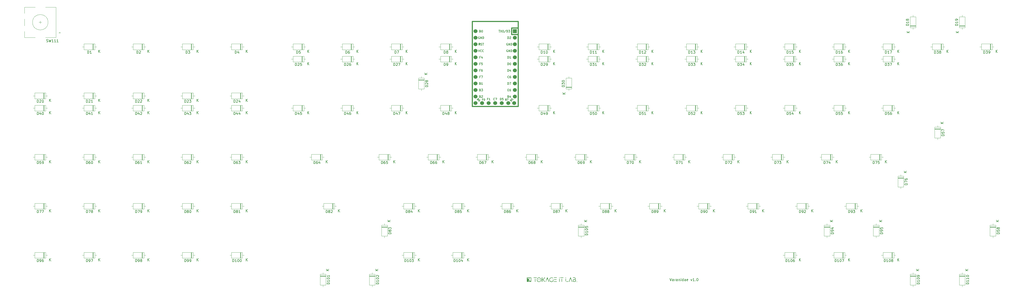
<source format=gto>
G04 #@! TF.GenerationSoftware,KiCad,Pcbnew,(6.0.5)*
G04 #@! TF.CreationDate,2023-06-30T16:23:22+09:00*
G04 #@! TF.ProjectId,Varanidae,56617261-6e69-4646-9165-2e6b69636164,rev?*
G04 #@! TF.SameCoordinates,Original*
G04 #@! TF.FileFunction,Legend,Top*
G04 #@! TF.FilePolarity,Positive*
%FSLAX46Y46*%
G04 Gerber Fmt 4.6, Leading zero omitted, Abs format (unit mm)*
G04 Created by KiCad (PCBNEW (6.0.5)) date 2023-06-30 16:23:22*
%MOMM*%
%LPD*%
G01*
G04 APERTURE LIST*
%ADD10C,0.150000*%
%ADD11C,0.120000*%
%ADD12C,0.381000*%
%ADD13R,1.525000X1.525000*%
%ADD14C,1.525000*%
G04 APERTURE END LIST*
D10*
X270556337Y-197958964D02*
X270889670Y-198958964D01*
X271223004Y-197958964D01*
X271984908Y-198958964D02*
X271984908Y-198435155D01*
X271937289Y-198339917D01*
X271842051Y-198292298D01*
X271651575Y-198292298D01*
X271556337Y-198339917D01*
X271984908Y-198911345D02*
X271889670Y-198958964D01*
X271651575Y-198958964D01*
X271556337Y-198911345D01*
X271508718Y-198816107D01*
X271508718Y-198720869D01*
X271556337Y-198625631D01*
X271651575Y-198578012D01*
X271889670Y-198578012D01*
X271984908Y-198530393D01*
X272461099Y-198958964D02*
X272461099Y-198292298D01*
X272461099Y-198482774D02*
X272508718Y-198387536D01*
X272556337Y-198339917D01*
X272651575Y-198292298D01*
X272746813Y-198292298D01*
X273508718Y-198958964D02*
X273508718Y-198435155D01*
X273461099Y-198339917D01*
X273365861Y-198292298D01*
X273175385Y-198292298D01*
X273080147Y-198339917D01*
X273508718Y-198911345D02*
X273413480Y-198958964D01*
X273175385Y-198958964D01*
X273080147Y-198911345D01*
X273032527Y-198816107D01*
X273032527Y-198720869D01*
X273080147Y-198625631D01*
X273175385Y-198578012D01*
X273413480Y-198578012D01*
X273508718Y-198530393D01*
X273984908Y-198292298D02*
X273984908Y-198958964D01*
X273984908Y-198387536D02*
X274032527Y-198339917D01*
X274127766Y-198292298D01*
X274270623Y-198292298D01*
X274365861Y-198339917D01*
X274413480Y-198435155D01*
X274413480Y-198958964D01*
X274889670Y-198958964D02*
X274889670Y-198292298D01*
X274889670Y-197958964D02*
X274842051Y-198006584D01*
X274889670Y-198054203D01*
X274937289Y-198006584D01*
X274889670Y-197958964D01*
X274889670Y-198054203D01*
X275794432Y-198958964D02*
X275794432Y-197958964D01*
X275794432Y-198911345D02*
X275699194Y-198958964D01*
X275508718Y-198958964D01*
X275413480Y-198911345D01*
X275365861Y-198863726D01*
X275318242Y-198768488D01*
X275318242Y-198482774D01*
X275365861Y-198387536D01*
X275413480Y-198339917D01*
X275508718Y-198292298D01*
X275699194Y-198292298D01*
X275794432Y-198339917D01*
X276699194Y-198958964D02*
X276699194Y-198435155D01*
X276651575Y-198339917D01*
X276556337Y-198292298D01*
X276365861Y-198292298D01*
X276270623Y-198339917D01*
X276699194Y-198911345D02*
X276603956Y-198958964D01*
X276365861Y-198958964D01*
X276270623Y-198911345D01*
X276223004Y-198816107D01*
X276223004Y-198720869D01*
X276270623Y-198625631D01*
X276365861Y-198578012D01*
X276603956Y-198578012D01*
X276699194Y-198530393D01*
X277556337Y-198911345D02*
X277461099Y-198958964D01*
X277270623Y-198958964D01*
X277175385Y-198911345D01*
X277127766Y-198816107D01*
X277127766Y-198435155D01*
X277175385Y-198339917D01*
X277270623Y-198292298D01*
X277461099Y-198292298D01*
X277556337Y-198339917D01*
X277603956Y-198435155D01*
X277603956Y-198530393D01*
X277127766Y-198625631D01*
X278699194Y-198292298D02*
X278937289Y-198958964D01*
X279175385Y-198292298D01*
X280080147Y-198958964D02*
X279508718Y-198958964D01*
X279794432Y-198958964D02*
X279794432Y-197958964D01*
X279699194Y-198101822D01*
X279603956Y-198197060D01*
X279508718Y-198244679D01*
X280508718Y-198863726D02*
X280556337Y-198911345D01*
X280508718Y-198958964D01*
X280461099Y-198911345D01*
X280508718Y-198863726D01*
X280508718Y-198958964D01*
X281175385Y-197958964D02*
X281270623Y-197958964D01*
X281365861Y-198006584D01*
X281413480Y-198054203D01*
X281461099Y-198149441D01*
X281508718Y-198339917D01*
X281508718Y-198578012D01*
X281461099Y-198768488D01*
X281413480Y-198863726D01*
X281365861Y-198911345D01*
X281270623Y-198958964D01*
X281175385Y-198958964D01*
X281080147Y-198911345D01*
X281032527Y-198863726D01*
X280984908Y-198768488D01*
X280937289Y-198578012D01*
X280937289Y-198339917D01*
X280984908Y-198149441D01*
X281032527Y-198054203D01*
X281080147Y-198006584D01*
X281175385Y-197958964D01*
X125442214Y-134403880D02*
X125442214Y-133403880D01*
X125680309Y-133403880D01*
X125823166Y-133451500D01*
X125918404Y-133546738D01*
X125966023Y-133641976D01*
X126013642Y-133832452D01*
X126013642Y-133975309D01*
X125966023Y-134165785D01*
X125918404Y-134261023D01*
X125823166Y-134356261D01*
X125680309Y-134403880D01*
X125442214Y-134403880D01*
X126870785Y-133737214D02*
X126870785Y-134403880D01*
X126632690Y-133356261D02*
X126394595Y-134070547D01*
X127013642Y-134070547D01*
X127870785Y-133403880D02*
X127394595Y-133403880D01*
X127346976Y-133880071D01*
X127394595Y-133832452D01*
X127489833Y-133784833D01*
X127727928Y-133784833D01*
X127823166Y-133832452D01*
X127870785Y-133880071D01*
X127918404Y-133975309D01*
X127918404Y-134213404D01*
X127870785Y-134308642D01*
X127823166Y-134356261D01*
X127727928Y-134403880D01*
X127489833Y-134403880D01*
X127394595Y-134356261D01*
X127346976Y-134308642D01*
X130204595Y-134083880D02*
X130204595Y-133083880D01*
X130776023Y-134083880D02*
X130347452Y-133512452D01*
X130776023Y-133083880D02*
X130204595Y-133655309D01*
X296892214Y-110591380D02*
X296892214Y-109591380D01*
X297130309Y-109591380D01*
X297273166Y-109639000D01*
X297368404Y-109734238D01*
X297416023Y-109829476D01*
X297463642Y-110019952D01*
X297463642Y-110162809D01*
X297416023Y-110353285D01*
X297368404Y-110448523D01*
X297273166Y-110543761D01*
X297130309Y-110591380D01*
X296892214Y-110591380D01*
X298416023Y-110591380D02*
X297844595Y-110591380D01*
X298130309Y-110591380D02*
X298130309Y-109591380D01*
X298035071Y-109734238D01*
X297939833Y-109829476D01*
X297844595Y-109877095D01*
X299273166Y-109924714D02*
X299273166Y-110591380D01*
X299035071Y-109543761D02*
X298796976Y-110258047D01*
X299416023Y-110258047D01*
X301654595Y-110271380D02*
X301654595Y-109271380D01*
X302226023Y-110271380D02*
X301797452Y-109699952D01*
X302226023Y-109271380D02*
X301654595Y-109842809D01*
X206404714Y-172503880D02*
X206404714Y-171503880D01*
X206642809Y-171503880D01*
X206785666Y-171551500D01*
X206880904Y-171646738D01*
X206928523Y-171741976D01*
X206976142Y-171932452D01*
X206976142Y-172075309D01*
X206928523Y-172265785D01*
X206880904Y-172361023D01*
X206785666Y-172456261D01*
X206642809Y-172503880D01*
X206404714Y-172503880D01*
X207547571Y-171932452D02*
X207452333Y-171884833D01*
X207404714Y-171837214D01*
X207357095Y-171741976D01*
X207357095Y-171694357D01*
X207404714Y-171599119D01*
X207452333Y-171551500D01*
X207547571Y-171503880D01*
X207738047Y-171503880D01*
X207833285Y-171551500D01*
X207880904Y-171599119D01*
X207928523Y-171694357D01*
X207928523Y-171741976D01*
X207880904Y-171837214D01*
X207833285Y-171884833D01*
X207738047Y-171932452D01*
X207547571Y-171932452D01*
X207452333Y-171980071D01*
X207404714Y-172027690D01*
X207357095Y-172122928D01*
X207357095Y-172313404D01*
X207404714Y-172408642D01*
X207452333Y-172456261D01*
X207547571Y-172503880D01*
X207738047Y-172503880D01*
X207833285Y-172456261D01*
X207880904Y-172408642D01*
X207928523Y-172313404D01*
X207928523Y-172122928D01*
X207880904Y-172027690D01*
X207833285Y-171980071D01*
X207738047Y-171932452D01*
X208785666Y-171503880D02*
X208595190Y-171503880D01*
X208499952Y-171551500D01*
X208452333Y-171599119D01*
X208357095Y-171741976D01*
X208309476Y-171932452D01*
X208309476Y-172313404D01*
X208357095Y-172408642D01*
X208404714Y-172456261D01*
X208499952Y-172503880D01*
X208690428Y-172503880D01*
X208785666Y-172456261D01*
X208833285Y-172408642D01*
X208880904Y-172313404D01*
X208880904Y-172075309D01*
X208833285Y-171980071D01*
X208785666Y-171932452D01*
X208690428Y-171884833D01*
X208499952Y-171884833D01*
X208404714Y-171932452D01*
X208357095Y-171980071D01*
X208309476Y-172075309D01*
X211167095Y-172183880D02*
X211167095Y-171183880D01*
X211738523Y-172183880D02*
X211309952Y-171612452D01*
X211738523Y-171183880D02*
X211167095Y-171755309D01*
X101629714Y-153453880D02*
X101629714Y-152453880D01*
X101867809Y-152453880D01*
X102010666Y-152501500D01*
X102105904Y-152596738D01*
X102153523Y-152691976D01*
X102201142Y-152882452D01*
X102201142Y-153025309D01*
X102153523Y-153215785D01*
X102105904Y-153311023D01*
X102010666Y-153406261D01*
X101867809Y-153453880D01*
X101629714Y-153453880D01*
X103058285Y-152453880D02*
X102867809Y-152453880D01*
X102772571Y-152501500D01*
X102724952Y-152549119D01*
X102629714Y-152691976D01*
X102582095Y-152882452D01*
X102582095Y-153263404D01*
X102629714Y-153358642D01*
X102677333Y-153406261D01*
X102772571Y-153453880D01*
X102963047Y-153453880D01*
X103058285Y-153406261D01*
X103105904Y-153358642D01*
X103153523Y-153263404D01*
X103153523Y-153025309D01*
X103105904Y-152930071D01*
X103058285Y-152882452D01*
X102963047Y-152834833D01*
X102772571Y-152834833D01*
X102677333Y-152882452D01*
X102629714Y-152930071D01*
X102582095Y-153025309D01*
X103486857Y-152453880D02*
X104105904Y-152453880D01*
X103772571Y-152834833D01*
X103915428Y-152834833D01*
X104010666Y-152882452D01*
X104058285Y-152930071D01*
X104105904Y-153025309D01*
X104105904Y-153263404D01*
X104058285Y-153358642D01*
X104010666Y-153406261D01*
X103915428Y-153453880D01*
X103629714Y-153453880D01*
X103534476Y-153406261D01*
X103486857Y-153358642D01*
X106392095Y-153133880D02*
X106392095Y-152133880D01*
X106963523Y-153133880D02*
X106534952Y-152562452D01*
X106963523Y-152133880D02*
X106392095Y-152705309D01*
X101629714Y-129641380D02*
X101629714Y-128641380D01*
X101867809Y-128641380D01*
X102010666Y-128689000D01*
X102105904Y-128784238D01*
X102153523Y-128879476D01*
X102201142Y-129069952D01*
X102201142Y-129212809D01*
X102153523Y-129403285D01*
X102105904Y-129498523D01*
X102010666Y-129593761D01*
X101867809Y-129641380D01*
X101629714Y-129641380D01*
X102582095Y-128736619D02*
X102629714Y-128689000D01*
X102724952Y-128641380D01*
X102963047Y-128641380D01*
X103058285Y-128689000D01*
X103105904Y-128736619D01*
X103153523Y-128831857D01*
X103153523Y-128927095D01*
X103105904Y-129069952D01*
X102534476Y-129641380D01*
X103153523Y-129641380D01*
X104010666Y-128974714D02*
X104010666Y-129641380D01*
X103772571Y-128593761D02*
X103534476Y-129308047D01*
X104153523Y-129308047D01*
X106392095Y-129321380D02*
X106392095Y-128321380D01*
X106963523Y-129321380D02*
X106534952Y-128749952D01*
X106963523Y-128321380D02*
X106392095Y-128892809D01*
X376878880Y-142570785D02*
X375878880Y-142570785D01*
X375878880Y-142332690D01*
X375926500Y-142189833D01*
X376021738Y-142094595D01*
X376116976Y-142046976D01*
X376307452Y-141999357D01*
X376450309Y-141999357D01*
X376640785Y-142046976D01*
X376736023Y-142094595D01*
X376831261Y-142189833D01*
X376878880Y-142332690D01*
X376878880Y-142570785D01*
X375878880Y-141094595D02*
X375878880Y-141570785D01*
X376355071Y-141618404D01*
X376307452Y-141570785D01*
X376259833Y-141475547D01*
X376259833Y-141237452D01*
X376307452Y-141142214D01*
X376355071Y-141094595D01*
X376450309Y-141046976D01*
X376688404Y-141046976D01*
X376783642Y-141094595D01*
X376831261Y-141142214D01*
X376878880Y-141237452D01*
X376878880Y-141475547D01*
X376831261Y-141570785D01*
X376783642Y-141618404D01*
X375878880Y-140713642D02*
X375878880Y-140046976D01*
X376878880Y-140475547D01*
X376558880Y-137808404D02*
X375558880Y-137808404D01*
X376558880Y-137236976D02*
X375987452Y-137665547D01*
X375558880Y-137236976D02*
X376130309Y-137808404D01*
X315942214Y-115353880D02*
X315942214Y-114353880D01*
X316180309Y-114353880D01*
X316323166Y-114401500D01*
X316418404Y-114496738D01*
X316466023Y-114591976D01*
X316513642Y-114782452D01*
X316513642Y-114925309D01*
X316466023Y-115115785D01*
X316418404Y-115211023D01*
X316323166Y-115306261D01*
X316180309Y-115353880D01*
X315942214Y-115353880D01*
X316846976Y-114353880D02*
X317466023Y-114353880D01*
X317132690Y-114734833D01*
X317275547Y-114734833D01*
X317370785Y-114782452D01*
X317418404Y-114830071D01*
X317466023Y-114925309D01*
X317466023Y-115163404D01*
X317418404Y-115258642D01*
X317370785Y-115306261D01*
X317275547Y-115353880D01*
X316989833Y-115353880D01*
X316894595Y-115306261D01*
X316846976Y-115258642D01*
X318370785Y-114353880D02*
X317894595Y-114353880D01*
X317846976Y-114830071D01*
X317894595Y-114782452D01*
X317989833Y-114734833D01*
X318227928Y-114734833D01*
X318323166Y-114782452D01*
X318370785Y-114830071D01*
X318418404Y-114925309D01*
X318418404Y-115163404D01*
X318370785Y-115258642D01*
X318323166Y-115306261D01*
X318227928Y-115353880D01*
X317989833Y-115353880D01*
X317894595Y-115306261D01*
X317846976Y-115258642D01*
X320704595Y-115033880D02*
X320704595Y-114033880D01*
X321276023Y-115033880D02*
X320847452Y-114462452D01*
X321276023Y-114033880D02*
X320704595Y-114605309D01*
X183068404Y-110591380D02*
X183068404Y-109591380D01*
X183306500Y-109591380D01*
X183449357Y-109639000D01*
X183544595Y-109734238D01*
X183592214Y-109829476D01*
X183639833Y-110019952D01*
X183639833Y-110162809D01*
X183592214Y-110353285D01*
X183544595Y-110448523D01*
X183449357Y-110543761D01*
X183306500Y-110591380D01*
X183068404Y-110591380D01*
X184211261Y-110019952D02*
X184116023Y-109972333D01*
X184068404Y-109924714D01*
X184020785Y-109829476D01*
X184020785Y-109781857D01*
X184068404Y-109686619D01*
X184116023Y-109639000D01*
X184211261Y-109591380D01*
X184401738Y-109591380D01*
X184496976Y-109639000D01*
X184544595Y-109686619D01*
X184592214Y-109781857D01*
X184592214Y-109829476D01*
X184544595Y-109924714D01*
X184496976Y-109972333D01*
X184401738Y-110019952D01*
X184211261Y-110019952D01*
X184116023Y-110067571D01*
X184068404Y-110115190D01*
X184020785Y-110210428D01*
X184020785Y-110400904D01*
X184068404Y-110496142D01*
X184116023Y-110543761D01*
X184211261Y-110591380D01*
X184401738Y-110591380D01*
X184496976Y-110543761D01*
X184544595Y-110496142D01*
X184592214Y-110400904D01*
X184592214Y-110210428D01*
X184544595Y-110115190D01*
X184496976Y-110067571D01*
X184401738Y-110019952D01*
X187354595Y-110271380D02*
X187354595Y-109271380D01*
X187926023Y-110271380D02*
X187497452Y-109699952D01*
X187926023Y-109271380D02*
X187354595Y-109842809D01*
X386403880Y-200196976D02*
X385403880Y-200196976D01*
X385403880Y-199958880D01*
X385451500Y-199816023D01*
X385546738Y-199720785D01*
X385641976Y-199673166D01*
X385832452Y-199625547D01*
X385975309Y-199625547D01*
X386165785Y-199673166D01*
X386261023Y-199720785D01*
X386356261Y-199816023D01*
X386403880Y-199958880D01*
X386403880Y-200196976D01*
X386403880Y-198673166D02*
X386403880Y-199244595D01*
X386403880Y-198958880D02*
X385403880Y-198958880D01*
X385546738Y-199054119D01*
X385641976Y-199149357D01*
X385689595Y-199244595D01*
X386403880Y-197720785D02*
X386403880Y-198292214D01*
X386403880Y-198006500D02*
X385403880Y-198006500D01*
X385546738Y-198101738D01*
X385641976Y-198196976D01*
X385689595Y-198292214D01*
X385403880Y-197101738D02*
X385403880Y-197006500D01*
X385451500Y-196911261D01*
X385499119Y-196863642D01*
X385594357Y-196816023D01*
X385784833Y-196768404D01*
X386022928Y-196768404D01*
X386213404Y-196816023D01*
X386308642Y-196863642D01*
X386356261Y-196911261D01*
X386403880Y-197006500D01*
X386403880Y-197101738D01*
X386356261Y-197196976D01*
X386308642Y-197244595D01*
X386213404Y-197292214D01*
X386022928Y-197339833D01*
X385784833Y-197339833D01*
X385594357Y-197292214D01*
X385499119Y-197244595D01*
X385451500Y-197196976D01*
X385403880Y-197101738D01*
X386083880Y-194958404D02*
X385083880Y-194958404D01*
X386083880Y-194386976D02*
X385512452Y-194815547D01*
X385083880Y-194386976D02*
X385655309Y-194958404D01*
X186878523Y-191553880D02*
X186878523Y-190553880D01*
X187116619Y-190553880D01*
X187259476Y-190601500D01*
X187354714Y-190696738D01*
X187402333Y-190791976D01*
X187449952Y-190982452D01*
X187449952Y-191125309D01*
X187402333Y-191315785D01*
X187354714Y-191411023D01*
X187259476Y-191506261D01*
X187116619Y-191553880D01*
X186878523Y-191553880D01*
X188402333Y-191553880D02*
X187830904Y-191553880D01*
X188116619Y-191553880D02*
X188116619Y-190553880D01*
X188021380Y-190696738D01*
X187926142Y-190791976D01*
X187830904Y-190839595D01*
X189021380Y-190553880D02*
X189116619Y-190553880D01*
X189211857Y-190601500D01*
X189259476Y-190649119D01*
X189307095Y-190744357D01*
X189354714Y-190934833D01*
X189354714Y-191172928D01*
X189307095Y-191363404D01*
X189259476Y-191458642D01*
X189211857Y-191506261D01*
X189116619Y-191553880D01*
X189021380Y-191553880D01*
X188926142Y-191506261D01*
X188878523Y-191458642D01*
X188830904Y-191363404D01*
X188783285Y-191172928D01*
X188783285Y-190934833D01*
X188830904Y-190744357D01*
X188878523Y-190649119D01*
X188926142Y-190601500D01*
X189021380Y-190553880D01*
X190211857Y-190887214D02*
X190211857Y-191553880D01*
X189973761Y-190506261D02*
X189735666Y-191220547D01*
X190354714Y-191220547D01*
X192117095Y-191233880D02*
X192117095Y-190233880D01*
X192688523Y-191233880D02*
X192259952Y-190662452D01*
X192688523Y-190233880D02*
X192117095Y-190805309D01*
X63529714Y-129641380D02*
X63529714Y-128641380D01*
X63767809Y-128641380D01*
X63910666Y-128689000D01*
X64005904Y-128784238D01*
X64053523Y-128879476D01*
X64101142Y-129069952D01*
X64101142Y-129212809D01*
X64053523Y-129403285D01*
X64005904Y-129498523D01*
X63910666Y-129593761D01*
X63767809Y-129641380D01*
X63529714Y-129641380D01*
X64482095Y-128736619D02*
X64529714Y-128689000D01*
X64624952Y-128641380D01*
X64863047Y-128641380D01*
X64958285Y-128689000D01*
X65005904Y-128736619D01*
X65053523Y-128831857D01*
X65053523Y-128927095D01*
X65005904Y-129069952D01*
X64434476Y-129641380D01*
X65053523Y-129641380D01*
X65434476Y-128736619D02*
X65482095Y-128689000D01*
X65577333Y-128641380D01*
X65815428Y-128641380D01*
X65910666Y-128689000D01*
X65958285Y-128736619D01*
X66005904Y-128831857D01*
X66005904Y-128927095D01*
X65958285Y-129069952D01*
X65386857Y-129641380D01*
X66005904Y-129641380D01*
X68292095Y-129321380D02*
X68292095Y-128321380D01*
X68863523Y-129321380D02*
X68434952Y-128749952D01*
X68863523Y-128321380D02*
X68292095Y-128892809D01*
X64005904Y-110591380D02*
X64005904Y-109591380D01*
X64244000Y-109591380D01*
X64386857Y-109639000D01*
X64482095Y-109734238D01*
X64529714Y-109829476D01*
X64577333Y-110019952D01*
X64577333Y-110162809D01*
X64529714Y-110353285D01*
X64482095Y-110448523D01*
X64386857Y-110543761D01*
X64244000Y-110591380D01*
X64005904Y-110591380D01*
X64958285Y-109686619D02*
X65005904Y-109639000D01*
X65101142Y-109591380D01*
X65339238Y-109591380D01*
X65434476Y-109639000D01*
X65482095Y-109686619D01*
X65529714Y-109781857D01*
X65529714Y-109877095D01*
X65482095Y-110019952D01*
X64910666Y-110591380D01*
X65529714Y-110591380D01*
X68292095Y-110271380D02*
X68292095Y-109271380D01*
X68863523Y-110271380D02*
X68434952Y-109699952D01*
X68863523Y-109271380D02*
X68292095Y-109842809D01*
X144492214Y-134403880D02*
X144492214Y-133403880D01*
X144730309Y-133403880D01*
X144873166Y-133451500D01*
X144968404Y-133546738D01*
X145016023Y-133641976D01*
X145063642Y-133832452D01*
X145063642Y-133975309D01*
X145016023Y-134165785D01*
X144968404Y-134261023D01*
X144873166Y-134356261D01*
X144730309Y-134403880D01*
X144492214Y-134403880D01*
X145920785Y-133737214D02*
X145920785Y-134403880D01*
X145682690Y-133356261D02*
X145444595Y-134070547D01*
X146063642Y-134070547D01*
X146873166Y-133403880D02*
X146682690Y-133403880D01*
X146587452Y-133451500D01*
X146539833Y-133499119D01*
X146444595Y-133641976D01*
X146396976Y-133832452D01*
X146396976Y-134213404D01*
X146444595Y-134308642D01*
X146492214Y-134356261D01*
X146587452Y-134403880D01*
X146777928Y-134403880D01*
X146873166Y-134356261D01*
X146920785Y-134308642D01*
X146968404Y-134213404D01*
X146968404Y-133975309D01*
X146920785Y-133880071D01*
X146873166Y-133832452D01*
X146777928Y-133784833D01*
X146587452Y-133784833D01*
X146492214Y-133832452D01*
X146444595Y-133880071D01*
X146396976Y-133975309D01*
X149254595Y-134083880D02*
X149254595Y-133083880D01*
X149826023Y-134083880D02*
X149397452Y-133512452D01*
X149826023Y-133083880D02*
X149254595Y-133655309D01*
X158779714Y-153453880D02*
X158779714Y-152453880D01*
X159017809Y-152453880D01*
X159160666Y-152501500D01*
X159255904Y-152596738D01*
X159303523Y-152691976D01*
X159351142Y-152882452D01*
X159351142Y-153025309D01*
X159303523Y-153215785D01*
X159255904Y-153311023D01*
X159160666Y-153406261D01*
X159017809Y-153453880D01*
X158779714Y-153453880D01*
X160208285Y-152453880D02*
X160017809Y-152453880D01*
X159922571Y-152501500D01*
X159874952Y-152549119D01*
X159779714Y-152691976D01*
X159732095Y-152882452D01*
X159732095Y-153263404D01*
X159779714Y-153358642D01*
X159827333Y-153406261D01*
X159922571Y-153453880D01*
X160113047Y-153453880D01*
X160208285Y-153406261D01*
X160255904Y-153358642D01*
X160303523Y-153263404D01*
X160303523Y-153025309D01*
X160255904Y-152930071D01*
X160208285Y-152882452D01*
X160113047Y-152834833D01*
X159922571Y-152834833D01*
X159827333Y-152882452D01*
X159779714Y-152930071D01*
X159732095Y-153025309D01*
X161208285Y-152453880D02*
X160732095Y-152453880D01*
X160684476Y-152930071D01*
X160732095Y-152882452D01*
X160827333Y-152834833D01*
X161065428Y-152834833D01*
X161160666Y-152882452D01*
X161208285Y-152930071D01*
X161255904Y-153025309D01*
X161255904Y-153263404D01*
X161208285Y-153358642D01*
X161160666Y-153406261D01*
X161065428Y-153453880D01*
X160827333Y-153453880D01*
X160732095Y-153406261D01*
X160684476Y-153358642D01*
X163542095Y-153133880D02*
X163542095Y-152133880D01*
X164113523Y-153133880D02*
X163684952Y-152562452D01*
X164113523Y-152133880D02*
X163542095Y-152705309D01*
X373092214Y-110591380D02*
X373092214Y-109591380D01*
X373330309Y-109591380D01*
X373473166Y-109639000D01*
X373568404Y-109734238D01*
X373616023Y-109829476D01*
X373663642Y-110019952D01*
X373663642Y-110162809D01*
X373616023Y-110353285D01*
X373568404Y-110448523D01*
X373473166Y-110543761D01*
X373330309Y-110591380D01*
X373092214Y-110591380D01*
X373996976Y-109591380D02*
X374616023Y-109591380D01*
X374282690Y-109972333D01*
X374425547Y-109972333D01*
X374520785Y-110019952D01*
X374568404Y-110067571D01*
X374616023Y-110162809D01*
X374616023Y-110400904D01*
X374568404Y-110496142D01*
X374520785Y-110543761D01*
X374425547Y-110591380D01*
X374139833Y-110591380D01*
X374044595Y-110543761D01*
X373996976Y-110496142D01*
X375187452Y-110019952D02*
X375092214Y-109972333D01*
X375044595Y-109924714D01*
X374996976Y-109829476D01*
X374996976Y-109781857D01*
X375044595Y-109686619D01*
X375092214Y-109639000D01*
X375187452Y-109591380D01*
X375377928Y-109591380D01*
X375473166Y-109639000D01*
X375520785Y-109686619D01*
X375568404Y-109781857D01*
X375568404Y-109829476D01*
X375520785Y-109924714D01*
X375473166Y-109972333D01*
X375377928Y-110019952D01*
X375187452Y-110019952D01*
X375092214Y-110067571D01*
X375044595Y-110115190D01*
X374996976Y-110210428D01*
X374996976Y-110400904D01*
X375044595Y-110496142D01*
X375092214Y-110543761D01*
X375187452Y-110591380D01*
X375377928Y-110591380D01*
X375473166Y-110543761D01*
X375520785Y-110496142D01*
X375568404Y-110400904D01*
X375568404Y-110210428D01*
X375520785Y-110115190D01*
X375473166Y-110067571D01*
X375377928Y-110019952D01*
X377854595Y-110271380D02*
X377854595Y-109271380D01*
X378426023Y-110271380D02*
X377997452Y-109699952D01*
X378426023Y-109271380D02*
X377854595Y-109842809D01*
X125442214Y-115353880D02*
X125442214Y-114353880D01*
X125680309Y-114353880D01*
X125823166Y-114401500D01*
X125918404Y-114496738D01*
X125966023Y-114591976D01*
X126013642Y-114782452D01*
X126013642Y-114925309D01*
X125966023Y-115115785D01*
X125918404Y-115211023D01*
X125823166Y-115306261D01*
X125680309Y-115353880D01*
X125442214Y-115353880D01*
X126394595Y-114449119D02*
X126442214Y-114401500D01*
X126537452Y-114353880D01*
X126775547Y-114353880D01*
X126870785Y-114401500D01*
X126918404Y-114449119D01*
X126966023Y-114544357D01*
X126966023Y-114639595D01*
X126918404Y-114782452D01*
X126346976Y-115353880D01*
X126966023Y-115353880D01*
X127870785Y-114353880D02*
X127394595Y-114353880D01*
X127346976Y-114830071D01*
X127394595Y-114782452D01*
X127489833Y-114734833D01*
X127727928Y-114734833D01*
X127823166Y-114782452D01*
X127870785Y-114830071D01*
X127918404Y-114925309D01*
X127918404Y-115163404D01*
X127870785Y-115258642D01*
X127823166Y-115306261D01*
X127727928Y-115353880D01*
X127489833Y-115353880D01*
X127394595Y-115306261D01*
X127346976Y-115258642D01*
X130204595Y-115033880D02*
X130204595Y-114033880D01*
X130776023Y-115033880D02*
X130347452Y-114462452D01*
X130776023Y-114033880D02*
X130204595Y-114605309D01*
X353566023Y-191553880D02*
X353566023Y-190553880D01*
X353804119Y-190553880D01*
X353946976Y-190601500D01*
X354042214Y-190696738D01*
X354089833Y-190791976D01*
X354137452Y-190982452D01*
X354137452Y-191125309D01*
X354089833Y-191315785D01*
X354042214Y-191411023D01*
X353946976Y-191506261D01*
X353804119Y-191553880D01*
X353566023Y-191553880D01*
X355089833Y-191553880D02*
X354518404Y-191553880D01*
X354804119Y-191553880D02*
X354804119Y-190553880D01*
X354708880Y-190696738D01*
X354613642Y-190791976D01*
X354518404Y-190839595D01*
X355708880Y-190553880D02*
X355804119Y-190553880D01*
X355899357Y-190601500D01*
X355946976Y-190649119D01*
X355994595Y-190744357D01*
X356042214Y-190934833D01*
X356042214Y-191172928D01*
X355994595Y-191363404D01*
X355946976Y-191458642D01*
X355899357Y-191506261D01*
X355804119Y-191553880D01*
X355708880Y-191553880D01*
X355613642Y-191506261D01*
X355566023Y-191458642D01*
X355518404Y-191363404D01*
X355470785Y-191172928D01*
X355470785Y-190934833D01*
X355518404Y-190744357D01*
X355566023Y-190649119D01*
X355613642Y-190601500D01*
X355708880Y-190553880D01*
X356613642Y-190982452D02*
X356518404Y-190934833D01*
X356470785Y-190887214D01*
X356423166Y-190791976D01*
X356423166Y-190744357D01*
X356470785Y-190649119D01*
X356518404Y-190601500D01*
X356613642Y-190553880D01*
X356804119Y-190553880D01*
X356899357Y-190601500D01*
X356946976Y-190649119D01*
X356994595Y-190744357D01*
X356994595Y-190791976D01*
X356946976Y-190887214D01*
X356899357Y-190934833D01*
X356804119Y-190982452D01*
X356613642Y-190982452D01*
X356518404Y-191030071D01*
X356470785Y-191077690D01*
X356423166Y-191172928D01*
X356423166Y-191363404D01*
X356470785Y-191458642D01*
X356518404Y-191506261D01*
X356613642Y-191553880D01*
X356804119Y-191553880D01*
X356899357Y-191506261D01*
X356946976Y-191458642D01*
X356994595Y-191363404D01*
X356994595Y-191172928D01*
X356946976Y-191077690D01*
X356899357Y-191030071D01*
X356804119Y-190982452D01*
X358804595Y-191233880D02*
X358804595Y-190233880D01*
X359376023Y-191233880D02*
X358947452Y-190662452D01*
X359376023Y-190233880D02*
X358804595Y-190805309D01*
X362591380Y-161620785D02*
X361591380Y-161620785D01*
X361591380Y-161382690D01*
X361639000Y-161239833D01*
X361734238Y-161144595D01*
X361829476Y-161096976D01*
X362019952Y-161049357D01*
X362162809Y-161049357D01*
X362353285Y-161096976D01*
X362448523Y-161144595D01*
X362543761Y-161239833D01*
X362591380Y-161382690D01*
X362591380Y-161620785D01*
X361591380Y-160716023D02*
X361591380Y-160049357D01*
X362591380Y-160477928D01*
X361591380Y-159239833D02*
X361591380Y-159430309D01*
X361639000Y-159525547D01*
X361686619Y-159573166D01*
X361829476Y-159668404D01*
X362019952Y-159716023D01*
X362400904Y-159716023D01*
X362496142Y-159668404D01*
X362543761Y-159620785D01*
X362591380Y-159525547D01*
X362591380Y-159335071D01*
X362543761Y-159239833D01*
X362496142Y-159192214D01*
X362400904Y-159144595D01*
X362162809Y-159144595D01*
X362067571Y-159192214D01*
X362019952Y-159239833D01*
X361972333Y-159335071D01*
X361972333Y-159525547D01*
X362019952Y-159620785D01*
X362067571Y-159668404D01*
X362162809Y-159716023D01*
X362271380Y-156858404D02*
X361271380Y-156858404D01*
X362271380Y-156286976D02*
X361699952Y-156715547D01*
X361271380Y-156286976D02*
X361842809Y-156858404D01*
X44955904Y-110591380D02*
X44955904Y-109591380D01*
X45194000Y-109591380D01*
X45336857Y-109639000D01*
X45432095Y-109734238D01*
X45479714Y-109829476D01*
X45527333Y-110019952D01*
X45527333Y-110162809D01*
X45479714Y-110353285D01*
X45432095Y-110448523D01*
X45336857Y-110543761D01*
X45194000Y-110591380D01*
X44955904Y-110591380D01*
X46479714Y-110591380D02*
X45908285Y-110591380D01*
X46194000Y-110591380D02*
X46194000Y-109591380D01*
X46098761Y-109734238D01*
X46003523Y-109829476D01*
X45908285Y-109877095D01*
X49242095Y-110271380D02*
X49242095Y-109271380D01*
X49813523Y-110271380D02*
X49384952Y-109699952D01*
X49813523Y-109271380D02*
X49242095Y-109842809D01*
X182592214Y-134403880D02*
X182592214Y-133403880D01*
X182830309Y-133403880D01*
X182973166Y-133451500D01*
X183068404Y-133546738D01*
X183116023Y-133641976D01*
X183163642Y-133832452D01*
X183163642Y-133975309D01*
X183116023Y-134165785D01*
X183068404Y-134261023D01*
X182973166Y-134356261D01*
X182830309Y-134403880D01*
X182592214Y-134403880D01*
X184020785Y-133737214D02*
X184020785Y-134403880D01*
X183782690Y-133356261D02*
X183544595Y-134070547D01*
X184163642Y-134070547D01*
X184687452Y-133832452D02*
X184592214Y-133784833D01*
X184544595Y-133737214D01*
X184496976Y-133641976D01*
X184496976Y-133594357D01*
X184544595Y-133499119D01*
X184592214Y-133451500D01*
X184687452Y-133403880D01*
X184877928Y-133403880D01*
X184973166Y-133451500D01*
X185020785Y-133499119D01*
X185068404Y-133594357D01*
X185068404Y-133641976D01*
X185020785Y-133737214D01*
X184973166Y-133784833D01*
X184877928Y-133832452D01*
X184687452Y-133832452D01*
X184592214Y-133880071D01*
X184544595Y-133927690D01*
X184496976Y-134022928D01*
X184496976Y-134213404D01*
X184544595Y-134308642D01*
X184592214Y-134356261D01*
X184687452Y-134403880D01*
X184877928Y-134403880D01*
X184973166Y-134356261D01*
X185020785Y-134308642D01*
X185068404Y-134213404D01*
X185068404Y-134022928D01*
X185020785Y-133927690D01*
X184973166Y-133880071D01*
X184877928Y-133832452D01*
X187354595Y-134083880D02*
X187354595Y-133083880D01*
X187926023Y-134083880D02*
X187497452Y-133512452D01*
X187926023Y-133083880D02*
X187354595Y-133655309D01*
X220692214Y-134403880D02*
X220692214Y-133403880D01*
X220930309Y-133403880D01*
X221073166Y-133451500D01*
X221168404Y-133546738D01*
X221216023Y-133641976D01*
X221263642Y-133832452D01*
X221263642Y-133975309D01*
X221216023Y-134165785D01*
X221168404Y-134261023D01*
X221073166Y-134356261D01*
X220930309Y-134403880D01*
X220692214Y-134403880D01*
X222120785Y-133737214D02*
X222120785Y-134403880D01*
X221882690Y-133356261D02*
X221644595Y-134070547D01*
X222263642Y-134070547D01*
X222692214Y-134403880D02*
X222882690Y-134403880D01*
X222977928Y-134356261D01*
X223025547Y-134308642D01*
X223120785Y-134165785D01*
X223168404Y-133975309D01*
X223168404Y-133594357D01*
X223120785Y-133499119D01*
X223073166Y-133451500D01*
X222977928Y-133403880D01*
X222787452Y-133403880D01*
X222692214Y-133451500D01*
X222644595Y-133499119D01*
X222596976Y-133594357D01*
X222596976Y-133832452D01*
X222644595Y-133927690D01*
X222692214Y-133975309D01*
X222787452Y-134022928D01*
X222977928Y-134022928D01*
X223073166Y-133975309D01*
X223120785Y-133927690D01*
X223168404Y-133832452D01*
X225454595Y-134083880D02*
X225454595Y-133083880D01*
X226026023Y-134083880D02*
X225597452Y-133512452D01*
X226026023Y-133083880D02*
X225454595Y-133655309D01*
X263554714Y-172503880D02*
X263554714Y-171503880D01*
X263792809Y-171503880D01*
X263935666Y-171551500D01*
X264030904Y-171646738D01*
X264078523Y-171741976D01*
X264126142Y-171932452D01*
X264126142Y-172075309D01*
X264078523Y-172265785D01*
X264030904Y-172361023D01*
X263935666Y-172456261D01*
X263792809Y-172503880D01*
X263554714Y-172503880D01*
X264697571Y-171932452D02*
X264602333Y-171884833D01*
X264554714Y-171837214D01*
X264507095Y-171741976D01*
X264507095Y-171694357D01*
X264554714Y-171599119D01*
X264602333Y-171551500D01*
X264697571Y-171503880D01*
X264888047Y-171503880D01*
X264983285Y-171551500D01*
X265030904Y-171599119D01*
X265078523Y-171694357D01*
X265078523Y-171741976D01*
X265030904Y-171837214D01*
X264983285Y-171884833D01*
X264888047Y-171932452D01*
X264697571Y-171932452D01*
X264602333Y-171980071D01*
X264554714Y-172027690D01*
X264507095Y-172122928D01*
X264507095Y-172313404D01*
X264554714Y-172408642D01*
X264602333Y-172456261D01*
X264697571Y-172503880D01*
X264888047Y-172503880D01*
X264983285Y-172456261D01*
X265030904Y-172408642D01*
X265078523Y-172313404D01*
X265078523Y-172122928D01*
X265030904Y-172027690D01*
X264983285Y-171980071D01*
X264888047Y-171932452D01*
X265554714Y-172503880D02*
X265745190Y-172503880D01*
X265840428Y-172456261D01*
X265888047Y-172408642D01*
X265983285Y-172265785D01*
X266030904Y-172075309D01*
X266030904Y-171694357D01*
X265983285Y-171599119D01*
X265935666Y-171551500D01*
X265840428Y-171503880D01*
X265649952Y-171503880D01*
X265554714Y-171551500D01*
X265507095Y-171599119D01*
X265459476Y-171694357D01*
X265459476Y-171932452D01*
X265507095Y-172027690D01*
X265554714Y-172075309D01*
X265649952Y-172122928D01*
X265840428Y-172122928D01*
X265935666Y-172075309D01*
X265983285Y-172027690D01*
X266030904Y-171932452D01*
X268317095Y-172183880D02*
X268317095Y-171183880D01*
X268888523Y-172183880D02*
X268459952Y-171612452D01*
X268888523Y-171183880D02*
X268317095Y-171755309D01*
X282604714Y-172503880D02*
X282604714Y-171503880D01*
X282842809Y-171503880D01*
X282985666Y-171551500D01*
X283080904Y-171646738D01*
X283128523Y-171741976D01*
X283176142Y-171932452D01*
X283176142Y-172075309D01*
X283128523Y-172265785D01*
X283080904Y-172361023D01*
X282985666Y-172456261D01*
X282842809Y-172503880D01*
X282604714Y-172503880D01*
X283652333Y-172503880D02*
X283842809Y-172503880D01*
X283938047Y-172456261D01*
X283985666Y-172408642D01*
X284080904Y-172265785D01*
X284128523Y-172075309D01*
X284128523Y-171694357D01*
X284080904Y-171599119D01*
X284033285Y-171551500D01*
X283938047Y-171503880D01*
X283747571Y-171503880D01*
X283652333Y-171551500D01*
X283604714Y-171599119D01*
X283557095Y-171694357D01*
X283557095Y-171932452D01*
X283604714Y-172027690D01*
X283652333Y-172075309D01*
X283747571Y-172122928D01*
X283938047Y-172122928D01*
X284033285Y-172075309D01*
X284080904Y-172027690D01*
X284128523Y-171932452D01*
X284747571Y-171503880D02*
X284842809Y-171503880D01*
X284938047Y-171551500D01*
X284985666Y-171599119D01*
X285033285Y-171694357D01*
X285080904Y-171884833D01*
X285080904Y-172122928D01*
X285033285Y-172313404D01*
X284985666Y-172408642D01*
X284938047Y-172456261D01*
X284842809Y-172503880D01*
X284747571Y-172503880D01*
X284652333Y-172456261D01*
X284604714Y-172408642D01*
X284557095Y-172313404D01*
X284509476Y-172122928D01*
X284509476Y-171884833D01*
X284557095Y-171694357D01*
X284604714Y-171599119D01*
X284652333Y-171551500D01*
X284747571Y-171503880D01*
X287367095Y-172183880D02*
X287367095Y-171183880D01*
X287938523Y-172183880D02*
X287509952Y-171612452D01*
X287938523Y-171183880D02*
X287367095Y-171755309D01*
X82579714Y-191553880D02*
X82579714Y-190553880D01*
X82817809Y-190553880D01*
X82960666Y-190601500D01*
X83055904Y-190696738D01*
X83103523Y-190791976D01*
X83151142Y-190982452D01*
X83151142Y-191125309D01*
X83103523Y-191315785D01*
X83055904Y-191411023D01*
X82960666Y-191506261D01*
X82817809Y-191553880D01*
X82579714Y-191553880D01*
X83627333Y-191553880D02*
X83817809Y-191553880D01*
X83913047Y-191506261D01*
X83960666Y-191458642D01*
X84055904Y-191315785D01*
X84103523Y-191125309D01*
X84103523Y-190744357D01*
X84055904Y-190649119D01*
X84008285Y-190601500D01*
X83913047Y-190553880D01*
X83722571Y-190553880D01*
X83627333Y-190601500D01*
X83579714Y-190649119D01*
X83532095Y-190744357D01*
X83532095Y-190982452D01*
X83579714Y-191077690D01*
X83627333Y-191125309D01*
X83722571Y-191172928D01*
X83913047Y-191172928D01*
X84008285Y-191125309D01*
X84055904Y-191077690D01*
X84103523Y-190982452D01*
X84579714Y-191553880D02*
X84770190Y-191553880D01*
X84865428Y-191506261D01*
X84913047Y-191458642D01*
X85008285Y-191315785D01*
X85055904Y-191125309D01*
X85055904Y-190744357D01*
X85008285Y-190649119D01*
X84960666Y-190601500D01*
X84865428Y-190553880D01*
X84674952Y-190553880D01*
X84579714Y-190601500D01*
X84532095Y-190649119D01*
X84484476Y-190744357D01*
X84484476Y-190982452D01*
X84532095Y-191077690D01*
X84579714Y-191125309D01*
X84674952Y-191172928D01*
X84865428Y-191172928D01*
X84960666Y-191125309D01*
X85008285Y-191077690D01*
X85055904Y-190982452D01*
X87342095Y-191233880D02*
X87342095Y-190233880D01*
X87913523Y-191233880D02*
X87484952Y-190662452D01*
X87913523Y-190233880D02*
X87342095Y-190805309D01*
X292129714Y-153453880D02*
X292129714Y-152453880D01*
X292367809Y-152453880D01*
X292510666Y-152501500D01*
X292605904Y-152596738D01*
X292653523Y-152691976D01*
X292701142Y-152882452D01*
X292701142Y-153025309D01*
X292653523Y-153215785D01*
X292605904Y-153311023D01*
X292510666Y-153406261D01*
X292367809Y-153453880D01*
X292129714Y-153453880D01*
X293034476Y-152453880D02*
X293701142Y-152453880D01*
X293272571Y-153453880D01*
X294034476Y-152549119D02*
X294082095Y-152501500D01*
X294177333Y-152453880D01*
X294415428Y-152453880D01*
X294510666Y-152501500D01*
X294558285Y-152549119D01*
X294605904Y-152644357D01*
X294605904Y-152739595D01*
X294558285Y-152882452D01*
X293986857Y-153453880D01*
X294605904Y-153453880D01*
X296892095Y-153133880D02*
X296892095Y-152133880D01*
X297463523Y-153133880D02*
X297034952Y-152562452D01*
X297463523Y-152133880D02*
X296892095Y-152705309D01*
X44479714Y-172503880D02*
X44479714Y-171503880D01*
X44717809Y-171503880D01*
X44860666Y-171551500D01*
X44955904Y-171646738D01*
X45003523Y-171741976D01*
X45051142Y-171932452D01*
X45051142Y-172075309D01*
X45003523Y-172265785D01*
X44955904Y-172361023D01*
X44860666Y-172456261D01*
X44717809Y-172503880D01*
X44479714Y-172503880D01*
X45384476Y-171503880D02*
X46051142Y-171503880D01*
X45622571Y-172503880D01*
X46574952Y-171932452D02*
X46479714Y-171884833D01*
X46432095Y-171837214D01*
X46384476Y-171741976D01*
X46384476Y-171694357D01*
X46432095Y-171599119D01*
X46479714Y-171551500D01*
X46574952Y-171503880D01*
X46765428Y-171503880D01*
X46860666Y-171551500D01*
X46908285Y-171599119D01*
X46955904Y-171694357D01*
X46955904Y-171741976D01*
X46908285Y-171837214D01*
X46860666Y-171884833D01*
X46765428Y-171932452D01*
X46574952Y-171932452D01*
X46479714Y-171980071D01*
X46432095Y-172027690D01*
X46384476Y-172122928D01*
X46384476Y-172313404D01*
X46432095Y-172408642D01*
X46479714Y-172456261D01*
X46574952Y-172503880D01*
X46765428Y-172503880D01*
X46860666Y-172456261D01*
X46908285Y-172408642D01*
X46955904Y-172313404D01*
X46955904Y-172122928D01*
X46908285Y-172027690D01*
X46860666Y-171980071D01*
X46765428Y-171932452D01*
X49242095Y-172183880D02*
X49242095Y-171183880D01*
X49813523Y-172183880D02*
X49384952Y-171612452D01*
X49813523Y-171183880D02*
X49242095Y-171755309D01*
X167828523Y-191553880D02*
X167828523Y-190553880D01*
X168066619Y-190553880D01*
X168209476Y-190601500D01*
X168304714Y-190696738D01*
X168352333Y-190791976D01*
X168399952Y-190982452D01*
X168399952Y-191125309D01*
X168352333Y-191315785D01*
X168304714Y-191411023D01*
X168209476Y-191506261D01*
X168066619Y-191553880D01*
X167828523Y-191553880D01*
X169352333Y-191553880D02*
X168780904Y-191553880D01*
X169066619Y-191553880D02*
X169066619Y-190553880D01*
X168971380Y-190696738D01*
X168876142Y-190791976D01*
X168780904Y-190839595D01*
X169971380Y-190553880D02*
X170066619Y-190553880D01*
X170161857Y-190601500D01*
X170209476Y-190649119D01*
X170257095Y-190744357D01*
X170304714Y-190934833D01*
X170304714Y-191172928D01*
X170257095Y-191363404D01*
X170209476Y-191458642D01*
X170161857Y-191506261D01*
X170066619Y-191553880D01*
X169971380Y-191553880D01*
X169876142Y-191506261D01*
X169828523Y-191458642D01*
X169780904Y-191363404D01*
X169733285Y-191172928D01*
X169733285Y-190934833D01*
X169780904Y-190744357D01*
X169828523Y-190649119D01*
X169876142Y-190601500D01*
X169971380Y-190553880D01*
X170638047Y-190553880D02*
X171257095Y-190553880D01*
X170923761Y-190934833D01*
X171066619Y-190934833D01*
X171161857Y-190982452D01*
X171209476Y-191030071D01*
X171257095Y-191125309D01*
X171257095Y-191363404D01*
X171209476Y-191458642D01*
X171161857Y-191506261D01*
X171066619Y-191553880D01*
X170780904Y-191553880D01*
X170685666Y-191506261D01*
X170638047Y-191458642D01*
X173067095Y-191233880D02*
X173067095Y-190233880D01*
X173638523Y-191233880D02*
X173209952Y-190662452D01*
X173638523Y-190233880D02*
X173067095Y-190805309D01*
X162566380Y-180670785D02*
X161566380Y-180670785D01*
X161566380Y-180432690D01*
X161614000Y-180289833D01*
X161709238Y-180194595D01*
X161804476Y-180146976D01*
X161994952Y-180099357D01*
X162137809Y-180099357D01*
X162328285Y-180146976D01*
X162423523Y-180194595D01*
X162518761Y-180289833D01*
X162566380Y-180432690D01*
X162566380Y-180670785D01*
X161994952Y-179527928D02*
X161947333Y-179623166D01*
X161899714Y-179670785D01*
X161804476Y-179718404D01*
X161756857Y-179718404D01*
X161661619Y-179670785D01*
X161614000Y-179623166D01*
X161566380Y-179527928D01*
X161566380Y-179337452D01*
X161614000Y-179242214D01*
X161661619Y-179194595D01*
X161756857Y-179146976D01*
X161804476Y-179146976D01*
X161899714Y-179194595D01*
X161947333Y-179242214D01*
X161994952Y-179337452D01*
X161994952Y-179527928D01*
X162042571Y-179623166D01*
X162090190Y-179670785D01*
X162185428Y-179718404D01*
X162375904Y-179718404D01*
X162471142Y-179670785D01*
X162518761Y-179623166D01*
X162566380Y-179527928D01*
X162566380Y-179337452D01*
X162518761Y-179242214D01*
X162471142Y-179194595D01*
X162375904Y-179146976D01*
X162185428Y-179146976D01*
X162090190Y-179194595D01*
X162042571Y-179242214D01*
X161994952Y-179337452D01*
X161566380Y-178813642D02*
X161566380Y-178194595D01*
X161947333Y-178527928D01*
X161947333Y-178385071D01*
X161994952Y-178289833D01*
X162042571Y-178242214D01*
X162137809Y-178194595D01*
X162375904Y-178194595D01*
X162471142Y-178242214D01*
X162518761Y-178289833D01*
X162566380Y-178385071D01*
X162566380Y-178670785D01*
X162518761Y-178766023D01*
X162471142Y-178813642D01*
X162246380Y-175908404D02*
X161246380Y-175908404D01*
X162246380Y-175336976D02*
X161674952Y-175765547D01*
X161246380Y-175336976D02*
X161817809Y-175908404D01*
X63529714Y-172503880D02*
X63529714Y-171503880D01*
X63767809Y-171503880D01*
X63910666Y-171551500D01*
X64005904Y-171646738D01*
X64053523Y-171741976D01*
X64101142Y-171932452D01*
X64101142Y-172075309D01*
X64053523Y-172265785D01*
X64005904Y-172361023D01*
X63910666Y-172456261D01*
X63767809Y-172503880D01*
X63529714Y-172503880D01*
X64434476Y-171503880D02*
X65101142Y-171503880D01*
X64672571Y-172503880D01*
X65529714Y-172503880D02*
X65720190Y-172503880D01*
X65815428Y-172456261D01*
X65863047Y-172408642D01*
X65958285Y-172265785D01*
X66005904Y-172075309D01*
X66005904Y-171694357D01*
X65958285Y-171599119D01*
X65910666Y-171551500D01*
X65815428Y-171503880D01*
X65624952Y-171503880D01*
X65529714Y-171551500D01*
X65482095Y-171599119D01*
X65434476Y-171694357D01*
X65434476Y-171932452D01*
X65482095Y-172027690D01*
X65529714Y-172075309D01*
X65624952Y-172122928D01*
X65815428Y-172122928D01*
X65910666Y-172075309D01*
X65958285Y-172027690D01*
X66005904Y-171932452D01*
X68292095Y-172183880D02*
X68292095Y-171183880D01*
X68863523Y-172183880D02*
X68434952Y-171612452D01*
X68863523Y-171183880D02*
X68292095Y-171755309D01*
X339754714Y-172503880D02*
X339754714Y-171503880D01*
X339992809Y-171503880D01*
X340135666Y-171551500D01*
X340230904Y-171646738D01*
X340278523Y-171741976D01*
X340326142Y-171932452D01*
X340326142Y-172075309D01*
X340278523Y-172265785D01*
X340230904Y-172361023D01*
X340135666Y-172456261D01*
X339992809Y-172503880D01*
X339754714Y-172503880D01*
X340802333Y-172503880D02*
X340992809Y-172503880D01*
X341088047Y-172456261D01*
X341135666Y-172408642D01*
X341230904Y-172265785D01*
X341278523Y-172075309D01*
X341278523Y-171694357D01*
X341230904Y-171599119D01*
X341183285Y-171551500D01*
X341088047Y-171503880D01*
X340897571Y-171503880D01*
X340802333Y-171551500D01*
X340754714Y-171599119D01*
X340707095Y-171694357D01*
X340707095Y-171932452D01*
X340754714Y-172027690D01*
X340802333Y-172075309D01*
X340897571Y-172122928D01*
X341088047Y-172122928D01*
X341183285Y-172075309D01*
X341230904Y-172027690D01*
X341278523Y-171932452D01*
X341611857Y-171503880D02*
X342230904Y-171503880D01*
X341897571Y-171884833D01*
X342040428Y-171884833D01*
X342135666Y-171932452D01*
X342183285Y-171980071D01*
X342230904Y-172075309D01*
X342230904Y-172313404D01*
X342183285Y-172408642D01*
X342135666Y-172456261D01*
X342040428Y-172503880D01*
X341754714Y-172503880D01*
X341659476Y-172456261D01*
X341611857Y-172408642D01*
X344517095Y-172183880D02*
X344517095Y-171183880D01*
X345088523Y-172183880D02*
X344659952Y-171612452D01*
X345088523Y-171183880D02*
X344517095Y-171755309D01*
X29058285Y-106098761D02*
X29201142Y-106146380D01*
X29439238Y-106146380D01*
X29534476Y-106098761D01*
X29582095Y-106051142D01*
X29629714Y-105955904D01*
X29629714Y-105860666D01*
X29582095Y-105765428D01*
X29534476Y-105717809D01*
X29439238Y-105670190D01*
X29248761Y-105622571D01*
X29153523Y-105574952D01*
X29105904Y-105527333D01*
X29058285Y-105432095D01*
X29058285Y-105336857D01*
X29105904Y-105241619D01*
X29153523Y-105194000D01*
X29248761Y-105146380D01*
X29486857Y-105146380D01*
X29629714Y-105194000D01*
X29963047Y-105146380D02*
X30201142Y-106146380D01*
X30391619Y-105432095D01*
X30582095Y-106146380D01*
X30820190Y-105146380D01*
X31724952Y-106146380D02*
X31153523Y-106146380D01*
X31439238Y-106146380D02*
X31439238Y-105146380D01*
X31344000Y-105289238D01*
X31248761Y-105384476D01*
X31153523Y-105432095D01*
X32677333Y-106146380D02*
X32105904Y-106146380D01*
X32391619Y-106146380D02*
X32391619Y-105146380D01*
X32296380Y-105289238D01*
X32201142Y-105384476D01*
X32105904Y-105432095D01*
X33629714Y-106146380D02*
X33058285Y-106146380D01*
X33344000Y-106146380D02*
X33344000Y-105146380D01*
X33248761Y-105289238D01*
X33153523Y-105384476D01*
X33058285Y-105432095D01*
X296892214Y-115353880D02*
X296892214Y-114353880D01*
X297130309Y-114353880D01*
X297273166Y-114401500D01*
X297368404Y-114496738D01*
X297416023Y-114591976D01*
X297463642Y-114782452D01*
X297463642Y-114925309D01*
X297416023Y-115115785D01*
X297368404Y-115211023D01*
X297273166Y-115306261D01*
X297130309Y-115353880D01*
X296892214Y-115353880D01*
X297796976Y-114353880D02*
X298416023Y-114353880D01*
X298082690Y-114734833D01*
X298225547Y-114734833D01*
X298320785Y-114782452D01*
X298368404Y-114830071D01*
X298416023Y-114925309D01*
X298416023Y-115163404D01*
X298368404Y-115258642D01*
X298320785Y-115306261D01*
X298225547Y-115353880D01*
X297939833Y-115353880D01*
X297844595Y-115306261D01*
X297796976Y-115258642D01*
X299273166Y-114687214D02*
X299273166Y-115353880D01*
X299035071Y-114306261D02*
X298796976Y-115020547D01*
X299416023Y-115020547D01*
X301654595Y-115033880D02*
X301654595Y-114033880D01*
X302226023Y-115033880D02*
X301797452Y-114462452D01*
X302226023Y-114033880D02*
X301654595Y-114605309D01*
X315942214Y-110591380D02*
X315942214Y-109591380D01*
X316180309Y-109591380D01*
X316323166Y-109639000D01*
X316418404Y-109734238D01*
X316466023Y-109829476D01*
X316513642Y-110019952D01*
X316513642Y-110162809D01*
X316466023Y-110353285D01*
X316418404Y-110448523D01*
X316323166Y-110543761D01*
X316180309Y-110591380D01*
X315942214Y-110591380D01*
X317466023Y-110591380D02*
X316894595Y-110591380D01*
X317180309Y-110591380D02*
X317180309Y-109591380D01*
X317085071Y-109734238D01*
X316989833Y-109829476D01*
X316894595Y-109877095D01*
X318370785Y-109591380D02*
X317894595Y-109591380D01*
X317846976Y-110067571D01*
X317894595Y-110019952D01*
X317989833Y-109972333D01*
X318227928Y-109972333D01*
X318323166Y-110019952D01*
X318370785Y-110067571D01*
X318418404Y-110162809D01*
X318418404Y-110400904D01*
X318370785Y-110496142D01*
X318323166Y-110543761D01*
X318227928Y-110591380D01*
X317989833Y-110591380D01*
X317894595Y-110543761D01*
X317846976Y-110496142D01*
X320704595Y-110271380D02*
X320704595Y-109271380D01*
X321276023Y-110271380D02*
X320847452Y-109699952D01*
X321276023Y-109271380D02*
X320704595Y-109842809D01*
X311179714Y-153453880D02*
X311179714Y-152453880D01*
X311417809Y-152453880D01*
X311560666Y-152501500D01*
X311655904Y-152596738D01*
X311703523Y-152691976D01*
X311751142Y-152882452D01*
X311751142Y-153025309D01*
X311703523Y-153215785D01*
X311655904Y-153311023D01*
X311560666Y-153406261D01*
X311417809Y-153453880D01*
X311179714Y-153453880D01*
X312084476Y-152453880D02*
X312751142Y-152453880D01*
X312322571Y-153453880D01*
X313036857Y-152453880D02*
X313655904Y-152453880D01*
X313322571Y-152834833D01*
X313465428Y-152834833D01*
X313560666Y-152882452D01*
X313608285Y-152930071D01*
X313655904Y-153025309D01*
X313655904Y-153263404D01*
X313608285Y-153358642D01*
X313560666Y-153406261D01*
X313465428Y-153453880D01*
X313179714Y-153453880D01*
X313084476Y-153406261D01*
X313036857Y-153358642D01*
X315942095Y-153133880D02*
X315942095Y-152133880D01*
X316513523Y-153133880D02*
X316084952Y-152562452D01*
X316513523Y-152133880D02*
X315942095Y-152705309D01*
X254029714Y-153453880D02*
X254029714Y-152453880D01*
X254267809Y-152453880D01*
X254410666Y-152501500D01*
X254505904Y-152596738D01*
X254553523Y-152691976D01*
X254601142Y-152882452D01*
X254601142Y-153025309D01*
X254553523Y-153215785D01*
X254505904Y-153311023D01*
X254410666Y-153406261D01*
X254267809Y-153453880D01*
X254029714Y-153453880D01*
X254934476Y-152453880D02*
X255601142Y-152453880D01*
X255172571Y-153453880D01*
X256172571Y-152453880D02*
X256267809Y-152453880D01*
X256363047Y-152501500D01*
X256410666Y-152549119D01*
X256458285Y-152644357D01*
X256505904Y-152834833D01*
X256505904Y-153072928D01*
X256458285Y-153263404D01*
X256410666Y-153358642D01*
X256363047Y-153406261D01*
X256267809Y-153453880D01*
X256172571Y-153453880D01*
X256077333Y-153406261D01*
X256029714Y-153358642D01*
X255982095Y-153263404D01*
X255934476Y-153072928D01*
X255934476Y-152834833D01*
X255982095Y-152644357D01*
X256029714Y-152549119D01*
X256077333Y-152501500D01*
X256172571Y-152453880D01*
X258792095Y-153133880D02*
X258792095Y-152133880D01*
X259363523Y-153133880D02*
X258934952Y-152562452D01*
X259363523Y-152133880D02*
X258792095Y-152705309D01*
X334516023Y-191553880D02*
X334516023Y-190553880D01*
X334754119Y-190553880D01*
X334896976Y-190601500D01*
X334992214Y-190696738D01*
X335039833Y-190791976D01*
X335087452Y-190982452D01*
X335087452Y-191125309D01*
X335039833Y-191315785D01*
X334992214Y-191411023D01*
X334896976Y-191506261D01*
X334754119Y-191553880D01*
X334516023Y-191553880D01*
X336039833Y-191553880D02*
X335468404Y-191553880D01*
X335754119Y-191553880D02*
X335754119Y-190553880D01*
X335658880Y-190696738D01*
X335563642Y-190791976D01*
X335468404Y-190839595D01*
X336658880Y-190553880D02*
X336754119Y-190553880D01*
X336849357Y-190601500D01*
X336896976Y-190649119D01*
X336944595Y-190744357D01*
X336992214Y-190934833D01*
X336992214Y-191172928D01*
X336944595Y-191363404D01*
X336896976Y-191458642D01*
X336849357Y-191506261D01*
X336754119Y-191553880D01*
X336658880Y-191553880D01*
X336563642Y-191506261D01*
X336516023Y-191458642D01*
X336468404Y-191363404D01*
X336420785Y-191172928D01*
X336420785Y-190934833D01*
X336468404Y-190744357D01*
X336516023Y-190649119D01*
X336563642Y-190601500D01*
X336658880Y-190553880D01*
X337325547Y-190553880D02*
X337992214Y-190553880D01*
X337563642Y-191553880D01*
X339754595Y-191233880D02*
X339754595Y-190233880D01*
X340326023Y-191233880D02*
X339897452Y-190662452D01*
X340326023Y-190233880D02*
X339754595Y-190805309D01*
X277842214Y-115353880D02*
X277842214Y-114353880D01*
X278080309Y-114353880D01*
X278223166Y-114401500D01*
X278318404Y-114496738D01*
X278366023Y-114591976D01*
X278413642Y-114782452D01*
X278413642Y-114925309D01*
X278366023Y-115115785D01*
X278318404Y-115211023D01*
X278223166Y-115306261D01*
X278080309Y-115353880D01*
X277842214Y-115353880D01*
X278746976Y-114353880D02*
X279366023Y-114353880D01*
X279032690Y-114734833D01*
X279175547Y-114734833D01*
X279270785Y-114782452D01*
X279318404Y-114830071D01*
X279366023Y-114925309D01*
X279366023Y-115163404D01*
X279318404Y-115258642D01*
X279270785Y-115306261D01*
X279175547Y-115353880D01*
X278889833Y-115353880D01*
X278794595Y-115306261D01*
X278746976Y-115258642D01*
X279699357Y-114353880D02*
X280318404Y-114353880D01*
X279985071Y-114734833D01*
X280127928Y-114734833D01*
X280223166Y-114782452D01*
X280270785Y-114830071D01*
X280318404Y-114925309D01*
X280318404Y-115163404D01*
X280270785Y-115258642D01*
X280223166Y-115306261D01*
X280127928Y-115353880D01*
X279842214Y-115353880D01*
X279746976Y-115306261D01*
X279699357Y-115258642D01*
X282604595Y-115033880D02*
X282604595Y-114033880D01*
X283176023Y-115033880D02*
X282747452Y-114462452D01*
X283176023Y-114033880D02*
X282604595Y-114605309D01*
X164018404Y-110591380D02*
X164018404Y-109591380D01*
X164256500Y-109591380D01*
X164399357Y-109639000D01*
X164494595Y-109734238D01*
X164542214Y-109829476D01*
X164589833Y-110019952D01*
X164589833Y-110162809D01*
X164542214Y-110353285D01*
X164494595Y-110448523D01*
X164399357Y-110543761D01*
X164256500Y-110591380D01*
X164018404Y-110591380D01*
X164923166Y-109591380D02*
X165589833Y-109591380D01*
X165161261Y-110591380D01*
X168304595Y-110271380D02*
X168304595Y-109271380D01*
X168876023Y-110271380D02*
X168447452Y-109699952D01*
X168876023Y-109271380D02*
X168304595Y-109842809D01*
X83055904Y-110591380D02*
X83055904Y-109591380D01*
X83294000Y-109591380D01*
X83436857Y-109639000D01*
X83532095Y-109734238D01*
X83579714Y-109829476D01*
X83627333Y-110019952D01*
X83627333Y-110162809D01*
X83579714Y-110353285D01*
X83532095Y-110448523D01*
X83436857Y-110543761D01*
X83294000Y-110591380D01*
X83055904Y-110591380D01*
X83960666Y-109591380D02*
X84579714Y-109591380D01*
X84246380Y-109972333D01*
X84389238Y-109972333D01*
X84484476Y-110019952D01*
X84532095Y-110067571D01*
X84579714Y-110162809D01*
X84579714Y-110400904D01*
X84532095Y-110496142D01*
X84484476Y-110543761D01*
X84389238Y-110591380D01*
X84103523Y-110591380D01*
X84008285Y-110543761D01*
X83960666Y-110496142D01*
X87342095Y-110271380D02*
X87342095Y-109271380D01*
X87913523Y-110271380D02*
X87484952Y-109699952D01*
X87913523Y-109271380D02*
X87342095Y-109842809D01*
X354042214Y-134403880D02*
X354042214Y-133403880D01*
X354280309Y-133403880D01*
X354423166Y-133451500D01*
X354518404Y-133546738D01*
X354566023Y-133641976D01*
X354613642Y-133832452D01*
X354613642Y-133975309D01*
X354566023Y-134165785D01*
X354518404Y-134261023D01*
X354423166Y-134356261D01*
X354280309Y-134403880D01*
X354042214Y-134403880D01*
X355518404Y-133403880D02*
X355042214Y-133403880D01*
X354994595Y-133880071D01*
X355042214Y-133832452D01*
X355137452Y-133784833D01*
X355375547Y-133784833D01*
X355470785Y-133832452D01*
X355518404Y-133880071D01*
X355566023Y-133975309D01*
X355566023Y-134213404D01*
X355518404Y-134308642D01*
X355470785Y-134356261D01*
X355375547Y-134403880D01*
X355137452Y-134403880D01*
X355042214Y-134356261D01*
X354994595Y-134308642D01*
X356423166Y-133403880D02*
X356232690Y-133403880D01*
X356137452Y-133451500D01*
X356089833Y-133499119D01*
X355994595Y-133641976D01*
X355946976Y-133832452D01*
X355946976Y-134213404D01*
X355994595Y-134308642D01*
X356042214Y-134356261D01*
X356137452Y-134403880D01*
X356327928Y-134403880D01*
X356423166Y-134356261D01*
X356470785Y-134308642D01*
X356518404Y-134213404D01*
X356518404Y-133975309D01*
X356470785Y-133880071D01*
X356423166Y-133832452D01*
X356327928Y-133784833D01*
X356137452Y-133784833D01*
X356042214Y-133832452D01*
X355994595Y-133880071D01*
X355946976Y-133975309D01*
X358804595Y-134083880D02*
X358804595Y-133083880D01*
X359376023Y-134083880D02*
X358947452Y-133512452D01*
X359376023Y-133083880D02*
X358804595Y-133655309D01*
X244504714Y-172503880D02*
X244504714Y-171503880D01*
X244742809Y-171503880D01*
X244885666Y-171551500D01*
X244980904Y-171646738D01*
X245028523Y-171741976D01*
X245076142Y-171932452D01*
X245076142Y-172075309D01*
X245028523Y-172265785D01*
X244980904Y-172361023D01*
X244885666Y-172456261D01*
X244742809Y-172503880D01*
X244504714Y-172503880D01*
X245647571Y-171932452D02*
X245552333Y-171884833D01*
X245504714Y-171837214D01*
X245457095Y-171741976D01*
X245457095Y-171694357D01*
X245504714Y-171599119D01*
X245552333Y-171551500D01*
X245647571Y-171503880D01*
X245838047Y-171503880D01*
X245933285Y-171551500D01*
X245980904Y-171599119D01*
X246028523Y-171694357D01*
X246028523Y-171741976D01*
X245980904Y-171837214D01*
X245933285Y-171884833D01*
X245838047Y-171932452D01*
X245647571Y-171932452D01*
X245552333Y-171980071D01*
X245504714Y-172027690D01*
X245457095Y-172122928D01*
X245457095Y-172313404D01*
X245504714Y-172408642D01*
X245552333Y-172456261D01*
X245647571Y-172503880D01*
X245838047Y-172503880D01*
X245933285Y-172456261D01*
X245980904Y-172408642D01*
X246028523Y-172313404D01*
X246028523Y-172122928D01*
X245980904Y-172027690D01*
X245933285Y-171980071D01*
X245838047Y-171932452D01*
X246599952Y-171932452D02*
X246504714Y-171884833D01*
X246457095Y-171837214D01*
X246409476Y-171741976D01*
X246409476Y-171694357D01*
X246457095Y-171599119D01*
X246504714Y-171551500D01*
X246599952Y-171503880D01*
X246790428Y-171503880D01*
X246885666Y-171551500D01*
X246933285Y-171599119D01*
X246980904Y-171694357D01*
X246980904Y-171741976D01*
X246933285Y-171837214D01*
X246885666Y-171884833D01*
X246790428Y-171932452D01*
X246599952Y-171932452D01*
X246504714Y-171980071D01*
X246457095Y-172027690D01*
X246409476Y-172122928D01*
X246409476Y-172313404D01*
X246457095Y-172408642D01*
X246504714Y-172456261D01*
X246599952Y-172503880D01*
X246790428Y-172503880D01*
X246885666Y-172456261D01*
X246933285Y-172408642D01*
X246980904Y-172313404D01*
X246980904Y-172122928D01*
X246933285Y-172027690D01*
X246885666Y-171980071D01*
X246790428Y-171932452D01*
X249267095Y-172183880D02*
X249267095Y-171183880D01*
X249838523Y-172183880D02*
X249409952Y-171612452D01*
X249838523Y-171183880D02*
X249267095Y-171755309D01*
X101629714Y-172503880D02*
X101629714Y-171503880D01*
X101867809Y-171503880D01*
X102010666Y-171551500D01*
X102105904Y-171646738D01*
X102153523Y-171741976D01*
X102201142Y-171932452D01*
X102201142Y-172075309D01*
X102153523Y-172265785D01*
X102105904Y-172361023D01*
X102010666Y-172456261D01*
X101867809Y-172503880D01*
X101629714Y-172503880D01*
X102772571Y-171932452D02*
X102677333Y-171884833D01*
X102629714Y-171837214D01*
X102582095Y-171741976D01*
X102582095Y-171694357D01*
X102629714Y-171599119D01*
X102677333Y-171551500D01*
X102772571Y-171503880D01*
X102963047Y-171503880D01*
X103058285Y-171551500D01*
X103105904Y-171599119D01*
X103153523Y-171694357D01*
X103153523Y-171741976D01*
X103105904Y-171837214D01*
X103058285Y-171884833D01*
X102963047Y-171932452D01*
X102772571Y-171932452D01*
X102677333Y-171980071D01*
X102629714Y-172027690D01*
X102582095Y-172122928D01*
X102582095Y-172313404D01*
X102629714Y-172408642D01*
X102677333Y-172456261D01*
X102772571Y-172503880D01*
X102963047Y-172503880D01*
X103058285Y-172456261D01*
X103105904Y-172408642D01*
X103153523Y-172313404D01*
X103153523Y-172122928D01*
X103105904Y-172027690D01*
X103058285Y-171980071D01*
X102963047Y-171932452D01*
X104105904Y-172503880D02*
X103534476Y-172503880D01*
X103820190Y-172503880D02*
X103820190Y-171503880D01*
X103724952Y-171646738D01*
X103629714Y-171741976D01*
X103534476Y-171789595D01*
X106392095Y-172183880D02*
X106392095Y-171183880D01*
X106963523Y-172183880D02*
X106534952Y-171612452D01*
X106963523Y-171183880D02*
X106392095Y-171755309D01*
X125918404Y-110591380D02*
X125918404Y-109591380D01*
X126156500Y-109591380D01*
X126299357Y-109639000D01*
X126394595Y-109734238D01*
X126442214Y-109829476D01*
X126489833Y-110019952D01*
X126489833Y-110162809D01*
X126442214Y-110353285D01*
X126394595Y-110448523D01*
X126299357Y-110543761D01*
X126156500Y-110591380D01*
X125918404Y-110591380D01*
X127394595Y-109591380D02*
X126918404Y-109591380D01*
X126870785Y-110067571D01*
X126918404Y-110019952D01*
X127013642Y-109972333D01*
X127251738Y-109972333D01*
X127346976Y-110019952D01*
X127394595Y-110067571D01*
X127442214Y-110162809D01*
X127442214Y-110400904D01*
X127394595Y-110496142D01*
X127346976Y-110543761D01*
X127251738Y-110591380D01*
X127013642Y-110591380D01*
X126918404Y-110543761D01*
X126870785Y-110496142D01*
X130204595Y-110271380D02*
X130204595Y-109271380D01*
X130776023Y-110271380D02*
X130347452Y-109699952D01*
X130776023Y-109271380D02*
X130204595Y-109842809D01*
X334016380Y-180670785D02*
X333016380Y-180670785D01*
X333016380Y-180432690D01*
X333064000Y-180289833D01*
X333159238Y-180194595D01*
X333254476Y-180146976D01*
X333444952Y-180099357D01*
X333587809Y-180099357D01*
X333778285Y-180146976D01*
X333873523Y-180194595D01*
X333968761Y-180289833D01*
X334016380Y-180432690D01*
X334016380Y-180670785D01*
X334016380Y-179623166D02*
X334016380Y-179432690D01*
X333968761Y-179337452D01*
X333921142Y-179289833D01*
X333778285Y-179194595D01*
X333587809Y-179146976D01*
X333206857Y-179146976D01*
X333111619Y-179194595D01*
X333064000Y-179242214D01*
X333016380Y-179337452D01*
X333016380Y-179527928D01*
X333064000Y-179623166D01*
X333111619Y-179670785D01*
X333206857Y-179718404D01*
X333444952Y-179718404D01*
X333540190Y-179670785D01*
X333587809Y-179623166D01*
X333635428Y-179527928D01*
X333635428Y-179337452D01*
X333587809Y-179242214D01*
X333540190Y-179194595D01*
X333444952Y-179146976D01*
X333349714Y-178289833D02*
X334016380Y-178289833D01*
X332968761Y-178527928D02*
X333683047Y-178766023D01*
X333683047Y-178146976D01*
X333696380Y-175908404D02*
X332696380Y-175908404D01*
X333696380Y-175336976D02*
X333124952Y-175765547D01*
X332696380Y-175336976D02*
X333267809Y-175908404D01*
X367353880Y-200196976D02*
X366353880Y-200196976D01*
X366353880Y-199958880D01*
X366401500Y-199816023D01*
X366496738Y-199720785D01*
X366591976Y-199673166D01*
X366782452Y-199625547D01*
X366925309Y-199625547D01*
X367115785Y-199673166D01*
X367211023Y-199720785D01*
X367306261Y-199816023D01*
X367353880Y-199958880D01*
X367353880Y-200196976D01*
X367353880Y-198673166D02*
X367353880Y-199244595D01*
X367353880Y-198958880D02*
X366353880Y-198958880D01*
X366496738Y-199054119D01*
X366591976Y-199149357D01*
X366639595Y-199244595D01*
X366353880Y-198054119D02*
X366353880Y-197958880D01*
X366401500Y-197863642D01*
X366449119Y-197816023D01*
X366544357Y-197768404D01*
X366734833Y-197720785D01*
X366972928Y-197720785D01*
X367163404Y-197768404D01*
X367258642Y-197816023D01*
X367306261Y-197863642D01*
X367353880Y-197958880D01*
X367353880Y-198054119D01*
X367306261Y-198149357D01*
X367258642Y-198196976D01*
X367163404Y-198244595D01*
X366972928Y-198292214D01*
X366734833Y-198292214D01*
X366544357Y-198244595D01*
X366449119Y-198196976D01*
X366401500Y-198149357D01*
X366353880Y-198054119D01*
X367353880Y-197244595D02*
X367353880Y-197054119D01*
X367306261Y-196958880D01*
X367258642Y-196911261D01*
X367115785Y-196816023D01*
X366925309Y-196768404D01*
X366544357Y-196768404D01*
X366449119Y-196816023D01*
X366401500Y-196863642D01*
X366353880Y-196958880D01*
X366353880Y-197149357D01*
X366401500Y-197244595D01*
X366449119Y-197292214D01*
X366544357Y-197339833D01*
X366782452Y-197339833D01*
X366877690Y-197292214D01*
X366925309Y-197244595D01*
X366972928Y-197149357D01*
X366972928Y-196958880D01*
X366925309Y-196863642D01*
X366877690Y-196816023D01*
X366782452Y-196768404D01*
X367033880Y-194958404D02*
X366033880Y-194958404D01*
X367033880Y-194386976D02*
X366462452Y-194815547D01*
X366033880Y-194386976D02*
X366605309Y-194958404D01*
X315942214Y-134403880D02*
X315942214Y-133403880D01*
X316180309Y-133403880D01*
X316323166Y-133451500D01*
X316418404Y-133546738D01*
X316466023Y-133641976D01*
X316513642Y-133832452D01*
X316513642Y-133975309D01*
X316466023Y-134165785D01*
X316418404Y-134261023D01*
X316323166Y-134356261D01*
X316180309Y-134403880D01*
X315942214Y-134403880D01*
X317418404Y-133403880D02*
X316942214Y-133403880D01*
X316894595Y-133880071D01*
X316942214Y-133832452D01*
X317037452Y-133784833D01*
X317275547Y-133784833D01*
X317370785Y-133832452D01*
X317418404Y-133880071D01*
X317466023Y-133975309D01*
X317466023Y-134213404D01*
X317418404Y-134308642D01*
X317370785Y-134356261D01*
X317275547Y-134403880D01*
X317037452Y-134403880D01*
X316942214Y-134356261D01*
X316894595Y-134308642D01*
X318323166Y-133737214D02*
X318323166Y-134403880D01*
X318085071Y-133356261D02*
X317846976Y-134070547D01*
X318466023Y-134070547D01*
X320704595Y-134083880D02*
X320704595Y-133083880D01*
X321276023Y-134083880D02*
X320847452Y-133512452D01*
X321276023Y-133083880D02*
X320704595Y-133655309D01*
X354042214Y-115353880D02*
X354042214Y-114353880D01*
X354280309Y-114353880D01*
X354423166Y-114401500D01*
X354518404Y-114496738D01*
X354566023Y-114591976D01*
X354613642Y-114782452D01*
X354613642Y-114925309D01*
X354566023Y-115115785D01*
X354518404Y-115211023D01*
X354423166Y-115306261D01*
X354280309Y-115353880D01*
X354042214Y-115353880D01*
X354946976Y-114353880D02*
X355566023Y-114353880D01*
X355232690Y-114734833D01*
X355375547Y-114734833D01*
X355470785Y-114782452D01*
X355518404Y-114830071D01*
X355566023Y-114925309D01*
X355566023Y-115163404D01*
X355518404Y-115258642D01*
X355470785Y-115306261D01*
X355375547Y-115353880D01*
X355089833Y-115353880D01*
X354994595Y-115306261D01*
X354946976Y-115258642D01*
X355899357Y-114353880D02*
X356566023Y-114353880D01*
X356137452Y-115353880D01*
X358804595Y-115033880D02*
X358804595Y-114033880D01*
X359376023Y-115033880D02*
X358947452Y-114462452D01*
X359376023Y-114033880D02*
X358804595Y-114605309D01*
X220692214Y-115353880D02*
X220692214Y-114353880D01*
X220930309Y-114353880D01*
X221073166Y-114401500D01*
X221168404Y-114496738D01*
X221216023Y-114591976D01*
X221263642Y-114782452D01*
X221263642Y-114925309D01*
X221216023Y-115115785D01*
X221168404Y-115211023D01*
X221073166Y-115306261D01*
X220930309Y-115353880D01*
X220692214Y-115353880D01*
X221644595Y-114449119D02*
X221692214Y-114401500D01*
X221787452Y-114353880D01*
X222025547Y-114353880D01*
X222120785Y-114401500D01*
X222168404Y-114449119D01*
X222216023Y-114544357D01*
X222216023Y-114639595D01*
X222168404Y-114782452D01*
X221596976Y-115353880D01*
X222216023Y-115353880D01*
X222692214Y-115353880D02*
X222882690Y-115353880D01*
X222977928Y-115306261D01*
X223025547Y-115258642D01*
X223120785Y-115115785D01*
X223168404Y-114925309D01*
X223168404Y-114544357D01*
X223120785Y-114449119D01*
X223073166Y-114401500D01*
X222977928Y-114353880D01*
X222787452Y-114353880D01*
X222692214Y-114401500D01*
X222644595Y-114449119D01*
X222596976Y-114544357D01*
X222596976Y-114782452D01*
X222644595Y-114877690D01*
X222692214Y-114925309D01*
X222787452Y-114972928D01*
X222977928Y-114972928D01*
X223073166Y-114925309D01*
X223120785Y-114877690D01*
X223168404Y-114782452D01*
X225454595Y-115033880D02*
X225454595Y-114033880D01*
X226026023Y-115033880D02*
X225597452Y-114462452D01*
X226026023Y-114033880D02*
X225454595Y-114605309D01*
X132585964Y-153453880D02*
X132585964Y-152453880D01*
X132824059Y-152453880D01*
X132966916Y-152501500D01*
X133062154Y-152596738D01*
X133109773Y-152691976D01*
X133157392Y-152882452D01*
X133157392Y-153025309D01*
X133109773Y-153215785D01*
X133062154Y-153311023D01*
X132966916Y-153406261D01*
X132824059Y-153453880D01*
X132585964Y-153453880D01*
X134014535Y-152453880D02*
X133824059Y-152453880D01*
X133728821Y-152501500D01*
X133681202Y-152549119D01*
X133585964Y-152691976D01*
X133538345Y-152882452D01*
X133538345Y-153263404D01*
X133585964Y-153358642D01*
X133633583Y-153406261D01*
X133728821Y-153453880D01*
X133919297Y-153453880D01*
X134014535Y-153406261D01*
X134062154Y-153358642D01*
X134109773Y-153263404D01*
X134109773Y-153025309D01*
X134062154Y-152930071D01*
X134014535Y-152882452D01*
X133919297Y-152834833D01*
X133728821Y-152834833D01*
X133633583Y-152882452D01*
X133585964Y-152930071D01*
X133538345Y-153025309D01*
X134966916Y-152787214D02*
X134966916Y-153453880D01*
X134728821Y-152406261D02*
X134490726Y-153120547D01*
X135109773Y-153120547D01*
X137348345Y-153133880D02*
X137348345Y-152133880D01*
X137919773Y-153133880D02*
X137491202Y-152562452D01*
X137919773Y-152133880D02*
X137348345Y-152705309D01*
X101629714Y-134403880D02*
X101629714Y-133403880D01*
X101867809Y-133403880D01*
X102010666Y-133451500D01*
X102105904Y-133546738D01*
X102153523Y-133641976D01*
X102201142Y-133832452D01*
X102201142Y-133975309D01*
X102153523Y-134165785D01*
X102105904Y-134261023D01*
X102010666Y-134356261D01*
X101867809Y-134403880D01*
X101629714Y-134403880D01*
X103058285Y-133737214D02*
X103058285Y-134403880D01*
X102820190Y-133356261D02*
X102582095Y-134070547D01*
X103201142Y-134070547D01*
X104010666Y-133737214D02*
X104010666Y-134403880D01*
X103772571Y-133356261D02*
X103534476Y-134070547D01*
X104153523Y-134070547D01*
X106392095Y-134083880D02*
X106392095Y-133083880D01*
X106963523Y-134083880D02*
X106534952Y-133512452D01*
X106963523Y-133083880D02*
X106392095Y-133655309D01*
X353066380Y-180670785D02*
X352066380Y-180670785D01*
X352066380Y-180432690D01*
X352114000Y-180289833D01*
X352209238Y-180194595D01*
X352304476Y-180146976D01*
X352494952Y-180099357D01*
X352637809Y-180099357D01*
X352828285Y-180146976D01*
X352923523Y-180194595D01*
X353018761Y-180289833D01*
X353066380Y-180432690D01*
X353066380Y-180670785D01*
X353066380Y-179623166D02*
X353066380Y-179432690D01*
X353018761Y-179337452D01*
X352971142Y-179289833D01*
X352828285Y-179194595D01*
X352637809Y-179146976D01*
X352256857Y-179146976D01*
X352161619Y-179194595D01*
X352114000Y-179242214D01*
X352066380Y-179337452D01*
X352066380Y-179527928D01*
X352114000Y-179623166D01*
X352161619Y-179670785D01*
X352256857Y-179718404D01*
X352494952Y-179718404D01*
X352590190Y-179670785D01*
X352637809Y-179623166D01*
X352685428Y-179527928D01*
X352685428Y-179337452D01*
X352637809Y-179242214D01*
X352590190Y-179194595D01*
X352494952Y-179146976D01*
X352066380Y-178242214D02*
X352066380Y-178718404D01*
X352542571Y-178766023D01*
X352494952Y-178718404D01*
X352447333Y-178623166D01*
X352447333Y-178385071D01*
X352494952Y-178289833D01*
X352542571Y-178242214D01*
X352637809Y-178194595D01*
X352875904Y-178194595D01*
X352971142Y-178242214D01*
X353018761Y-178289833D01*
X353066380Y-178385071D01*
X353066380Y-178623166D01*
X353018761Y-178718404D01*
X352971142Y-178766023D01*
X352746380Y-175908404D02*
X351746380Y-175908404D01*
X352746380Y-175336976D02*
X352174952Y-175765547D01*
X351746380Y-175336976D02*
X352317809Y-175908404D01*
X187354714Y-172503880D02*
X187354714Y-171503880D01*
X187592809Y-171503880D01*
X187735666Y-171551500D01*
X187830904Y-171646738D01*
X187878523Y-171741976D01*
X187926142Y-171932452D01*
X187926142Y-172075309D01*
X187878523Y-172265785D01*
X187830904Y-172361023D01*
X187735666Y-172456261D01*
X187592809Y-172503880D01*
X187354714Y-172503880D01*
X188497571Y-171932452D02*
X188402333Y-171884833D01*
X188354714Y-171837214D01*
X188307095Y-171741976D01*
X188307095Y-171694357D01*
X188354714Y-171599119D01*
X188402333Y-171551500D01*
X188497571Y-171503880D01*
X188688047Y-171503880D01*
X188783285Y-171551500D01*
X188830904Y-171599119D01*
X188878523Y-171694357D01*
X188878523Y-171741976D01*
X188830904Y-171837214D01*
X188783285Y-171884833D01*
X188688047Y-171932452D01*
X188497571Y-171932452D01*
X188402333Y-171980071D01*
X188354714Y-172027690D01*
X188307095Y-172122928D01*
X188307095Y-172313404D01*
X188354714Y-172408642D01*
X188402333Y-172456261D01*
X188497571Y-172503880D01*
X188688047Y-172503880D01*
X188783285Y-172456261D01*
X188830904Y-172408642D01*
X188878523Y-172313404D01*
X188878523Y-172122928D01*
X188830904Y-172027690D01*
X188783285Y-171980071D01*
X188688047Y-171932452D01*
X189783285Y-171503880D02*
X189307095Y-171503880D01*
X189259476Y-171980071D01*
X189307095Y-171932452D01*
X189402333Y-171884833D01*
X189640428Y-171884833D01*
X189735666Y-171932452D01*
X189783285Y-171980071D01*
X189830904Y-172075309D01*
X189830904Y-172313404D01*
X189783285Y-172408642D01*
X189735666Y-172456261D01*
X189640428Y-172503880D01*
X189402333Y-172503880D01*
X189307095Y-172456261D01*
X189259476Y-172408642D01*
X192117095Y-172183880D02*
X192117095Y-171183880D01*
X192688523Y-172183880D02*
X192259952Y-171612452D01*
X192688523Y-171183880D02*
X192117095Y-171755309D01*
X349279714Y-153453880D02*
X349279714Y-152453880D01*
X349517809Y-152453880D01*
X349660666Y-152501500D01*
X349755904Y-152596738D01*
X349803523Y-152691976D01*
X349851142Y-152882452D01*
X349851142Y-153025309D01*
X349803523Y-153215785D01*
X349755904Y-153311023D01*
X349660666Y-153406261D01*
X349517809Y-153453880D01*
X349279714Y-153453880D01*
X350184476Y-152453880D02*
X350851142Y-152453880D01*
X350422571Y-153453880D01*
X351708285Y-152453880D02*
X351232095Y-152453880D01*
X351184476Y-152930071D01*
X351232095Y-152882452D01*
X351327333Y-152834833D01*
X351565428Y-152834833D01*
X351660666Y-152882452D01*
X351708285Y-152930071D01*
X351755904Y-153025309D01*
X351755904Y-153263404D01*
X351708285Y-153358642D01*
X351660666Y-153406261D01*
X351565428Y-153453880D01*
X351327333Y-153453880D01*
X351232095Y-153406261D01*
X351184476Y-153358642D01*
X354042095Y-153133880D02*
X354042095Y-152133880D01*
X354613523Y-153133880D02*
X354184952Y-152562452D01*
X354613523Y-152133880D02*
X354042095Y-152705309D01*
X63529714Y-134403880D02*
X63529714Y-133403880D01*
X63767809Y-133403880D01*
X63910666Y-133451500D01*
X64005904Y-133546738D01*
X64053523Y-133641976D01*
X64101142Y-133832452D01*
X64101142Y-133975309D01*
X64053523Y-134165785D01*
X64005904Y-134261023D01*
X63910666Y-134356261D01*
X63767809Y-134403880D01*
X63529714Y-134403880D01*
X64958285Y-133737214D02*
X64958285Y-134403880D01*
X64720190Y-133356261D02*
X64482095Y-134070547D01*
X65101142Y-134070547D01*
X65434476Y-133499119D02*
X65482095Y-133451500D01*
X65577333Y-133403880D01*
X65815428Y-133403880D01*
X65910666Y-133451500D01*
X65958285Y-133499119D01*
X66005904Y-133594357D01*
X66005904Y-133689595D01*
X65958285Y-133832452D01*
X65386857Y-134403880D01*
X66005904Y-134403880D01*
X68292095Y-134083880D02*
X68292095Y-133083880D01*
X68863523Y-134083880D02*
X68434952Y-133512452D01*
X68863523Y-133083880D02*
X68292095Y-133655309D01*
X168304714Y-172503880D02*
X168304714Y-171503880D01*
X168542809Y-171503880D01*
X168685666Y-171551500D01*
X168780904Y-171646738D01*
X168828523Y-171741976D01*
X168876142Y-171932452D01*
X168876142Y-172075309D01*
X168828523Y-172265785D01*
X168780904Y-172361023D01*
X168685666Y-172456261D01*
X168542809Y-172503880D01*
X168304714Y-172503880D01*
X169447571Y-171932452D02*
X169352333Y-171884833D01*
X169304714Y-171837214D01*
X169257095Y-171741976D01*
X169257095Y-171694357D01*
X169304714Y-171599119D01*
X169352333Y-171551500D01*
X169447571Y-171503880D01*
X169638047Y-171503880D01*
X169733285Y-171551500D01*
X169780904Y-171599119D01*
X169828523Y-171694357D01*
X169828523Y-171741976D01*
X169780904Y-171837214D01*
X169733285Y-171884833D01*
X169638047Y-171932452D01*
X169447571Y-171932452D01*
X169352333Y-171980071D01*
X169304714Y-172027690D01*
X169257095Y-172122928D01*
X169257095Y-172313404D01*
X169304714Y-172408642D01*
X169352333Y-172456261D01*
X169447571Y-172503880D01*
X169638047Y-172503880D01*
X169733285Y-172456261D01*
X169780904Y-172408642D01*
X169828523Y-172313404D01*
X169828523Y-172122928D01*
X169780904Y-172027690D01*
X169733285Y-171980071D01*
X169638047Y-171932452D01*
X170685666Y-171837214D02*
X170685666Y-172503880D01*
X170447571Y-171456261D02*
X170209476Y-172170547D01*
X170828523Y-172170547D01*
X173067095Y-172183880D02*
X173067095Y-171183880D01*
X173638523Y-172183880D02*
X173209952Y-171612452D01*
X173638523Y-171183880D02*
X173067095Y-171755309D01*
X25429714Y-153453880D02*
X25429714Y-152453880D01*
X25667809Y-152453880D01*
X25810666Y-152501500D01*
X25905904Y-152596738D01*
X25953523Y-152691976D01*
X26001142Y-152882452D01*
X26001142Y-153025309D01*
X25953523Y-153215785D01*
X25905904Y-153311023D01*
X25810666Y-153406261D01*
X25667809Y-153453880D01*
X25429714Y-153453880D01*
X26905904Y-152453880D02*
X26429714Y-152453880D01*
X26382095Y-152930071D01*
X26429714Y-152882452D01*
X26524952Y-152834833D01*
X26763047Y-152834833D01*
X26858285Y-152882452D01*
X26905904Y-152930071D01*
X26953523Y-153025309D01*
X26953523Y-153263404D01*
X26905904Y-153358642D01*
X26858285Y-153406261D01*
X26763047Y-153453880D01*
X26524952Y-153453880D01*
X26429714Y-153406261D01*
X26382095Y-153358642D01*
X27429714Y-153453880D02*
X27620190Y-153453880D01*
X27715428Y-153406261D01*
X27763047Y-153358642D01*
X27858285Y-153215785D01*
X27905904Y-153025309D01*
X27905904Y-152644357D01*
X27858285Y-152549119D01*
X27810666Y-152501500D01*
X27715428Y-152453880D01*
X27524952Y-152453880D01*
X27429714Y-152501500D01*
X27382095Y-152549119D01*
X27334476Y-152644357D01*
X27334476Y-152882452D01*
X27382095Y-152977690D01*
X27429714Y-153025309D01*
X27524952Y-153072928D01*
X27715428Y-153072928D01*
X27810666Y-153025309D01*
X27858285Y-152977690D01*
X27905904Y-152882452D01*
X30192095Y-153133880D02*
X30192095Y-152133880D01*
X30763523Y-153133880D02*
X30334952Y-152562452D01*
X30763523Y-152133880D02*
X30192095Y-152705309D01*
X44479714Y-153453880D02*
X44479714Y-152453880D01*
X44717809Y-152453880D01*
X44860666Y-152501500D01*
X44955904Y-152596738D01*
X45003523Y-152691976D01*
X45051142Y-152882452D01*
X45051142Y-153025309D01*
X45003523Y-153215785D01*
X44955904Y-153311023D01*
X44860666Y-153406261D01*
X44717809Y-153453880D01*
X44479714Y-153453880D01*
X45908285Y-152453880D02*
X45717809Y-152453880D01*
X45622571Y-152501500D01*
X45574952Y-152549119D01*
X45479714Y-152691976D01*
X45432095Y-152882452D01*
X45432095Y-153263404D01*
X45479714Y-153358642D01*
X45527333Y-153406261D01*
X45622571Y-153453880D01*
X45813047Y-153453880D01*
X45908285Y-153406261D01*
X45955904Y-153358642D01*
X46003523Y-153263404D01*
X46003523Y-153025309D01*
X45955904Y-152930071D01*
X45908285Y-152882452D01*
X45813047Y-152834833D01*
X45622571Y-152834833D01*
X45527333Y-152882452D01*
X45479714Y-152930071D01*
X45432095Y-153025309D01*
X46622571Y-152453880D02*
X46717809Y-152453880D01*
X46813047Y-152501500D01*
X46860666Y-152549119D01*
X46908285Y-152644357D01*
X46955904Y-152834833D01*
X46955904Y-153072928D01*
X46908285Y-153263404D01*
X46860666Y-153358642D01*
X46813047Y-153406261D01*
X46717809Y-153453880D01*
X46622571Y-153453880D01*
X46527333Y-153406261D01*
X46479714Y-153358642D01*
X46432095Y-153263404D01*
X46384476Y-153072928D01*
X46384476Y-152834833D01*
X46432095Y-152644357D01*
X46479714Y-152549119D01*
X46527333Y-152501500D01*
X46622571Y-152453880D01*
X49242095Y-153133880D02*
X49242095Y-152133880D01*
X49813523Y-153133880D02*
X49384952Y-152562452D01*
X49813523Y-152133880D02*
X49242095Y-152705309D01*
X215929714Y-153453880D02*
X215929714Y-152453880D01*
X216167809Y-152453880D01*
X216310666Y-152501500D01*
X216405904Y-152596738D01*
X216453523Y-152691976D01*
X216501142Y-152882452D01*
X216501142Y-153025309D01*
X216453523Y-153215785D01*
X216405904Y-153311023D01*
X216310666Y-153406261D01*
X216167809Y-153453880D01*
X215929714Y-153453880D01*
X217358285Y-152453880D02*
X217167809Y-152453880D01*
X217072571Y-152501500D01*
X217024952Y-152549119D01*
X216929714Y-152691976D01*
X216882095Y-152882452D01*
X216882095Y-153263404D01*
X216929714Y-153358642D01*
X216977333Y-153406261D01*
X217072571Y-153453880D01*
X217263047Y-153453880D01*
X217358285Y-153406261D01*
X217405904Y-153358642D01*
X217453523Y-153263404D01*
X217453523Y-153025309D01*
X217405904Y-152930071D01*
X217358285Y-152882452D01*
X217263047Y-152834833D01*
X217072571Y-152834833D01*
X216977333Y-152882452D01*
X216929714Y-152930071D01*
X216882095Y-153025309D01*
X218024952Y-152882452D02*
X217929714Y-152834833D01*
X217882095Y-152787214D01*
X217834476Y-152691976D01*
X217834476Y-152644357D01*
X217882095Y-152549119D01*
X217929714Y-152501500D01*
X218024952Y-152453880D01*
X218215428Y-152453880D01*
X218310666Y-152501500D01*
X218358285Y-152549119D01*
X218405904Y-152644357D01*
X218405904Y-152691976D01*
X218358285Y-152787214D01*
X218310666Y-152834833D01*
X218215428Y-152882452D01*
X218024952Y-152882452D01*
X217929714Y-152930071D01*
X217882095Y-152977690D01*
X217834476Y-153072928D01*
X217834476Y-153263404D01*
X217882095Y-153358642D01*
X217929714Y-153406261D01*
X218024952Y-153453880D01*
X218215428Y-153453880D01*
X218310666Y-153406261D01*
X218358285Y-153358642D01*
X218405904Y-153263404D01*
X218405904Y-153072928D01*
X218358285Y-152977690D01*
X218310666Y-152930071D01*
X218215428Y-152882452D01*
X220692095Y-153133880D02*
X220692095Y-152133880D01*
X221263523Y-153133880D02*
X220834952Y-152562452D01*
X221263523Y-152133880D02*
X220692095Y-152705309D01*
X82579714Y-134403880D02*
X82579714Y-133403880D01*
X82817809Y-133403880D01*
X82960666Y-133451500D01*
X83055904Y-133546738D01*
X83103523Y-133641976D01*
X83151142Y-133832452D01*
X83151142Y-133975309D01*
X83103523Y-134165785D01*
X83055904Y-134261023D01*
X82960666Y-134356261D01*
X82817809Y-134403880D01*
X82579714Y-134403880D01*
X84008285Y-133737214D02*
X84008285Y-134403880D01*
X83770190Y-133356261D02*
X83532095Y-134070547D01*
X84151142Y-134070547D01*
X84436857Y-133403880D02*
X85055904Y-133403880D01*
X84722571Y-133784833D01*
X84865428Y-133784833D01*
X84960666Y-133832452D01*
X85008285Y-133880071D01*
X85055904Y-133975309D01*
X85055904Y-134213404D01*
X85008285Y-134308642D01*
X84960666Y-134356261D01*
X84865428Y-134403880D01*
X84579714Y-134403880D01*
X84484476Y-134356261D01*
X84436857Y-134308642D01*
X87342095Y-134083880D02*
X87342095Y-133083880D01*
X87913523Y-134083880D02*
X87484952Y-133512452D01*
X87913523Y-133083880D02*
X87342095Y-133655309D01*
X183068404Y-115353880D02*
X183068404Y-114353880D01*
X183306500Y-114353880D01*
X183449357Y-114401500D01*
X183544595Y-114496738D01*
X183592214Y-114591976D01*
X183639833Y-114782452D01*
X183639833Y-114925309D01*
X183592214Y-115115785D01*
X183544595Y-115211023D01*
X183449357Y-115306261D01*
X183306500Y-115353880D01*
X183068404Y-115353880D01*
X184116023Y-115353880D02*
X184306500Y-115353880D01*
X184401738Y-115306261D01*
X184449357Y-115258642D01*
X184544595Y-115115785D01*
X184592214Y-114925309D01*
X184592214Y-114544357D01*
X184544595Y-114449119D01*
X184496976Y-114401500D01*
X184401738Y-114353880D01*
X184211261Y-114353880D01*
X184116023Y-114401500D01*
X184068404Y-114449119D01*
X184020785Y-114544357D01*
X184020785Y-114782452D01*
X184068404Y-114877690D01*
X184116023Y-114925309D01*
X184211261Y-114972928D01*
X184401738Y-114972928D01*
X184496976Y-114925309D01*
X184544595Y-114877690D01*
X184592214Y-114782452D01*
X187354595Y-115033880D02*
X187354595Y-114033880D01*
X187926023Y-115033880D02*
X187497452Y-114462452D01*
X187926023Y-114033880D02*
X187354595Y-114605309D01*
X258792214Y-134403880D02*
X258792214Y-133403880D01*
X259030309Y-133403880D01*
X259173166Y-133451500D01*
X259268404Y-133546738D01*
X259316023Y-133641976D01*
X259363642Y-133832452D01*
X259363642Y-133975309D01*
X259316023Y-134165785D01*
X259268404Y-134261023D01*
X259173166Y-134356261D01*
X259030309Y-134403880D01*
X258792214Y-134403880D01*
X260268404Y-133403880D02*
X259792214Y-133403880D01*
X259744595Y-133880071D01*
X259792214Y-133832452D01*
X259887452Y-133784833D01*
X260125547Y-133784833D01*
X260220785Y-133832452D01*
X260268404Y-133880071D01*
X260316023Y-133975309D01*
X260316023Y-134213404D01*
X260268404Y-134308642D01*
X260220785Y-134356261D01*
X260125547Y-134403880D01*
X259887452Y-134403880D01*
X259792214Y-134356261D01*
X259744595Y-134308642D01*
X261268404Y-134403880D02*
X260696976Y-134403880D01*
X260982690Y-134403880D02*
X260982690Y-133403880D01*
X260887452Y-133546738D01*
X260792214Y-133641976D01*
X260696976Y-133689595D01*
X263554595Y-134083880D02*
X263554595Y-133083880D01*
X264126023Y-134083880D02*
X263697452Y-133512452D01*
X264126023Y-133083880D02*
X263554595Y-133655309D01*
X398310130Y-180670785D02*
X397310130Y-180670785D01*
X397310130Y-180432690D01*
X397357750Y-180289833D01*
X397452988Y-180194595D01*
X397548226Y-180146976D01*
X397738702Y-180099357D01*
X397881559Y-180099357D01*
X398072035Y-180146976D01*
X398167273Y-180194595D01*
X398262511Y-180289833D01*
X398310130Y-180432690D01*
X398310130Y-180670785D01*
X397310130Y-179194595D02*
X397310130Y-179670785D01*
X397786321Y-179718404D01*
X397738702Y-179670785D01*
X397691083Y-179575547D01*
X397691083Y-179337452D01*
X397738702Y-179242214D01*
X397786321Y-179194595D01*
X397881559Y-179146976D01*
X398119654Y-179146976D01*
X398214892Y-179194595D01*
X398262511Y-179242214D01*
X398310130Y-179337452D01*
X398310130Y-179575547D01*
X398262511Y-179670785D01*
X398214892Y-179718404D01*
X397738702Y-178575547D02*
X397691083Y-178670785D01*
X397643464Y-178718404D01*
X397548226Y-178766023D01*
X397500607Y-178766023D01*
X397405369Y-178718404D01*
X397357750Y-178670785D01*
X397310130Y-178575547D01*
X397310130Y-178385071D01*
X397357750Y-178289833D01*
X397405369Y-178242214D01*
X397500607Y-178194595D01*
X397548226Y-178194595D01*
X397643464Y-178242214D01*
X397691083Y-178289833D01*
X397738702Y-178385071D01*
X397738702Y-178575547D01*
X397786321Y-178670785D01*
X397833940Y-178718404D01*
X397929178Y-178766023D01*
X398119654Y-178766023D01*
X398214892Y-178718404D01*
X398262511Y-178670785D01*
X398310130Y-178575547D01*
X398310130Y-178385071D01*
X398262511Y-178289833D01*
X398214892Y-178242214D01*
X398119654Y-178194595D01*
X397929178Y-178194595D01*
X397833940Y-178242214D01*
X397786321Y-178289833D01*
X397738702Y-178385071D01*
X397990130Y-175908404D02*
X396990130Y-175908404D01*
X397990130Y-175336976D02*
X397418702Y-175765547D01*
X396990130Y-175336976D02*
X397561559Y-175908404D01*
X63529714Y-153453880D02*
X63529714Y-152453880D01*
X63767809Y-152453880D01*
X63910666Y-152501500D01*
X64005904Y-152596738D01*
X64053523Y-152691976D01*
X64101142Y-152882452D01*
X64101142Y-153025309D01*
X64053523Y-153215785D01*
X64005904Y-153311023D01*
X63910666Y-153406261D01*
X63767809Y-153453880D01*
X63529714Y-153453880D01*
X64958285Y-152453880D02*
X64767809Y-152453880D01*
X64672571Y-152501500D01*
X64624952Y-152549119D01*
X64529714Y-152691976D01*
X64482095Y-152882452D01*
X64482095Y-153263404D01*
X64529714Y-153358642D01*
X64577333Y-153406261D01*
X64672571Y-153453880D01*
X64863047Y-153453880D01*
X64958285Y-153406261D01*
X65005904Y-153358642D01*
X65053523Y-153263404D01*
X65053523Y-153025309D01*
X65005904Y-152930071D01*
X64958285Y-152882452D01*
X64863047Y-152834833D01*
X64672571Y-152834833D01*
X64577333Y-152882452D01*
X64529714Y-152930071D01*
X64482095Y-153025309D01*
X66005904Y-153453880D02*
X65434476Y-153453880D01*
X65720190Y-153453880D02*
X65720190Y-152453880D01*
X65624952Y-152596738D01*
X65529714Y-152691976D01*
X65434476Y-152739595D01*
X68292095Y-153133880D02*
X68292095Y-152133880D01*
X68863523Y-153133880D02*
X68434952Y-152562452D01*
X68863523Y-152133880D02*
X68292095Y-152705309D01*
X63529714Y-191553880D02*
X63529714Y-190553880D01*
X63767809Y-190553880D01*
X63910666Y-190601500D01*
X64005904Y-190696738D01*
X64053523Y-190791976D01*
X64101142Y-190982452D01*
X64101142Y-191125309D01*
X64053523Y-191315785D01*
X64005904Y-191411023D01*
X63910666Y-191506261D01*
X63767809Y-191553880D01*
X63529714Y-191553880D01*
X64577333Y-191553880D02*
X64767809Y-191553880D01*
X64863047Y-191506261D01*
X64910666Y-191458642D01*
X65005904Y-191315785D01*
X65053523Y-191125309D01*
X65053523Y-190744357D01*
X65005904Y-190649119D01*
X64958285Y-190601500D01*
X64863047Y-190553880D01*
X64672571Y-190553880D01*
X64577333Y-190601500D01*
X64529714Y-190649119D01*
X64482095Y-190744357D01*
X64482095Y-190982452D01*
X64529714Y-191077690D01*
X64577333Y-191125309D01*
X64672571Y-191172928D01*
X64863047Y-191172928D01*
X64958285Y-191125309D01*
X65005904Y-191077690D01*
X65053523Y-190982452D01*
X65624952Y-190982452D02*
X65529714Y-190934833D01*
X65482095Y-190887214D01*
X65434476Y-190791976D01*
X65434476Y-190744357D01*
X65482095Y-190649119D01*
X65529714Y-190601500D01*
X65624952Y-190553880D01*
X65815428Y-190553880D01*
X65910666Y-190601500D01*
X65958285Y-190649119D01*
X66005904Y-190744357D01*
X66005904Y-190791976D01*
X65958285Y-190887214D01*
X65910666Y-190934833D01*
X65815428Y-190982452D01*
X65624952Y-190982452D01*
X65529714Y-191030071D01*
X65482095Y-191077690D01*
X65434476Y-191172928D01*
X65434476Y-191363404D01*
X65482095Y-191458642D01*
X65529714Y-191506261D01*
X65624952Y-191553880D01*
X65815428Y-191553880D01*
X65910666Y-191506261D01*
X65958285Y-191458642D01*
X66005904Y-191363404D01*
X66005904Y-191172928D01*
X65958285Y-191077690D01*
X65910666Y-191030071D01*
X65815428Y-190982452D01*
X68292095Y-191233880D02*
X68292095Y-190233880D01*
X68863523Y-191233880D02*
X68434952Y-190662452D01*
X68863523Y-190233880D02*
X68292095Y-190805309D01*
X144492214Y-115353880D02*
X144492214Y-114353880D01*
X144730309Y-114353880D01*
X144873166Y-114401500D01*
X144968404Y-114496738D01*
X145016023Y-114591976D01*
X145063642Y-114782452D01*
X145063642Y-114925309D01*
X145016023Y-115115785D01*
X144968404Y-115211023D01*
X144873166Y-115306261D01*
X144730309Y-115353880D01*
X144492214Y-115353880D01*
X145444595Y-114449119D02*
X145492214Y-114401500D01*
X145587452Y-114353880D01*
X145825547Y-114353880D01*
X145920785Y-114401500D01*
X145968404Y-114449119D01*
X146016023Y-114544357D01*
X146016023Y-114639595D01*
X145968404Y-114782452D01*
X145396976Y-115353880D01*
X146016023Y-115353880D01*
X146873166Y-114353880D02*
X146682690Y-114353880D01*
X146587452Y-114401500D01*
X146539833Y-114449119D01*
X146444595Y-114591976D01*
X146396976Y-114782452D01*
X146396976Y-115163404D01*
X146444595Y-115258642D01*
X146492214Y-115306261D01*
X146587452Y-115353880D01*
X146777928Y-115353880D01*
X146873166Y-115306261D01*
X146920785Y-115258642D01*
X146968404Y-115163404D01*
X146968404Y-114925309D01*
X146920785Y-114830071D01*
X146873166Y-114782452D01*
X146777928Y-114734833D01*
X146587452Y-114734833D01*
X146492214Y-114782452D01*
X146444595Y-114830071D01*
X146396976Y-114925309D01*
X149254595Y-115033880D02*
X149254595Y-114033880D01*
X149826023Y-115033880D02*
X149397452Y-114462452D01*
X149826023Y-114033880D02*
X149254595Y-114605309D01*
X157803880Y-200196976D02*
X156803880Y-200196976D01*
X156803880Y-199958880D01*
X156851500Y-199816023D01*
X156946738Y-199720785D01*
X157041976Y-199673166D01*
X157232452Y-199625547D01*
X157375309Y-199625547D01*
X157565785Y-199673166D01*
X157661023Y-199720785D01*
X157756261Y-199816023D01*
X157803880Y-199958880D01*
X157803880Y-200196976D01*
X157803880Y-198673166D02*
X157803880Y-199244595D01*
X157803880Y-198958880D02*
X156803880Y-198958880D01*
X156946738Y-199054119D01*
X157041976Y-199149357D01*
X157089595Y-199244595D01*
X156803880Y-198054119D02*
X156803880Y-197958880D01*
X156851500Y-197863642D01*
X156899119Y-197816023D01*
X156994357Y-197768404D01*
X157184833Y-197720785D01*
X157422928Y-197720785D01*
X157613404Y-197768404D01*
X157708642Y-197816023D01*
X157756261Y-197863642D01*
X157803880Y-197958880D01*
X157803880Y-198054119D01*
X157756261Y-198149357D01*
X157708642Y-198196976D01*
X157613404Y-198244595D01*
X157422928Y-198292214D01*
X157184833Y-198292214D01*
X156994357Y-198244595D01*
X156899119Y-198196976D01*
X156851500Y-198149357D01*
X156803880Y-198054119D01*
X156899119Y-197339833D02*
X156851500Y-197292214D01*
X156803880Y-197196976D01*
X156803880Y-196958880D01*
X156851500Y-196863642D01*
X156899119Y-196816023D01*
X156994357Y-196768404D01*
X157089595Y-196768404D01*
X157232452Y-196816023D01*
X157803880Y-197387452D01*
X157803880Y-196768404D01*
X157483880Y-194958404D02*
X156483880Y-194958404D01*
X157483880Y-194386976D02*
X156912452Y-194815547D01*
X156483880Y-194386976D02*
X157055309Y-194958404D01*
X258792214Y-110591380D02*
X258792214Y-109591380D01*
X259030309Y-109591380D01*
X259173166Y-109639000D01*
X259268404Y-109734238D01*
X259316023Y-109829476D01*
X259363642Y-110019952D01*
X259363642Y-110162809D01*
X259316023Y-110353285D01*
X259268404Y-110448523D01*
X259173166Y-110543761D01*
X259030309Y-110591380D01*
X258792214Y-110591380D01*
X260316023Y-110591380D02*
X259744595Y-110591380D01*
X260030309Y-110591380D02*
X260030309Y-109591380D01*
X259935071Y-109734238D01*
X259839833Y-109829476D01*
X259744595Y-109877095D01*
X260696976Y-109686619D02*
X260744595Y-109639000D01*
X260839833Y-109591380D01*
X261077928Y-109591380D01*
X261173166Y-109639000D01*
X261220785Y-109686619D01*
X261268404Y-109781857D01*
X261268404Y-109877095D01*
X261220785Y-110019952D01*
X260649357Y-110591380D01*
X261268404Y-110591380D01*
X263554595Y-110271380D02*
X263554595Y-109271380D01*
X264126023Y-110271380D02*
X263697452Y-109699952D01*
X264126023Y-109271380D02*
X263554595Y-109842809D01*
X334992214Y-134403880D02*
X334992214Y-133403880D01*
X335230309Y-133403880D01*
X335373166Y-133451500D01*
X335468404Y-133546738D01*
X335516023Y-133641976D01*
X335563642Y-133832452D01*
X335563642Y-133975309D01*
X335516023Y-134165785D01*
X335468404Y-134261023D01*
X335373166Y-134356261D01*
X335230309Y-134403880D01*
X334992214Y-134403880D01*
X336468404Y-133403880D02*
X335992214Y-133403880D01*
X335944595Y-133880071D01*
X335992214Y-133832452D01*
X336087452Y-133784833D01*
X336325547Y-133784833D01*
X336420785Y-133832452D01*
X336468404Y-133880071D01*
X336516023Y-133975309D01*
X336516023Y-134213404D01*
X336468404Y-134308642D01*
X336420785Y-134356261D01*
X336325547Y-134403880D01*
X336087452Y-134403880D01*
X335992214Y-134356261D01*
X335944595Y-134308642D01*
X337420785Y-133403880D02*
X336944595Y-133403880D01*
X336896976Y-133880071D01*
X336944595Y-133832452D01*
X337039833Y-133784833D01*
X337277928Y-133784833D01*
X337373166Y-133832452D01*
X337420785Y-133880071D01*
X337468404Y-133975309D01*
X337468404Y-134213404D01*
X337420785Y-134308642D01*
X337373166Y-134356261D01*
X337277928Y-134403880D01*
X337039833Y-134403880D01*
X336944595Y-134356261D01*
X336896976Y-134308642D01*
X339754595Y-134083880D02*
X339754595Y-133083880D01*
X340326023Y-134083880D02*
X339897452Y-133512452D01*
X340326023Y-133083880D02*
X339754595Y-133655309D01*
X330229714Y-153453880D02*
X330229714Y-152453880D01*
X330467809Y-152453880D01*
X330610666Y-152501500D01*
X330705904Y-152596738D01*
X330753523Y-152691976D01*
X330801142Y-152882452D01*
X330801142Y-153025309D01*
X330753523Y-153215785D01*
X330705904Y-153311023D01*
X330610666Y-153406261D01*
X330467809Y-153453880D01*
X330229714Y-153453880D01*
X331134476Y-152453880D02*
X331801142Y-152453880D01*
X331372571Y-153453880D01*
X332610666Y-152787214D02*
X332610666Y-153453880D01*
X332372571Y-152406261D02*
X332134476Y-153120547D01*
X332753523Y-153120547D01*
X334992095Y-153133880D02*
X334992095Y-152133880D01*
X335563523Y-153133880D02*
X335134952Y-152562452D01*
X335563523Y-152133880D02*
X334992095Y-152705309D01*
X315466023Y-191553880D02*
X315466023Y-190553880D01*
X315704119Y-190553880D01*
X315846976Y-190601500D01*
X315942214Y-190696738D01*
X315989833Y-190791976D01*
X316037452Y-190982452D01*
X316037452Y-191125309D01*
X315989833Y-191315785D01*
X315942214Y-191411023D01*
X315846976Y-191506261D01*
X315704119Y-191553880D01*
X315466023Y-191553880D01*
X316989833Y-191553880D02*
X316418404Y-191553880D01*
X316704119Y-191553880D02*
X316704119Y-190553880D01*
X316608880Y-190696738D01*
X316513642Y-190791976D01*
X316418404Y-190839595D01*
X317608880Y-190553880D02*
X317704119Y-190553880D01*
X317799357Y-190601500D01*
X317846976Y-190649119D01*
X317894595Y-190744357D01*
X317942214Y-190934833D01*
X317942214Y-191172928D01*
X317894595Y-191363404D01*
X317846976Y-191458642D01*
X317799357Y-191506261D01*
X317704119Y-191553880D01*
X317608880Y-191553880D01*
X317513642Y-191506261D01*
X317466023Y-191458642D01*
X317418404Y-191363404D01*
X317370785Y-191172928D01*
X317370785Y-190934833D01*
X317418404Y-190744357D01*
X317466023Y-190649119D01*
X317513642Y-190601500D01*
X317608880Y-190553880D01*
X318799357Y-190553880D02*
X318608880Y-190553880D01*
X318513642Y-190601500D01*
X318466023Y-190649119D01*
X318370785Y-190791976D01*
X318323166Y-190982452D01*
X318323166Y-191363404D01*
X318370785Y-191458642D01*
X318418404Y-191506261D01*
X318513642Y-191553880D01*
X318704119Y-191553880D01*
X318799357Y-191506261D01*
X318846976Y-191458642D01*
X318894595Y-191363404D01*
X318894595Y-191125309D01*
X318846976Y-191030071D01*
X318799357Y-190982452D01*
X318704119Y-190934833D01*
X318513642Y-190934833D01*
X318418404Y-190982452D01*
X318370785Y-191030071D01*
X318323166Y-191125309D01*
X320704595Y-191233880D02*
X320704595Y-190233880D01*
X321276023Y-191233880D02*
X320847452Y-190662452D01*
X321276023Y-190233880D02*
X320704595Y-190805309D01*
X44479714Y-134403880D02*
X44479714Y-133403880D01*
X44717809Y-133403880D01*
X44860666Y-133451500D01*
X44955904Y-133546738D01*
X45003523Y-133641976D01*
X45051142Y-133832452D01*
X45051142Y-133975309D01*
X45003523Y-134165785D01*
X44955904Y-134261023D01*
X44860666Y-134356261D01*
X44717809Y-134403880D01*
X44479714Y-134403880D01*
X45908285Y-133737214D02*
X45908285Y-134403880D01*
X45670190Y-133356261D02*
X45432095Y-134070547D01*
X46051142Y-134070547D01*
X46955904Y-134403880D02*
X46384476Y-134403880D01*
X46670190Y-134403880D02*
X46670190Y-133403880D01*
X46574952Y-133546738D01*
X46479714Y-133641976D01*
X46384476Y-133689595D01*
X49242095Y-134083880D02*
X49242095Y-133083880D01*
X49813523Y-134083880D02*
X49384952Y-133512452D01*
X49813523Y-133083880D02*
X49242095Y-133655309D01*
X239742214Y-110591380D02*
X239742214Y-109591380D01*
X239980309Y-109591380D01*
X240123166Y-109639000D01*
X240218404Y-109734238D01*
X240266023Y-109829476D01*
X240313642Y-110019952D01*
X240313642Y-110162809D01*
X240266023Y-110353285D01*
X240218404Y-110448523D01*
X240123166Y-110543761D01*
X239980309Y-110591380D01*
X239742214Y-110591380D01*
X241266023Y-110591380D02*
X240694595Y-110591380D01*
X240980309Y-110591380D02*
X240980309Y-109591380D01*
X240885071Y-109734238D01*
X240789833Y-109829476D01*
X240694595Y-109877095D01*
X242218404Y-110591380D02*
X241646976Y-110591380D01*
X241932690Y-110591380D02*
X241932690Y-109591380D01*
X241837452Y-109734238D01*
X241742214Y-109829476D01*
X241646976Y-109877095D01*
X244504595Y-110271380D02*
X244504595Y-109271380D01*
X245076023Y-110271380D02*
X244647452Y-109699952D01*
X245076023Y-109271380D02*
X244504595Y-109842809D01*
X277842214Y-110591380D02*
X277842214Y-109591380D01*
X278080309Y-109591380D01*
X278223166Y-109639000D01*
X278318404Y-109734238D01*
X278366023Y-109829476D01*
X278413642Y-110019952D01*
X278413642Y-110162809D01*
X278366023Y-110353285D01*
X278318404Y-110448523D01*
X278223166Y-110543761D01*
X278080309Y-110591380D01*
X277842214Y-110591380D01*
X279366023Y-110591380D02*
X278794595Y-110591380D01*
X279080309Y-110591380D02*
X279080309Y-109591380D01*
X278985071Y-109734238D01*
X278889833Y-109829476D01*
X278794595Y-109877095D01*
X279699357Y-109591380D02*
X280318404Y-109591380D01*
X279985071Y-109972333D01*
X280127928Y-109972333D01*
X280223166Y-110019952D01*
X280270785Y-110067571D01*
X280318404Y-110162809D01*
X280318404Y-110400904D01*
X280270785Y-110496142D01*
X280223166Y-110543761D01*
X280127928Y-110591380D01*
X279842214Y-110591380D01*
X279746976Y-110543761D01*
X279699357Y-110496142D01*
X282604595Y-110271380D02*
X282604595Y-109271380D01*
X283176023Y-110271380D02*
X282747452Y-109699952D01*
X283176023Y-109271380D02*
X282604595Y-109842809D01*
X176853880Y-123520785D02*
X175853880Y-123520785D01*
X175853880Y-123282690D01*
X175901500Y-123139833D01*
X175996738Y-123044595D01*
X176091976Y-122996976D01*
X176282452Y-122949357D01*
X176425309Y-122949357D01*
X176615785Y-122996976D01*
X176711023Y-123044595D01*
X176806261Y-123139833D01*
X176853880Y-123282690D01*
X176853880Y-123520785D01*
X175949119Y-122568404D02*
X175901500Y-122520785D01*
X175853880Y-122425547D01*
X175853880Y-122187452D01*
X175901500Y-122092214D01*
X175949119Y-122044595D01*
X176044357Y-121996976D01*
X176139595Y-121996976D01*
X176282452Y-122044595D01*
X176853880Y-122616023D01*
X176853880Y-121996976D01*
X176282452Y-121425547D02*
X176234833Y-121520785D01*
X176187214Y-121568404D01*
X176091976Y-121616023D01*
X176044357Y-121616023D01*
X175949119Y-121568404D01*
X175901500Y-121520785D01*
X175853880Y-121425547D01*
X175853880Y-121235071D01*
X175901500Y-121139833D01*
X175949119Y-121092214D01*
X176044357Y-121044595D01*
X176091976Y-121044595D01*
X176187214Y-121092214D01*
X176234833Y-121139833D01*
X176282452Y-121235071D01*
X176282452Y-121425547D01*
X176330071Y-121520785D01*
X176377690Y-121568404D01*
X176472928Y-121616023D01*
X176663404Y-121616023D01*
X176758642Y-121568404D01*
X176806261Y-121520785D01*
X176853880Y-121425547D01*
X176853880Y-121235071D01*
X176806261Y-121139833D01*
X176758642Y-121092214D01*
X176663404Y-121044595D01*
X176472928Y-121044595D01*
X176377690Y-121092214D01*
X176330071Y-121139833D01*
X176282452Y-121235071D01*
X176533880Y-118758404D02*
X175533880Y-118758404D01*
X176533880Y-118186976D02*
X175962452Y-118615547D01*
X175533880Y-118186976D02*
X176105309Y-118758404D01*
X25429714Y-134403880D02*
X25429714Y-133403880D01*
X25667809Y-133403880D01*
X25810666Y-133451500D01*
X25905904Y-133546738D01*
X25953523Y-133641976D01*
X26001142Y-133832452D01*
X26001142Y-133975309D01*
X25953523Y-134165785D01*
X25905904Y-134261023D01*
X25810666Y-134356261D01*
X25667809Y-134403880D01*
X25429714Y-134403880D01*
X26858285Y-133737214D02*
X26858285Y-134403880D01*
X26620190Y-133356261D02*
X26382095Y-134070547D01*
X27001142Y-134070547D01*
X27572571Y-133403880D02*
X27667809Y-133403880D01*
X27763047Y-133451500D01*
X27810666Y-133499119D01*
X27858285Y-133594357D01*
X27905904Y-133784833D01*
X27905904Y-134022928D01*
X27858285Y-134213404D01*
X27810666Y-134308642D01*
X27763047Y-134356261D01*
X27667809Y-134403880D01*
X27572571Y-134403880D01*
X27477333Y-134356261D01*
X27429714Y-134308642D01*
X27382095Y-134213404D01*
X27334476Y-134022928D01*
X27334476Y-133784833D01*
X27382095Y-133594357D01*
X27429714Y-133499119D01*
X27477333Y-133451500D01*
X27572571Y-133403880D01*
X30192095Y-134083880D02*
X30192095Y-133083880D01*
X30763523Y-134083880D02*
X30334952Y-133512452D01*
X30763523Y-133083880D02*
X30192095Y-133655309D01*
X144968404Y-110591380D02*
X144968404Y-109591380D01*
X145206500Y-109591380D01*
X145349357Y-109639000D01*
X145444595Y-109734238D01*
X145492214Y-109829476D01*
X145539833Y-110019952D01*
X145539833Y-110162809D01*
X145492214Y-110353285D01*
X145444595Y-110448523D01*
X145349357Y-110543761D01*
X145206500Y-110591380D01*
X144968404Y-110591380D01*
X146396976Y-109591380D02*
X146206500Y-109591380D01*
X146111261Y-109639000D01*
X146063642Y-109686619D01*
X145968404Y-109829476D01*
X145920785Y-110019952D01*
X145920785Y-110400904D01*
X145968404Y-110496142D01*
X146016023Y-110543761D01*
X146111261Y-110591380D01*
X146301738Y-110591380D01*
X146396976Y-110543761D01*
X146444595Y-110496142D01*
X146492214Y-110400904D01*
X146492214Y-110162809D01*
X146444595Y-110067571D01*
X146396976Y-110019952D01*
X146301738Y-109972333D01*
X146111261Y-109972333D01*
X146016023Y-110019952D01*
X145968404Y-110067571D01*
X145920785Y-110162809D01*
X149254595Y-110271380D02*
X149254595Y-109271380D01*
X149826023Y-110271380D02*
X149397452Y-109699952D01*
X149826023Y-109271380D02*
X149254595Y-109842809D01*
X273079714Y-153453880D02*
X273079714Y-152453880D01*
X273317809Y-152453880D01*
X273460666Y-152501500D01*
X273555904Y-152596738D01*
X273603523Y-152691976D01*
X273651142Y-152882452D01*
X273651142Y-153025309D01*
X273603523Y-153215785D01*
X273555904Y-153311023D01*
X273460666Y-153406261D01*
X273317809Y-153453880D01*
X273079714Y-153453880D01*
X273984476Y-152453880D02*
X274651142Y-152453880D01*
X274222571Y-153453880D01*
X275555904Y-153453880D02*
X274984476Y-153453880D01*
X275270190Y-153453880D02*
X275270190Y-152453880D01*
X275174952Y-152596738D01*
X275079714Y-152691976D01*
X274984476Y-152739595D01*
X277842095Y-153133880D02*
X277842095Y-152133880D01*
X278413523Y-153133880D02*
X277984952Y-152562452D01*
X278413523Y-152133880D02*
X277842095Y-152705309D01*
X138753880Y-200196976D02*
X137753880Y-200196976D01*
X137753880Y-199958880D01*
X137801500Y-199816023D01*
X137896738Y-199720785D01*
X137991976Y-199673166D01*
X138182452Y-199625547D01*
X138325309Y-199625547D01*
X138515785Y-199673166D01*
X138611023Y-199720785D01*
X138706261Y-199816023D01*
X138753880Y-199958880D01*
X138753880Y-200196976D01*
X138753880Y-198673166D02*
X138753880Y-199244595D01*
X138753880Y-198958880D02*
X137753880Y-198958880D01*
X137896738Y-199054119D01*
X137991976Y-199149357D01*
X138039595Y-199244595D01*
X137753880Y-198054119D02*
X137753880Y-197958880D01*
X137801500Y-197863642D01*
X137849119Y-197816023D01*
X137944357Y-197768404D01*
X138134833Y-197720785D01*
X138372928Y-197720785D01*
X138563404Y-197768404D01*
X138658642Y-197816023D01*
X138706261Y-197863642D01*
X138753880Y-197958880D01*
X138753880Y-198054119D01*
X138706261Y-198149357D01*
X138658642Y-198196976D01*
X138563404Y-198244595D01*
X138372928Y-198292214D01*
X138134833Y-198292214D01*
X137944357Y-198244595D01*
X137849119Y-198196976D01*
X137801500Y-198149357D01*
X137753880Y-198054119D01*
X138753880Y-196768404D02*
X138753880Y-197339833D01*
X138753880Y-197054119D02*
X137753880Y-197054119D01*
X137896738Y-197149357D01*
X137991976Y-197244595D01*
X138039595Y-197339833D01*
X138433880Y-194958404D02*
X137433880Y-194958404D01*
X138433880Y-194386976D02*
X137862452Y-194815547D01*
X137433880Y-194386976D02*
X138005309Y-194958404D01*
X277842214Y-134403880D02*
X277842214Y-133403880D01*
X278080309Y-133403880D01*
X278223166Y-133451500D01*
X278318404Y-133546738D01*
X278366023Y-133641976D01*
X278413642Y-133832452D01*
X278413642Y-133975309D01*
X278366023Y-134165785D01*
X278318404Y-134261023D01*
X278223166Y-134356261D01*
X278080309Y-134403880D01*
X277842214Y-134403880D01*
X279318404Y-133403880D02*
X278842214Y-133403880D01*
X278794595Y-133880071D01*
X278842214Y-133832452D01*
X278937452Y-133784833D01*
X279175547Y-133784833D01*
X279270785Y-133832452D01*
X279318404Y-133880071D01*
X279366023Y-133975309D01*
X279366023Y-134213404D01*
X279318404Y-134308642D01*
X279270785Y-134356261D01*
X279175547Y-134403880D01*
X278937452Y-134403880D01*
X278842214Y-134356261D01*
X278794595Y-134308642D01*
X279746976Y-133499119D02*
X279794595Y-133451500D01*
X279889833Y-133403880D01*
X280127928Y-133403880D01*
X280223166Y-133451500D01*
X280270785Y-133499119D01*
X280318404Y-133594357D01*
X280318404Y-133689595D01*
X280270785Y-133832452D01*
X279699357Y-134403880D01*
X280318404Y-134403880D01*
X282604595Y-134083880D02*
X282604595Y-133083880D01*
X283176023Y-134083880D02*
X282747452Y-133512452D01*
X283176023Y-133083880D02*
X282604595Y-133655309D01*
X363113880Y-99708285D02*
X362113880Y-99708285D01*
X362113880Y-99470190D01*
X362161500Y-99327333D01*
X362256738Y-99232095D01*
X362351976Y-99184476D01*
X362542452Y-99136857D01*
X362685309Y-99136857D01*
X362875785Y-99184476D01*
X362971023Y-99232095D01*
X363066261Y-99327333D01*
X363113880Y-99470190D01*
X363113880Y-99708285D01*
X363113880Y-98184476D02*
X363113880Y-98755904D01*
X363113880Y-98470190D02*
X362113880Y-98470190D01*
X362256738Y-98565428D01*
X362351976Y-98660666D01*
X362399595Y-98755904D01*
X362542452Y-97613047D02*
X362494833Y-97708285D01*
X362447214Y-97755904D01*
X362351976Y-97803523D01*
X362304357Y-97803523D01*
X362209119Y-97755904D01*
X362161500Y-97708285D01*
X362113880Y-97613047D01*
X362113880Y-97422571D01*
X362161500Y-97327333D01*
X362209119Y-97279714D01*
X362304357Y-97232095D01*
X362351976Y-97232095D01*
X362447214Y-97279714D01*
X362494833Y-97327333D01*
X362542452Y-97422571D01*
X362542452Y-97613047D01*
X362590071Y-97708285D01*
X362637690Y-97755904D01*
X362732928Y-97803523D01*
X362923404Y-97803523D01*
X363018642Y-97755904D01*
X363066261Y-97708285D01*
X363113880Y-97613047D01*
X363113880Y-97422571D01*
X363066261Y-97327333D01*
X363018642Y-97279714D01*
X362923404Y-97232095D01*
X362732928Y-97232095D01*
X362637690Y-97279714D01*
X362590071Y-97327333D01*
X362542452Y-97422571D01*
X363433880Y-102565904D02*
X362433880Y-102565904D01*
X363433880Y-101994476D02*
X362862452Y-102423047D01*
X362433880Y-101994476D02*
X363005309Y-102565904D01*
X82579714Y-129641380D02*
X82579714Y-128641380D01*
X82817809Y-128641380D01*
X82960666Y-128689000D01*
X83055904Y-128784238D01*
X83103523Y-128879476D01*
X83151142Y-129069952D01*
X83151142Y-129212809D01*
X83103523Y-129403285D01*
X83055904Y-129498523D01*
X82960666Y-129593761D01*
X82817809Y-129641380D01*
X82579714Y-129641380D01*
X83532095Y-128736619D02*
X83579714Y-128689000D01*
X83674952Y-128641380D01*
X83913047Y-128641380D01*
X84008285Y-128689000D01*
X84055904Y-128736619D01*
X84103523Y-128831857D01*
X84103523Y-128927095D01*
X84055904Y-129069952D01*
X83484476Y-129641380D01*
X84103523Y-129641380D01*
X84436857Y-128641380D02*
X85055904Y-128641380D01*
X84722571Y-129022333D01*
X84865428Y-129022333D01*
X84960666Y-129069952D01*
X85008285Y-129117571D01*
X85055904Y-129212809D01*
X85055904Y-129450904D01*
X85008285Y-129546142D01*
X84960666Y-129593761D01*
X84865428Y-129641380D01*
X84579714Y-129641380D01*
X84484476Y-129593761D01*
X84436857Y-129546142D01*
X87342095Y-129321380D02*
X87342095Y-128321380D01*
X87913523Y-129321380D02*
X87484952Y-128749952D01*
X87913523Y-128321380D02*
X87342095Y-128892809D01*
X25429714Y-172503880D02*
X25429714Y-171503880D01*
X25667809Y-171503880D01*
X25810666Y-171551500D01*
X25905904Y-171646738D01*
X25953523Y-171741976D01*
X26001142Y-171932452D01*
X26001142Y-172075309D01*
X25953523Y-172265785D01*
X25905904Y-172361023D01*
X25810666Y-172456261D01*
X25667809Y-172503880D01*
X25429714Y-172503880D01*
X26334476Y-171503880D02*
X27001142Y-171503880D01*
X26572571Y-172503880D01*
X27286857Y-171503880D02*
X27953523Y-171503880D01*
X27524952Y-172503880D01*
X30192095Y-172183880D02*
X30192095Y-171183880D01*
X30763523Y-172183880D02*
X30334952Y-171612452D01*
X30763523Y-171183880D02*
X30192095Y-171755309D01*
X44479714Y-129641380D02*
X44479714Y-128641380D01*
X44717809Y-128641380D01*
X44860666Y-128689000D01*
X44955904Y-128784238D01*
X45003523Y-128879476D01*
X45051142Y-129069952D01*
X45051142Y-129212809D01*
X45003523Y-129403285D01*
X44955904Y-129498523D01*
X44860666Y-129593761D01*
X44717809Y-129641380D01*
X44479714Y-129641380D01*
X45432095Y-128736619D02*
X45479714Y-128689000D01*
X45574952Y-128641380D01*
X45813047Y-128641380D01*
X45908285Y-128689000D01*
X45955904Y-128736619D01*
X46003523Y-128831857D01*
X46003523Y-128927095D01*
X45955904Y-129069952D01*
X45384476Y-129641380D01*
X46003523Y-129641380D01*
X46955904Y-129641380D02*
X46384476Y-129641380D01*
X46670190Y-129641380D02*
X46670190Y-128641380D01*
X46574952Y-128784238D01*
X46479714Y-128879476D01*
X46384476Y-128927095D01*
X49242095Y-129321380D02*
X49242095Y-128321380D01*
X49813523Y-129321380D02*
X49384952Y-128749952D01*
X49813523Y-128321380D02*
X49242095Y-128892809D01*
X225454714Y-172503880D02*
X225454714Y-171503880D01*
X225692809Y-171503880D01*
X225835666Y-171551500D01*
X225930904Y-171646738D01*
X225978523Y-171741976D01*
X226026142Y-171932452D01*
X226026142Y-172075309D01*
X225978523Y-172265785D01*
X225930904Y-172361023D01*
X225835666Y-172456261D01*
X225692809Y-172503880D01*
X225454714Y-172503880D01*
X226597571Y-171932452D02*
X226502333Y-171884833D01*
X226454714Y-171837214D01*
X226407095Y-171741976D01*
X226407095Y-171694357D01*
X226454714Y-171599119D01*
X226502333Y-171551500D01*
X226597571Y-171503880D01*
X226788047Y-171503880D01*
X226883285Y-171551500D01*
X226930904Y-171599119D01*
X226978523Y-171694357D01*
X226978523Y-171741976D01*
X226930904Y-171837214D01*
X226883285Y-171884833D01*
X226788047Y-171932452D01*
X226597571Y-171932452D01*
X226502333Y-171980071D01*
X226454714Y-172027690D01*
X226407095Y-172122928D01*
X226407095Y-172313404D01*
X226454714Y-172408642D01*
X226502333Y-172456261D01*
X226597571Y-172503880D01*
X226788047Y-172503880D01*
X226883285Y-172456261D01*
X226930904Y-172408642D01*
X226978523Y-172313404D01*
X226978523Y-172122928D01*
X226930904Y-172027690D01*
X226883285Y-171980071D01*
X226788047Y-171932452D01*
X227311857Y-171503880D02*
X227978523Y-171503880D01*
X227549952Y-172503880D01*
X230217095Y-172183880D02*
X230217095Y-171183880D01*
X230788523Y-172183880D02*
X230359952Y-171612452D01*
X230788523Y-171183880D02*
X230217095Y-171755309D01*
X101153523Y-191553880D02*
X101153523Y-190553880D01*
X101391619Y-190553880D01*
X101534476Y-190601500D01*
X101629714Y-190696738D01*
X101677333Y-190791976D01*
X101724952Y-190982452D01*
X101724952Y-191125309D01*
X101677333Y-191315785D01*
X101629714Y-191411023D01*
X101534476Y-191506261D01*
X101391619Y-191553880D01*
X101153523Y-191553880D01*
X102677333Y-191553880D02*
X102105904Y-191553880D01*
X102391619Y-191553880D02*
X102391619Y-190553880D01*
X102296380Y-190696738D01*
X102201142Y-190791976D01*
X102105904Y-190839595D01*
X103296380Y-190553880D02*
X103391619Y-190553880D01*
X103486857Y-190601500D01*
X103534476Y-190649119D01*
X103582095Y-190744357D01*
X103629714Y-190934833D01*
X103629714Y-191172928D01*
X103582095Y-191363404D01*
X103534476Y-191458642D01*
X103486857Y-191506261D01*
X103391619Y-191553880D01*
X103296380Y-191553880D01*
X103201142Y-191506261D01*
X103153523Y-191458642D01*
X103105904Y-191363404D01*
X103058285Y-191172928D01*
X103058285Y-190934833D01*
X103105904Y-190744357D01*
X103153523Y-190649119D01*
X103201142Y-190601500D01*
X103296380Y-190553880D01*
X104248761Y-190553880D02*
X104344000Y-190553880D01*
X104439238Y-190601500D01*
X104486857Y-190649119D01*
X104534476Y-190744357D01*
X104582095Y-190934833D01*
X104582095Y-191172928D01*
X104534476Y-191363404D01*
X104486857Y-191458642D01*
X104439238Y-191506261D01*
X104344000Y-191553880D01*
X104248761Y-191553880D01*
X104153523Y-191506261D01*
X104105904Y-191458642D01*
X104058285Y-191363404D01*
X104010666Y-191172928D01*
X104010666Y-190934833D01*
X104058285Y-190744357D01*
X104105904Y-190649119D01*
X104153523Y-190601500D01*
X104248761Y-190553880D01*
X106392095Y-191233880D02*
X106392095Y-190233880D01*
X106963523Y-191233880D02*
X106534952Y-190662452D01*
X106963523Y-190233880D02*
X106392095Y-190805309D01*
X392142214Y-110591380D02*
X392142214Y-109591380D01*
X392380309Y-109591380D01*
X392523166Y-109639000D01*
X392618404Y-109734238D01*
X392666023Y-109829476D01*
X392713642Y-110019952D01*
X392713642Y-110162809D01*
X392666023Y-110353285D01*
X392618404Y-110448523D01*
X392523166Y-110543761D01*
X392380309Y-110591380D01*
X392142214Y-110591380D01*
X393046976Y-109591380D02*
X393666023Y-109591380D01*
X393332690Y-109972333D01*
X393475547Y-109972333D01*
X393570785Y-110019952D01*
X393618404Y-110067571D01*
X393666023Y-110162809D01*
X393666023Y-110400904D01*
X393618404Y-110496142D01*
X393570785Y-110543761D01*
X393475547Y-110591380D01*
X393189833Y-110591380D01*
X393094595Y-110543761D01*
X393046976Y-110496142D01*
X394142214Y-110591380D02*
X394332690Y-110591380D01*
X394427928Y-110543761D01*
X394475547Y-110496142D01*
X394570785Y-110353285D01*
X394618404Y-110162809D01*
X394618404Y-109781857D01*
X394570785Y-109686619D01*
X394523166Y-109639000D01*
X394427928Y-109591380D01*
X394237452Y-109591380D01*
X394142214Y-109639000D01*
X394094595Y-109686619D01*
X394046976Y-109781857D01*
X394046976Y-110019952D01*
X394094595Y-110115190D01*
X394142214Y-110162809D01*
X394237452Y-110210428D01*
X394427928Y-110210428D01*
X394523166Y-110162809D01*
X394570785Y-110115190D01*
X394618404Y-110019952D01*
X396904595Y-110271380D02*
X396904595Y-109271380D01*
X397476023Y-110271380D02*
X397047452Y-109699952D01*
X397476023Y-109271380D02*
X396904595Y-109842809D01*
X196879714Y-153453880D02*
X196879714Y-152453880D01*
X197117809Y-152453880D01*
X197260666Y-152501500D01*
X197355904Y-152596738D01*
X197403523Y-152691976D01*
X197451142Y-152882452D01*
X197451142Y-153025309D01*
X197403523Y-153215785D01*
X197355904Y-153311023D01*
X197260666Y-153406261D01*
X197117809Y-153453880D01*
X196879714Y-153453880D01*
X198308285Y-152453880D02*
X198117809Y-152453880D01*
X198022571Y-152501500D01*
X197974952Y-152549119D01*
X197879714Y-152691976D01*
X197832095Y-152882452D01*
X197832095Y-153263404D01*
X197879714Y-153358642D01*
X197927333Y-153406261D01*
X198022571Y-153453880D01*
X198213047Y-153453880D01*
X198308285Y-153406261D01*
X198355904Y-153358642D01*
X198403523Y-153263404D01*
X198403523Y-153025309D01*
X198355904Y-152930071D01*
X198308285Y-152882452D01*
X198213047Y-152834833D01*
X198022571Y-152834833D01*
X197927333Y-152882452D01*
X197879714Y-152930071D01*
X197832095Y-153025309D01*
X198736857Y-152453880D02*
X199403523Y-152453880D01*
X198974952Y-153453880D01*
X201642095Y-153133880D02*
X201642095Y-152133880D01*
X202213523Y-153133880D02*
X201784952Y-152562452D01*
X202213523Y-152133880D02*
X201642095Y-152705309D01*
X258792214Y-115353880D02*
X258792214Y-114353880D01*
X259030309Y-114353880D01*
X259173166Y-114401500D01*
X259268404Y-114496738D01*
X259316023Y-114591976D01*
X259363642Y-114782452D01*
X259363642Y-114925309D01*
X259316023Y-115115785D01*
X259268404Y-115211023D01*
X259173166Y-115306261D01*
X259030309Y-115353880D01*
X258792214Y-115353880D01*
X259696976Y-114353880D02*
X260316023Y-114353880D01*
X259982690Y-114734833D01*
X260125547Y-114734833D01*
X260220785Y-114782452D01*
X260268404Y-114830071D01*
X260316023Y-114925309D01*
X260316023Y-115163404D01*
X260268404Y-115258642D01*
X260220785Y-115306261D01*
X260125547Y-115353880D01*
X259839833Y-115353880D01*
X259744595Y-115306261D01*
X259696976Y-115258642D01*
X260696976Y-114449119D02*
X260744595Y-114401500D01*
X260839833Y-114353880D01*
X261077928Y-114353880D01*
X261173166Y-114401500D01*
X261220785Y-114449119D01*
X261268404Y-114544357D01*
X261268404Y-114639595D01*
X261220785Y-114782452D01*
X260649357Y-115353880D01*
X261268404Y-115353880D01*
X263554595Y-115033880D02*
X263554595Y-114033880D01*
X264126023Y-115033880D02*
X263697452Y-114462452D01*
X264126023Y-114033880D02*
X263554595Y-114605309D01*
X163542214Y-115353880D02*
X163542214Y-114353880D01*
X163780309Y-114353880D01*
X163923166Y-114401500D01*
X164018404Y-114496738D01*
X164066023Y-114591976D01*
X164113642Y-114782452D01*
X164113642Y-114925309D01*
X164066023Y-115115785D01*
X164018404Y-115211023D01*
X163923166Y-115306261D01*
X163780309Y-115353880D01*
X163542214Y-115353880D01*
X164494595Y-114449119D02*
X164542214Y-114401500D01*
X164637452Y-114353880D01*
X164875547Y-114353880D01*
X164970785Y-114401500D01*
X165018404Y-114449119D01*
X165066023Y-114544357D01*
X165066023Y-114639595D01*
X165018404Y-114782452D01*
X164446976Y-115353880D01*
X165066023Y-115353880D01*
X165399357Y-114353880D02*
X166066023Y-114353880D01*
X165637452Y-115353880D01*
X168304595Y-115033880D02*
X168304595Y-114033880D01*
X168876023Y-115033880D02*
X168447452Y-114462452D01*
X168876023Y-114033880D02*
X168304595Y-114605309D01*
X382163880Y-99708285D02*
X381163880Y-99708285D01*
X381163880Y-99470190D01*
X381211500Y-99327333D01*
X381306738Y-99232095D01*
X381401976Y-99184476D01*
X381592452Y-99136857D01*
X381735309Y-99136857D01*
X381925785Y-99184476D01*
X382021023Y-99232095D01*
X382116261Y-99327333D01*
X382163880Y-99470190D01*
X382163880Y-99708285D01*
X382163880Y-98184476D02*
X382163880Y-98755904D01*
X382163880Y-98470190D02*
X381163880Y-98470190D01*
X381306738Y-98565428D01*
X381401976Y-98660666D01*
X381449595Y-98755904D01*
X382163880Y-97708285D02*
X382163880Y-97517809D01*
X382116261Y-97422571D01*
X382068642Y-97374952D01*
X381925785Y-97279714D01*
X381735309Y-97232095D01*
X381354357Y-97232095D01*
X381259119Y-97279714D01*
X381211500Y-97327333D01*
X381163880Y-97422571D01*
X381163880Y-97613047D01*
X381211500Y-97708285D01*
X381259119Y-97755904D01*
X381354357Y-97803523D01*
X381592452Y-97803523D01*
X381687690Y-97755904D01*
X381735309Y-97708285D01*
X381782928Y-97613047D01*
X381782928Y-97422571D01*
X381735309Y-97327333D01*
X381687690Y-97279714D01*
X381592452Y-97232095D01*
X382483880Y-102565904D02*
X381483880Y-102565904D01*
X382483880Y-101994476D02*
X381912452Y-102423047D01*
X381483880Y-101994476D02*
X382055309Y-102565904D01*
X234979714Y-153453880D02*
X234979714Y-152453880D01*
X235217809Y-152453880D01*
X235360666Y-152501500D01*
X235455904Y-152596738D01*
X235503523Y-152691976D01*
X235551142Y-152882452D01*
X235551142Y-153025309D01*
X235503523Y-153215785D01*
X235455904Y-153311023D01*
X235360666Y-153406261D01*
X235217809Y-153453880D01*
X234979714Y-153453880D01*
X236408285Y-152453880D02*
X236217809Y-152453880D01*
X236122571Y-152501500D01*
X236074952Y-152549119D01*
X235979714Y-152691976D01*
X235932095Y-152882452D01*
X235932095Y-153263404D01*
X235979714Y-153358642D01*
X236027333Y-153406261D01*
X236122571Y-153453880D01*
X236313047Y-153453880D01*
X236408285Y-153406261D01*
X236455904Y-153358642D01*
X236503523Y-153263404D01*
X236503523Y-153025309D01*
X236455904Y-152930071D01*
X236408285Y-152882452D01*
X236313047Y-152834833D01*
X236122571Y-152834833D01*
X236027333Y-152882452D01*
X235979714Y-152930071D01*
X235932095Y-153025309D01*
X236979714Y-153453880D02*
X237170190Y-153453880D01*
X237265428Y-153406261D01*
X237313047Y-153358642D01*
X237408285Y-153215785D01*
X237455904Y-153025309D01*
X237455904Y-152644357D01*
X237408285Y-152549119D01*
X237360666Y-152501500D01*
X237265428Y-152453880D01*
X237074952Y-152453880D01*
X236979714Y-152501500D01*
X236932095Y-152549119D01*
X236884476Y-152644357D01*
X236884476Y-152882452D01*
X236932095Y-152977690D01*
X236979714Y-153025309D01*
X237074952Y-153072928D01*
X237265428Y-153072928D01*
X237360666Y-153025309D01*
X237408285Y-152977690D01*
X237455904Y-152882452D01*
X239742095Y-153133880D02*
X239742095Y-152133880D01*
X240313523Y-153133880D02*
X239884952Y-152562452D01*
X240313523Y-152133880D02*
X239742095Y-152705309D01*
X163542214Y-134403880D02*
X163542214Y-133403880D01*
X163780309Y-133403880D01*
X163923166Y-133451500D01*
X164018404Y-133546738D01*
X164066023Y-133641976D01*
X164113642Y-133832452D01*
X164113642Y-133975309D01*
X164066023Y-134165785D01*
X164018404Y-134261023D01*
X163923166Y-134356261D01*
X163780309Y-134403880D01*
X163542214Y-134403880D01*
X164970785Y-133737214D02*
X164970785Y-134403880D01*
X164732690Y-133356261D02*
X164494595Y-134070547D01*
X165113642Y-134070547D01*
X165399357Y-133403880D02*
X166066023Y-133403880D01*
X165637452Y-134403880D01*
X168304595Y-134083880D02*
X168304595Y-133083880D01*
X168876023Y-134083880D02*
X168447452Y-133512452D01*
X168876023Y-133083880D02*
X168304595Y-133655309D01*
X239742214Y-115353880D02*
X239742214Y-114353880D01*
X239980309Y-114353880D01*
X240123166Y-114401500D01*
X240218404Y-114496738D01*
X240266023Y-114591976D01*
X240313642Y-114782452D01*
X240313642Y-114925309D01*
X240266023Y-115115785D01*
X240218404Y-115211023D01*
X240123166Y-115306261D01*
X239980309Y-115353880D01*
X239742214Y-115353880D01*
X240646976Y-114353880D02*
X241266023Y-114353880D01*
X240932690Y-114734833D01*
X241075547Y-114734833D01*
X241170785Y-114782452D01*
X241218404Y-114830071D01*
X241266023Y-114925309D01*
X241266023Y-115163404D01*
X241218404Y-115258642D01*
X241170785Y-115306261D01*
X241075547Y-115353880D01*
X240789833Y-115353880D01*
X240694595Y-115306261D01*
X240646976Y-115258642D01*
X242218404Y-115353880D02*
X241646976Y-115353880D01*
X241932690Y-115353880D02*
X241932690Y-114353880D01*
X241837452Y-114496738D01*
X241742214Y-114591976D01*
X241646976Y-114639595D01*
X244504595Y-115033880D02*
X244504595Y-114033880D01*
X245076023Y-115033880D02*
X244647452Y-114462452D01*
X245076023Y-114033880D02*
X244504595Y-114605309D01*
X354042214Y-110591380D02*
X354042214Y-109591380D01*
X354280309Y-109591380D01*
X354423166Y-109639000D01*
X354518404Y-109734238D01*
X354566023Y-109829476D01*
X354613642Y-110019952D01*
X354613642Y-110162809D01*
X354566023Y-110353285D01*
X354518404Y-110448523D01*
X354423166Y-110543761D01*
X354280309Y-110591380D01*
X354042214Y-110591380D01*
X355566023Y-110591380D02*
X354994595Y-110591380D01*
X355280309Y-110591380D02*
X355280309Y-109591380D01*
X355185071Y-109734238D01*
X355089833Y-109829476D01*
X354994595Y-109877095D01*
X355899357Y-109591380D02*
X356566023Y-109591380D01*
X356137452Y-110591380D01*
X358804595Y-110271380D02*
X358804595Y-109271380D01*
X359376023Y-110271380D02*
X358947452Y-109699952D01*
X359376023Y-109271380D02*
X358804595Y-109842809D01*
X229763880Y-123520785D02*
X228763880Y-123520785D01*
X228763880Y-123282690D01*
X228811500Y-123139833D01*
X228906738Y-123044595D01*
X229001976Y-122996976D01*
X229192452Y-122949357D01*
X229335309Y-122949357D01*
X229525785Y-122996976D01*
X229621023Y-123044595D01*
X229716261Y-123139833D01*
X229763880Y-123282690D01*
X229763880Y-123520785D01*
X228763880Y-122616023D02*
X228763880Y-121996976D01*
X229144833Y-122330309D01*
X229144833Y-122187452D01*
X229192452Y-122092214D01*
X229240071Y-122044595D01*
X229335309Y-121996976D01*
X229573404Y-121996976D01*
X229668642Y-122044595D01*
X229716261Y-122092214D01*
X229763880Y-122187452D01*
X229763880Y-122473166D01*
X229716261Y-122568404D01*
X229668642Y-122616023D01*
X228763880Y-121377928D02*
X228763880Y-121282690D01*
X228811500Y-121187452D01*
X228859119Y-121139833D01*
X228954357Y-121092214D01*
X229144833Y-121044595D01*
X229382928Y-121044595D01*
X229573404Y-121092214D01*
X229668642Y-121139833D01*
X229716261Y-121187452D01*
X229763880Y-121282690D01*
X229763880Y-121377928D01*
X229716261Y-121473166D01*
X229668642Y-121520785D01*
X229573404Y-121568404D01*
X229382928Y-121616023D01*
X229144833Y-121616023D01*
X228954357Y-121568404D01*
X228859119Y-121520785D01*
X228811500Y-121473166D01*
X228763880Y-121377928D01*
X230083880Y-126378404D02*
X229083880Y-126378404D01*
X230083880Y-125806976D02*
X229512452Y-126235547D01*
X229083880Y-125806976D02*
X229655309Y-126378404D01*
X25429714Y-191553880D02*
X25429714Y-190553880D01*
X25667809Y-190553880D01*
X25810666Y-190601500D01*
X25905904Y-190696738D01*
X25953523Y-190791976D01*
X26001142Y-190982452D01*
X26001142Y-191125309D01*
X25953523Y-191315785D01*
X25905904Y-191411023D01*
X25810666Y-191506261D01*
X25667809Y-191553880D01*
X25429714Y-191553880D01*
X26477333Y-191553880D02*
X26667809Y-191553880D01*
X26763047Y-191506261D01*
X26810666Y-191458642D01*
X26905904Y-191315785D01*
X26953523Y-191125309D01*
X26953523Y-190744357D01*
X26905904Y-190649119D01*
X26858285Y-190601500D01*
X26763047Y-190553880D01*
X26572571Y-190553880D01*
X26477333Y-190601500D01*
X26429714Y-190649119D01*
X26382095Y-190744357D01*
X26382095Y-190982452D01*
X26429714Y-191077690D01*
X26477333Y-191125309D01*
X26572571Y-191172928D01*
X26763047Y-191172928D01*
X26858285Y-191125309D01*
X26905904Y-191077690D01*
X26953523Y-190982452D01*
X27810666Y-190553880D02*
X27620190Y-190553880D01*
X27524952Y-190601500D01*
X27477333Y-190649119D01*
X27382095Y-190791976D01*
X27334476Y-190982452D01*
X27334476Y-191363404D01*
X27382095Y-191458642D01*
X27429714Y-191506261D01*
X27524952Y-191553880D01*
X27715428Y-191553880D01*
X27810666Y-191506261D01*
X27858285Y-191458642D01*
X27905904Y-191363404D01*
X27905904Y-191125309D01*
X27858285Y-191030071D01*
X27810666Y-190982452D01*
X27715428Y-190934833D01*
X27524952Y-190934833D01*
X27429714Y-190982452D01*
X27382095Y-191030071D01*
X27334476Y-191125309D01*
X30192095Y-191233880D02*
X30192095Y-190233880D01*
X30763523Y-191233880D02*
X30334952Y-190662452D01*
X30763523Y-190233880D02*
X30192095Y-190805309D01*
X334992214Y-110591380D02*
X334992214Y-109591380D01*
X335230309Y-109591380D01*
X335373166Y-109639000D01*
X335468404Y-109734238D01*
X335516023Y-109829476D01*
X335563642Y-110019952D01*
X335563642Y-110162809D01*
X335516023Y-110353285D01*
X335468404Y-110448523D01*
X335373166Y-110543761D01*
X335230309Y-110591380D01*
X334992214Y-110591380D01*
X336516023Y-110591380D02*
X335944595Y-110591380D01*
X336230309Y-110591380D02*
X336230309Y-109591380D01*
X336135071Y-109734238D01*
X336039833Y-109829476D01*
X335944595Y-109877095D01*
X337373166Y-109591380D02*
X337182690Y-109591380D01*
X337087452Y-109639000D01*
X337039833Y-109686619D01*
X336944595Y-109829476D01*
X336896976Y-110019952D01*
X336896976Y-110400904D01*
X336944595Y-110496142D01*
X336992214Y-110543761D01*
X337087452Y-110591380D01*
X337277928Y-110591380D01*
X337373166Y-110543761D01*
X337420785Y-110496142D01*
X337468404Y-110400904D01*
X337468404Y-110162809D01*
X337420785Y-110067571D01*
X337373166Y-110019952D01*
X337277928Y-109972333D01*
X337087452Y-109972333D01*
X336992214Y-110019952D01*
X336944595Y-110067571D01*
X336896976Y-110162809D01*
X339754595Y-110271380D02*
X339754595Y-109271380D01*
X340326023Y-110271380D02*
X339897452Y-109699952D01*
X340326023Y-109271380D02*
X339754595Y-109842809D01*
X334992214Y-115353880D02*
X334992214Y-114353880D01*
X335230309Y-114353880D01*
X335373166Y-114401500D01*
X335468404Y-114496738D01*
X335516023Y-114591976D01*
X335563642Y-114782452D01*
X335563642Y-114925309D01*
X335516023Y-115115785D01*
X335468404Y-115211023D01*
X335373166Y-115306261D01*
X335230309Y-115353880D01*
X334992214Y-115353880D01*
X335896976Y-114353880D02*
X336516023Y-114353880D01*
X336182690Y-114734833D01*
X336325547Y-114734833D01*
X336420785Y-114782452D01*
X336468404Y-114830071D01*
X336516023Y-114925309D01*
X336516023Y-115163404D01*
X336468404Y-115258642D01*
X336420785Y-115306261D01*
X336325547Y-115353880D01*
X336039833Y-115353880D01*
X335944595Y-115306261D01*
X335896976Y-115258642D01*
X337373166Y-114353880D02*
X337182690Y-114353880D01*
X337087452Y-114401500D01*
X337039833Y-114449119D01*
X336944595Y-114591976D01*
X336896976Y-114782452D01*
X336896976Y-115163404D01*
X336944595Y-115258642D01*
X336992214Y-115306261D01*
X337087452Y-115353880D01*
X337277928Y-115353880D01*
X337373166Y-115306261D01*
X337420785Y-115258642D01*
X337468404Y-115163404D01*
X337468404Y-114925309D01*
X337420785Y-114830071D01*
X337373166Y-114782452D01*
X337277928Y-114734833D01*
X337087452Y-114734833D01*
X336992214Y-114782452D01*
X336944595Y-114830071D01*
X336896976Y-114925309D01*
X339754595Y-115033880D02*
X339754595Y-114033880D01*
X340326023Y-115033880D02*
X339897452Y-114462452D01*
X340326023Y-114033880D02*
X339754595Y-114605309D01*
X137348464Y-172503880D02*
X137348464Y-171503880D01*
X137586559Y-171503880D01*
X137729416Y-171551500D01*
X137824654Y-171646738D01*
X137872273Y-171741976D01*
X137919892Y-171932452D01*
X137919892Y-172075309D01*
X137872273Y-172265785D01*
X137824654Y-172361023D01*
X137729416Y-172456261D01*
X137586559Y-172503880D01*
X137348464Y-172503880D01*
X138491321Y-171932452D02*
X138396083Y-171884833D01*
X138348464Y-171837214D01*
X138300845Y-171741976D01*
X138300845Y-171694357D01*
X138348464Y-171599119D01*
X138396083Y-171551500D01*
X138491321Y-171503880D01*
X138681797Y-171503880D01*
X138777035Y-171551500D01*
X138824654Y-171599119D01*
X138872273Y-171694357D01*
X138872273Y-171741976D01*
X138824654Y-171837214D01*
X138777035Y-171884833D01*
X138681797Y-171932452D01*
X138491321Y-171932452D01*
X138396083Y-171980071D01*
X138348464Y-172027690D01*
X138300845Y-172122928D01*
X138300845Y-172313404D01*
X138348464Y-172408642D01*
X138396083Y-172456261D01*
X138491321Y-172503880D01*
X138681797Y-172503880D01*
X138777035Y-172456261D01*
X138824654Y-172408642D01*
X138872273Y-172313404D01*
X138872273Y-172122928D01*
X138824654Y-172027690D01*
X138777035Y-171980071D01*
X138681797Y-171932452D01*
X139253226Y-171599119D02*
X139300845Y-171551500D01*
X139396083Y-171503880D01*
X139634178Y-171503880D01*
X139729416Y-171551500D01*
X139777035Y-171599119D01*
X139824654Y-171694357D01*
X139824654Y-171789595D01*
X139777035Y-171932452D01*
X139205607Y-172503880D01*
X139824654Y-172503880D01*
X142110845Y-172183880D02*
X142110845Y-171183880D01*
X142682273Y-172183880D02*
X142253702Y-171612452D01*
X142682273Y-171183880D02*
X142110845Y-171755309D01*
X220692214Y-110591380D02*
X220692214Y-109591380D01*
X220930309Y-109591380D01*
X221073166Y-109639000D01*
X221168404Y-109734238D01*
X221216023Y-109829476D01*
X221263642Y-110019952D01*
X221263642Y-110162809D01*
X221216023Y-110353285D01*
X221168404Y-110448523D01*
X221073166Y-110543761D01*
X220930309Y-110591380D01*
X220692214Y-110591380D01*
X222216023Y-110591380D02*
X221644595Y-110591380D01*
X221930309Y-110591380D02*
X221930309Y-109591380D01*
X221835071Y-109734238D01*
X221739833Y-109829476D01*
X221644595Y-109877095D01*
X222835071Y-109591380D02*
X222930309Y-109591380D01*
X223025547Y-109639000D01*
X223073166Y-109686619D01*
X223120785Y-109781857D01*
X223168404Y-109972333D01*
X223168404Y-110210428D01*
X223120785Y-110400904D01*
X223073166Y-110496142D01*
X223025547Y-110543761D01*
X222930309Y-110591380D01*
X222835071Y-110591380D01*
X222739833Y-110543761D01*
X222692214Y-110496142D01*
X222644595Y-110400904D01*
X222596976Y-110210428D01*
X222596976Y-109972333D01*
X222644595Y-109781857D01*
X222692214Y-109686619D01*
X222739833Y-109639000D01*
X222835071Y-109591380D01*
X225454595Y-110271380D02*
X225454595Y-109271380D01*
X226026023Y-110271380D02*
X225597452Y-109699952D01*
X226026023Y-109271380D02*
X225454595Y-109842809D01*
X82579714Y-153453880D02*
X82579714Y-152453880D01*
X82817809Y-152453880D01*
X82960666Y-152501500D01*
X83055904Y-152596738D01*
X83103523Y-152691976D01*
X83151142Y-152882452D01*
X83151142Y-153025309D01*
X83103523Y-153215785D01*
X83055904Y-153311023D01*
X82960666Y-153406261D01*
X82817809Y-153453880D01*
X82579714Y-153453880D01*
X84008285Y-152453880D02*
X83817809Y-152453880D01*
X83722571Y-152501500D01*
X83674952Y-152549119D01*
X83579714Y-152691976D01*
X83532095Y-152882452D01*
X83532095Y-153263404D01*
X83579714Y-153358642D01*
X83627333Y-153406261D01*
X83722571Y-153453880D01*
X83913047Y-153453880D01*
X84008285Y-153406261D01*
X84055904Y-153358642D01*
X84103523Y-153263404D01*
X84103523Y-153025309D01*
X84055904Y-152930071D01*
X84008285Y-152882452D01*
X83913047Y-152834833D01*
X83722571Y-152834833D01*
X83627333Y-152882452D01*
X83579714Y-152930071D01*
X83532095Y-153025309D01*
X84484476Y-152549119D02*
X84532095Y-152501500D01*
X84627333Y-152453880D01*
X84865428Y-152453880D01*
X84960666Y-152501500D01*
X85008285Y-152549119D01*
X85055904Y-152644357D01*
X85055904Y-152739595D01*
X85008285Y-152882452D01*
X84436857Y-153453880D01*
X85055904Y-153453880D01*
X87342095Y-153133880D02*
X87342095Y-152133880D01*
X87913523Y-153133880D02*
X87484952Y-152562452D01*
X87913523Y-152133880D02*
X87342095Y-152705309D01*
X44479714Y-191553880D02*
X44479714Y-190553880D01*
X44717809Y-190553880D01*
X44860666Y-190601500D01*
X44955904Y-190696738D01*
X45003523Y-190791976D01*
X45051142Y-190982452D01*
X45051142Y-191125309D01*
X45003523Y-191315785D01*
X44955904Y-191411023D01*
X44860666Y-191506261D01*
X44717809Y-191553880D01*
X44479714Y-191553880D01*
X45527333Y-191553880D02*
X45717809Y-191553880D01*
X45813047Y-191506261D01*
X45860666Y-191458642D01*
X45955904Y-191315785D01*
X46003523Y-191125309D01*
X46003523Y-190744357D01*
X45955904Y-190649119D01*
X45908285Y-190601500D01*
X45813047Y-190553880D01*
X45622571Y-190553880D01*
X45527333Y-190601500D01*
X45479714Y-190649119D01*
X45432095Y-190744357D01*
X45432095Y-190982452D01*
X45479714Y-191077690D01*
X45527333Y-191125309D01*
X45622571Y-191172928D01*
X45813047Y-191172928D01*
X45908285Y-191125309D01*
X45955904Y-191077690D01*
X46003523Y-190982452D01*
X46336857Y-190553880D02*
X47003523Y-190553880D01*
X46574952Y-191553880D01*
X49242095Y-191233880D02*
X49242095Y-190233880D01*
X49813523Y-191233880D02*
X49384952Y-190662452D01*
X49813523Y-190233880D02*
X49242095Y-190805309D01*
X320704714Y-172503880D02*
X320704714Y-171503880D01*
X320942809Y-171503880D01*
X321085666Y-171551500D01*
X321180904Y-171646738D01*
X321228523Y-171741976D01*
X321276142Y-171932452D01*
X321276142Y-172075309D01*
X321228523Y-172265785D01*
X321180904Y-172361023D01*
X321085666Y-172456261D01*
X320942809Y-172503880D01*
X320704714Y-172503880D01*
X321752333Y-172503880D02*
X321942809Y-172503880D01*
X322038047Y-172456261D01*
X322085666Y-172408642D01*
X322180904Y-172265785D01*
X322228523Y-172075309D01*
X322228523Y-171694357D01*
X322180904Y-171599119D01*
X322133285Y-171551500D01*
X322038047Y-171503880D01*
X321847571Y-171503880D01*
X321752333Y-171551500D01*
X321704714Y-171599119D01*
X321657095Y-171694357D01*
X321657095Y-171932452D01*
X321704714Y-172027690D01*
X321752333Y-172075309D01*
X321847571Y-172122928D01*
X322038047Y-172122928D01*
X322133285Y-172075309D01*
X322180904Y-172027690D01*
X322228523Y-171932452D01*
X322609476Y-171599119D02*
X322657095Y-171551500D01*
X322752333Y-171503880D01*
X322990428Y-171503880D01*
X323085666Y-171551500D01*
X323133285Y-171599119D01*
X323180904Y-171694357D01*
X323180904Y-171789595D01*
X323133285Y-171932452D01*
X322561857Y-172503880D01*
X323180904Y-172503880D01*
X325467095Y-172183880D02*
X325467095Y-171183880D01*
X326038523Y-172183880D02*
X325609952Y-171612452D01*
X326038523Y-171183880D02*
X325467095Y-171755309D01*
X301654714Y-172503880D02*
X301654714Y-171503880D01*
X301892809Y-171503880D01*
X302035666Y-171551500D01*
X302130904Y-171646738D01*
X302178523Y-171741976D01*
X302226142Y-171932452D01*
X302226142Y-172075309D01*
X302178523Y-172265785D01*
X302130904Y-172361023D01*
X302035666Y-172456261D01*
X301892809Y-172503880D01*
X301654714Y-172503880D01*
X302702333Y-172503880D02*
X302892809Y-172503880D01*
X302988047Y-172456261D01*
X303035666Y-172408642D01*
X303130904Y-172265785D01*
X303178523Y-172075309D01*
X303178523Y-171694357D01*
X303130904Y-171599119D01*
X303083285Y-171551500D01*
X302988047Y-171503880D01*
X302797571Y-171503880D01*
X302702333Y-171551500D01*
X302654714Y-171599119D01*
X302607095Y-171694357D01*
X302607095Y-171932452D01*
X302654714Y-172027690D01*
X302702333Y-172075309D01*
X302797571Y-172122928D01*
X302988047Y-172122928D01*
X303083285Y-172075309D01*
X303130904Y-172027690D01*
X303178523Y-171932452D01*
X304130904Y-172503880D02*
X303559476Y-172503880D01*
X303845190Y-172503880D02*
X303845190Y-171503880D01*
X303749952Y-171646738D01*
X303654714Y-171741976D01*
X303559476Y-171789595D01*
X306417095Y-172183880D02*
X306417095Y-171183880D01*
X306988523Y-172183880D02*
X306559952Y-171612452D01*
X306988523Y-171183880D02*
X306417095Y-171755309D01*
X177829714Y-153453880D02*
X177829714Y-152453880D01*
X178067809Y-152453880D01*
X178210666Y-152501500D01*
X178305904Y-152596738D01*
X178353523Y-152691976D01*
X178401142Y-152882452D01*
X178401142Y-153025309D01*
X178353523Y-153215785D01*
X178305904Y-153311023D01*
X178210666Y-153406261D01*
X178067809Y-153453880D01*
X177829714Y-153453880D01*
X179258285Y-152453880D02*
X179067809Y-152453880D01*
X178972571Y-152501500D01*
X178924952Y-152549119D01*
X178829714Y-152691976D01*
X178782095Y-152882452D01*
X178782095Y-153263404D01*
X178829714Y-153358642D01*
X178877333Y-153406261D01*
X178972571Y-153453880D01*
X179163047Y-153453880D01*
X179258285Y-153406261D01*
X179305904Y-153358642D01*
X179353523Y-153263404D01*
X179353523Y-153025309D01*
X179305904Y-152930071D01*
X179258285Y-152882452D01*
X179163047Y-152834833D01*
X178972571Y-152834833D01*
X178877333Y-152882452D01*
X178829714Y-152930071D01*
X178782095Y-153025309D01*
X180210666Y-152453880D02*
X180020190Y-152453880D01*
X179924952Y-152501500D01*
X179877333Y-152549119D01*
X179782095Y-152691976D01*
X179734476Y-152882452D01*
X179734476Y-153263404D01*
X179782095Y-153358642D01*
X179829714Y-153406261D01*
X179924952Y-153453880D01*
X180115428Y-153453880D01*
X180210666Y-153406261D01*
X180258285Y-153358642D01*
X180305904Y-153263404D01*
X180305904Y-153025309D01*
X180258285Y-152930071D01*
X180210666Y-152882452D01*
X180115428Y-152834833D01*
X179924952Y-152834833D01*
X179829714Y-152882452D01*
X179782095Y-152930071D01*
X179734476Y-153025309D01*
X182592095Y-153133880D02*
X182592095Y-152133880D01*
X183163523Y-153133880D02*
X182734952Y-152562452D01*
X183163523Y-152133880D02*
X182592095Y-152705309D01*
X102105904Y-110591380D02*
X102105904Y-109591380D01*
X102344000Y-109591380D01*
X102486857Y-109639000D01*
X102582095Y-109734238D01*
X102629714Y-109829476D01*
X102677333Y-110019952D01*
X102677333Y-110162809D01*
X102629714Y-110353285D01*
X102582095Y-110448523D01*
X102486857Y-110543761D01*
X102344000Y-110591380D01*
X102105904Y-110591380D01*
X103534476Y-109924714D02*
X103534476Y-110591380D01*
X103296380Y-109543761D02*
X103058285Y-110258047D01*
X103677333Y-110258047D01*
X106392095Y-110271380D02*
X106392095Y-109271380D01*
X106963523Y-110271380D02*
X106534952Y-109699952D01*
X106963523Y-109271380D02*
X106392095Y-109842809D01*
X25429714Y-129641380D02*
X25429714Y-128641380D01*
X25667809Y-128641380D01*
X25810666Y-128689000D01*
X25905904Y-128784238D01*
X25953523Y-128879476D01*
X26001142Y-129069952D01*
X26001142Y-129212809D01*
X25953523Y-129403285D01*
X25905904Y-129498523D01*
X25810666Y-129593761D01*
X25667809Y-129641380D01*
X25429714Y-129641380D01*
X26382095Y-128736619D02*
X26429714Y-128689000D01*
X26524952Y-128641380D01*
X26763047Y-128641380D01*
X26858285Y-128689000D01*
X26905904Y-128736619D01*
X26953523Y-128831857D01*
X26953523Y-128927095D01*
X26905904Y-129069952D01*
X26334476Y-129641380D01*
X26953523Y-129641380D01*
X27572571Y-128641380D02*
X27667809Y-128641380D01*
X27763047Y-128689000D01*
X27810666Y-128736619D01*
X27858285Y-128831857D01*
X27905904Y-129022333D01*
X27905904Y-129260428D01*
X27858285Y-129450904D01*
X27810666Y-129546142D01*
X27763047Y-129593761D01*
X27667809Y-129641380D01*
X27572571Y-129641380D01*
X27477333Y-129593761D01*
X27429714Y-129546142D01*
X27382095Y-129450904D01*
X27334476Y-129260428D01*
X27334476Y-129022333D01*
X27382095Y-128831857D01*
X27429714Y-128736619D01*
X27477333Y-128689000D01*
X27572571Y-128641380D01*
X30192095Y-129321380D02*
X30192095Y-128321380D01*
X30763523Y-129321380D02*
X30334952Y-128749952D01*
X30763523Y-128321380D02*
X30192095Y-128892809D01*
X296892214Y-134403880D02*
X296892214Y-133403880D01*
X297130309Y-133403880D01*
X297273166Y-133451500D01*
X297368404Y-133546738D01*
X297416023Y-133641976D01*
X297463642Y-133832452D01*
X297463642Y-133975309D01*
X297416023Y-134165785D01*
X297368404Y-134261023D01*
X297273166Y-134356261D01*
X297130309Y-134403880D01*
X296892214Y-134403880D01*
X298368404Y-133403880D02*
X297892214Y-133403880D01*
X297844595Y-133880071D01*
X297892214Y-133832452D01*
X297987452Y-133784833D01*
X298225547Y-133784833D01*
X298320785Y-133832452D01*
X298368404Y-133880071D01*
X298416023Y-133975309D01*
X298416023Y-134213404D01*
X298368404Y-134308642D01*
X298320785Y-134356261D01*
X298225547Y-134403880D01*
X297987452Y-134403880D01*
X297892214Y-134356261D01*
X297844595Y-134308642D01*
X298749357Y-133403880D02*
X299368404Y-133403880D01*
X299035071Y-133784833D01*
X299177928Y-133784833D01*
X299273166Y-133832452D01*
X299320785Y-133880071D01*
X299368404Y-133975309D01*
X299368404Y-134213404D01*
X299320785Y-134308642D01*
X299273166Y-134356261D01*
X299177928Y-134403880D01*
X298892214Y-134403880D01*
X298796976Y-134356261D01*
X298749357Y-134308642D01*
X301654595Y-134083880D02*
X301654595Y-133083880D01*
X302226023Y-134083880D02*
X301797452Y-133512452D01*
X302226023Y-133083880D02*
X301654595Y-133655309D01*
X238766380Y-181146976D02*
X237766380Y-181146976D01*
X237766380Y-180908880D01*
X237814000Y-180766023D01*
X237909238Y-180670785D01*
X238004476Y-180623166D01*
X238194952Y-180575547D01*
X238337809Y-180575547D01*
X238528285Y-180623166D01*
X238623523Y-180670785D01*
X238718761Y-180766023D01*
X238766380Y-180908880D01*
X238766380Y-181146976D01*
X238766380Y-179623166D02*
X238766380Y-180194595D01*
X238766380Y-179908880D02*
X237766380Y-179908880D01*
X237909238Y-180004119D01*
X238004476Y-180099357D01*
X238052095Y-180194595D01*
X237766380Y-179004119D02*
X237766380Y-178908880D01*
X237814000Y-178813642D01*
X237861619Y-178766023D01*
X237956857Y-178718404D01*
X238147333Y-178670785D01*
X238385428Y-178670785D01*
X238575904Y-178718404D01*
X238671142Y-178766023D01*
X238718761Y-178813642D01*
X238766380Y-178908880D01*
X238766380Y-179004119D01*
X238718761Y-179099357D01*
X238671142Y-179146976D01*
X238575904Y-179194595D01*
X238385428Y-179242214D01*
X238147333Y-179242214D01*
X237956857Y-179194595D01*
X237861619Y-179146976D01*
X237814000Y-179099357D01*
X237766380Y-179004119D01*
X237766380Y-177766023D02*
X237766380Y-178242214D01*
X238242571Y-178289833D01*
X238194952Y-178242214D01*
X238147333Y-178146976D01*
X238147333Y-177908880D01*
X238194952Y-177813642D01*
X238242571Y-177766023D01*
X238337809Y-177718404D01*
X238575904Y-177718404D01*
X238671142Y-177766023D01*
X238718761Y-177813642D01*
X238766380Y-177908880D01*
X238766380Y-178146976D01*
X238718761Y-178242214D01*
X238671142Y-178289833D01*
X238446380Y-175908404D02*
X237446380Y-175908404D01*
X238446380Y-175336976D02*
X237874952Y-175765547D01*
X237446380Y-175336976D02*
X238017809Y-175908404D01*
X82579714Y-172503880D02*
X82579714Y-171503880D01*
X82817809Y-171503880D01*
X82960666Y-171551500D01*
X83055904Y-171646738D01*
X83103523Y-171741976D01*
X83151142Y-171932452D01*
X83151142Y-172075309D01*
X83103523Y-172265785D01*
X83055904Y-172361023D01*
X82960666Y-172456261D01*
X82817809Y-172503880D01*
X82579714Y-172503880D01*
X83722571Y-171932452D02*
X83627333Y-171884833D01*
X83579714Y-171837214D01*
X83532095Y-171741976D01*
X83532095Y-171694357D01*
X83579714Y-171599119D01*
X83627333Y-171551500D01*
X83722571Y-171503880D01*
X83913047Y-171503880D01*
X84008285Y-171551500D01*
X84055904Y-171599119D01*
X84103523Y-171694357D01*
X84103523Y-171741976D01*
X84055904Y-171837214D01*
X84008285Y-171884833D01*
X83913047Y-171932452D01*
X83722571Y-171932452D01*
X83627333Y-171980071D01*
X83579714Y-172027690D01*
X83532095Y-172122928D01*
X83532095Y-172313404D01*
X83579714Y-172408642D01*
X83627333Y-172456261D01*
X83722571Y-172503880D01*
X83913047Y-172503880D01*
X84008285Y-172456261D01*
X84055904Y-172408642D01*
X84103523Y-172313404D01*
X84103523Y-172122928D01*
X84055904Y-172027690D01*
X84008285Y-171980071D01*
X83913047Y-171932452D01*
X84722571Y-171503880D02*
X84817809Y-171503880D01*
X84913047Y-171551500D01*
X84960666Y-171599119D01*
X85008285Y-171694357D01*
X85055904Y-171884833D01*
X85055904Y-172122928D01*
X85008285Y-172313404D01*
X84960666Y-172408642D01*
X84913047Y-172456261D01*
X84817809Y-172503880D01*
X84722571Y-172503880D01*
X84627333Y-172456261D01*
X84579714Y-172408642D01*
X84532095Y-172313404D01*
X84484476Y-172122928D01*
X84484476Y-171884833D01*
X84532095Y-171694357D01*
X84579714Y-171599119D01*
X84627333Y-171551500D01*
X84722571Y-171503880D01*
X87342095Y-172183880D02*
X87342095Y-171183880D01*
X87913523Y-172183880D02*
X87484952Y-171612452D01*
X87913523Y-171183880D02*
X87342095Y-171755309D01*
X239742214Y-134403880D02*
X239742214Y-133403880D01*
X239980309Y-133403880D01*
X240123166Y-133451500D01*
X240218404Y-133546738D01*
X240266023Y-133641976D01*
X240313642Y-133832452D01*
X240313642Y-133975309D01*
X240266023Y-134165785D01*
X240218404Y-134261023D01*
X240123166Y-134356261D01*
X239980309Y-134403880D01*
X239742214Y-134403880D01*
X241218404Y-133403880D02*
X240742214Y-133403880D01*
X240694595Y-133880071D01*
X240742214Y-133832452D01*
X240837452Y-133784833D01*
X241075547Y-133784833D01*
X241170785Y-133832452D01*
X241218404Y-133880071D01*
X241266023Y-133975309D01*
X241266023Y-134213404D01*
X241218404Y-134308642D01*
X241170785Y-134356261D01*
X241075547Y-134403880D01*
X240837452Y-134403880D01*
X240742214Y-134356261D01*
X240694595Y-134308642D01*
X241885071Y-133403880D02*
X241980309Y-133403880D01*
X242075547Y-133451500D01*
X242123166Y-133499119D01*
X242170785Y-133594357D01*
X242218404Y-133784833D01*
X242218404Y-134022928D01*
X242170785Y-134213404D01*
X242123166Y-134308642D01*
X242075547Y-134356261D01*
X241980309Y-134403880D01*
X241885071Y-134403880D01*
X241789833Y-134356261D01*
X241742214Y-134308642D01*
X241694595Y-134213404D01*
X241646976Y-134022928D01*
X241646976Y-133784833D01*
X241694595Y-133594357D01*
X241742214Y-133499119D01*
X241789833Y-133451500D01*
X241885071Y-133403880D01*
X244504595Y-134083880D02*
X244504595Y-133083880D01*
X245076023Y-134083880D02*
X244647452Y-133512452D01*
X245076023Y-133083880D02*
X244504595Y-133655309D01*
X200075833Y-128301732D02*
X199809166Y-128301732D01*
X199809166Y-128720779D02*
X199809166Y-127920779D01*
X200190119Y-127920779D01*
X200913928Y-128720779D02*
X200456785Y-128720779D01*
X200685357Y-128720779D02*
X200685357Y-127920779D01*
X200609166Y-128035065D01*
X200532976Y-128111255D01*
X200456785Y-128149351D01*
X208019690Y-127331732D02*
X208133976Y-127369827D01*
X208172071Y-127407922D01*
X208210166Y-127484113D01*
X208210166Y-127598398D01*
X208172071Y-127674589D01*
X208133976Y-127712684D01*
X208057785Y-127750779D01*
X207753023Y-127750779D01*
X207753023Y-126950779D01*
X208019690Y-126950779D01*
X208095880Y-126988875D01*
X208133976Y-127026970D01*
X208172071Y-127103160D01*
X208172071Y-127179351D01*
X208133976Y-127255541D01*
X208095880Y-127293636D01*
X208019690Y-127331732D01*
X207753023Y-127331732D01*
X208895880Y-127217446D02*
X208895880Y-127750779D01*
X208705404Y-126912684D02*
X208514928Y-127484113D01*
X209010166Y-127484113D01*
X196317508Y-128423172D02*
X196364648Y-128517453D01*
X196364648Y-128564594D01*
X196341078Y-128635304D01*
X196270367Y-128706015D01*
X196199657Y-128729585D01*
X196152516Y-128729585D01*
X196081806Y-128706015D01*
X195893244Y-128517453D01*
X196388219Y-128022478D01*
X196553210Y-128187470D01*
X196576780Y-128258181D01*
X196576780Y-128305321D01*
X196553210Y-128376032D01*
X196506070Y-128423172D01*
X196435359Y-128446742D01*
X196388219Y-128446742D01*
X196317508Y-128423172D01*
X196152516Y-128258181D01*
X197095325Y-128729585D02*
X197001044Y-128635304D01*
X196930334Y-128611734D01*
X196883193Y-128611734D01*
X196765342Y-128635304D01*
X196647491Y-128706015D01*
X196458929Y-128894577D01*
X196435359Y-128965287D01*
X196435359Y-129012428D01*
X196458929Y-129083139D01*
X196553210Y-129177419D01*
X196623921Y-129200990D01*
X196671061Y-129200990D01*
X196741772Y-129177419D01*
X196859623Y-129059568D01*
X196883193Y-128988858D01*
X196883193Y-128941717D01*
X196859623Y-128871007D01*
X196765342Y-128776726D01*
X196694632Y-128753155D01*
X196647491Y-128753155D01*
X196576780Y-128776726D01*
X204263895Y-101550779D02*
X204721038Y-101550779D01*
X204492467Y-102350779D02*
X204492467Y-101550779D01*
X204911514Y-101550779D02*
X205444848Y-102350779D01*
X205444848Y-101550779D02*
X204911514Y-102350779D01*
X205901991Y-101550779D02*
X205978181Y-101550779D01*
X206054372Y-101588875D01*
X206092467Y-101626970D01*
X206130562Y-101703160D01*
X206168657Y-101855541D01*
X206168657Y-102046017D01*
X206130562Y-102198398D01*
X206092467Y-102274589D01*
X206054372Y-102312684D01*
X205978181Y-102350779D01*
X205901991Y-102350779D01*
X205825800Y-102312684D01*
X205787705Y-102274589D01*
X205749610Y-102198398D01*
X205711514Y-102046017D01*
X205711514Y-101855541D01*
X205749610Y-101703160D01*
X205787705Y-101626970D01*
X205825800Y-101588875D01*
X205901991Y-101550779D01*
X207082943Y-101512684D02*
X206397229Y-102541255D01*
X207349610Y-102350779D02*
X207349610Y-101550779D01*
X207540086Y-101550779D01*
X207654372Y-101588875D01*
X207730562Y-101665065D01*
X207768657Y-101741255D01*
X207806752Y-101893636D01*
X207806752Y-102007922D01*
X207768657Y-102160303D01*
X207730562Y-102236494D01*
X207654372Y-102312684D01*
X207540086Y-102350779D01*
X207349610Y-102350779D01*
X208073419Y-101550779D02*
X208568657Y-101550779D01*
X208301991Y-101855541D01*
X208416276Y-101855541D01*
X208492467Y-101893636D01*
X208530562Y-101931732D01*
X208568657Y-102007922D01*
X208568657Y-102198398D01*
X208530562Y-102274589D01*
X208492467Y-102312684D01*
X208416276Y-102350779D01*
X208187705Y-102350779D01*
X208111514Y-102312684D01*
X208073419Y-102274589D01*
X207733976Y-106668875D02*
X207657785Y-106630779D01*
X207543500Y-106630779D01*
X207429214Y-106668875D01*
X207353023Y-106745065D01*
X207314928Y-106821255D01*
X207276833Y-106973636D01*
X207276833Y-107087922D01*
X207314928Y-107240303D01*
X207353023Y-107316494D01*
X207429214Y-107392684D01*
X207543500Y-107430779D01*
X207619690Y-107430779D01*
X207733976Y-107392684D01*
X207772071Y-107354589D01*
X207772071Y-107087922D01*
X207619690Y-107087922D01*
X208114928Y-107430779D02*
X208114928Y-106630779D01*
X208572071Y-107430779D01*
X208572071Y-106630779D01*
X208953023Y-107430779D02*
X208953023Y-106630779D01*
X209143500Y-106630779D01*
X209257785Y-106668875D01*
X209333976Y-106745065D01*
X209372071Y-106821255D01*
X209410166Y-106973636D01*
X209410166Y-107087922D01*
X209372071Y-107240303D01*
X209333976Y-107316494D01*
X209257785Y-107392684D01*
X209143500Y-107430779D01*
X208953023Y-107430779D01*
X197097690Y-127331732D02*
X197211976Y-127369827D01*
X197250071Y-127407922D01*
X197288166Y-127484113D01*
X197288166Y-127598398D01*
X197250071Y-127674589D01*
X197211976Y-127712684D01*
X197135785Y-127750779D01*
X196831023Y-127750779D01*
X196831023Y-126950779D01*
X197097690Y-126950779D01*
X197173880Y-126988875D01*
X197211976Y-127026970D01*
X197250071Y-127103160D01*
X197250071Y-127179351D01*
X197211976Y-127255541D01*
X197173880Y-127293636D01*
X197097690Y-127331732D01*
X196831023Y-127331732D01*
X197592928Y-127026970D02*
X197631023Y-126988875D01*
X197707214Y-126950779D01*
X197897690Y-126950779D01*
X197973880Y-126988875D01*
X198011976Y-127026970D01*
X198050071Y-127103160D01*
X198050071Y-127179351D01*
X198011976Y-127293636D01*
X197554833Y-127750779D01*
X198050071Y-127750779D01*
X197154833Y-119711732D02*
X196888166Y-119711732D01*
X196888166Y-120130779D02*
X196888166Y-119330779D01*
X197269119Y-119330779D01*
X197497690Y-119330779D02*
X198031023Y-119330779D01*
X197688166Y-120130779D01*
X197097690Y-124791732D02*
X197211976Y-124829827D01*
X197250071Y-124867922D01*
X197288166Y-124944113D01*
X197288166Y-125058398D01*
X197250071Y-125134589D01*
X197211976Y-125172684D01*
X197135785Y-125210779D01*
X196831023Y-125210779D01*
X196831023Y-124410779D01*
X197097690Y-124410779D01*
X197173880Y-124448875D01*
X197211976Y-124486970D01*
X197250071Y-124563160D01*
X197250071Y-124639351D01*
X197211976Y-124715541D01*
X197173880Y-124753636D01*
X197097690Y-124791732D01*
X196831023Y-124791732D01*
X197554833Y-124410779D02*
X198050071Y-124410779D01*
X197783404Y-124715541D01*
X197897690Y-124715541D01*
X197973880Y-124753636D01*
X198011976Y-124791732D01*
X198050071Y-124867922D01*
X198050071Y-125058398D01*
X198011976Y-125134589D01*
X197973880Y-125172684D01*
X197897690Y-125210779D01*
X197669119Y-125210779D01*
X197592928Y-125172684D01*
X197554833Y-125134589D01*
X207733976Y-109208875D02*
X207657785Y-109170779D01*
X207543500Y-109170779D01*
X207429214Y-109208875D01*
X207353023Y-109285065D01*
X207314928Y-109361255D01*
X207276833Y-109513636D01*
X207276833Y-109627922D01*
X207314928Y-109780303D01*
X207353023Y-109856494D01*
X207429214Y-109932684D01*
X207543500Y-109970779D01*
X207619690Y-109970779D01*
X207733976Y-109932684D01*
X207772071Y-109894589D01*
X207772071Y-109627922D01*
X207619690Y-109627922D01*
X208114928Y-109970779D02*
X208114928Y-109170779D01*
X208572071Y-109970779D01*
X208572071Y-109170779D01*
X208953023Y-109970779D02*
X208953023Y-109170779D01*
X209143500Y-109170779D01*
X209257785Y-109208875D01*
X209333976Y-109285065D01*
X209372071Y-109361255D01*
X209410166Y-109513636D01*
X209410166Y-109627922D01*
X209372071Y-109780303D01*
X209333976Y-109856494D01*
X209257785Y-109932684D01*
X209143500Y-109970779D01*
X208953023Y-109970779D01*
X207753023Y-104890779D02*
X207753023Y-104090779D01*
X207943500Y-104090779D01*
X208057785Y-104128875D01*
X208133976Y-104205065D01*
X208172071Y-104281255D01*
X208210166Y-104433636D01*
X208210166Y-104547922D01*
X208172071Y-104700303D01*
X208133976Y-104776494D01*
X208057785Y-104852684D01*
X207943500Y-104890779D01*
X207753023Y-104890779D01*
X208514928Y-104166970D02*
X208553023Y-104128875D01*
X208629214Y-104090779D01*
X208819690Y-104090779D01*
X208895880Y-104128875D01*
X208933976Y-104166970D01*
X208972071Y-104243160D01*
X208972071Y-104319351D01*
X208933976Y-104433636D01*
X208476833Y-104890779D01*
X208972071Y-104890779D01*
X197097690Y-101931732D02*
X197211976Y-101969827D01*
X197250071Y-102007922D01*
X197288166Y-102084113D01*
X197288166Y-102198398D01*
X197250071Y-102274589D01*
X197211976Y-102312684D01*
X197135785Y-102350779D01*
X196831023Y-102350779D01*
X196831023Y-101550779D01*
X197097690Y-101550779D01*
X197173880Y-101588875D01*
X197211976Y-101626970D01*
X197250071Y-101703160D01*
X197250071Y-101779351D01*
X197211976Y-101855541D01*
X197173880Y-101893636D01*
X197097690Y-101931732D01*
X196831023Y-101931732D01*
X197783404Y-101550779D02*
X197859595Y-101550779D01*
X197935785Y-101588875D01*
X197973880Y-101626970D01*
X198011976Y-101703160D01*
X198050071Y-101855541D01*
X198050071Y-102046017D01*
X198011976Y-102198398D01*
X197973880Y-102274589D01*
X197935785Y-102312684D01*
X197859595Y-102350779D01*
X197783404Y-102350779D01*
X197707214Y-102312684D01*
X197669119Y-102274589D01*
X197631023Y-102198398D01*
X197592928Y-102046017D01*
X197592928Y-101855541D01*
X197631023Y-101703160D01*
X197669119Y-101626970D01*
X197707214Y-101588875D01*
X197783404Y-101550779D01*
X208210166Y-120054589D02*
X208172071Y-120092684D01*
X208057785Y-120130779D01*
X207981595Y-120130779D01*
X207867309Y-120092684D01*
X207791119Y-120016494D01*
X207753023Y-119940303D01*
X207714928Y-119787922D01*
X207714928Y-119673636D01*
X207753023Y-119521255D01*
X207791119Y-119445065D01*
X207867309Y-119368875D01*
X207981595Y-119330779D01*
X208057785Y-119330779D01*
X208172071Y-119368875D01*
X208210166Y-119406970D01*
X208895880Y-119330779D02*
X208743500Y-119330779D01*
X208667309Y-119368875D01*
X208629214Y-119406970D01*
X208553023Y-119521255D01*
X208514928Y-119673636D01*
X208514928Y-119978398D01*
X208553023Y-120054589D01*
X208591119Y-120092684D01*
X208667309Y-120130779D01*
X208819690Y-120130779D01*
X208895880Y-120092684D01*
X208933976Y-120054589D01*
X208972071Y-119978398D01*
X208972071Y-119787922D01*
X208933976Y-119711732D01*
X208895880Y-119673636D01*
X208819690Y-119635541D01*
X208667309Y-119635541D01*
X208591119Y-119673636D01*
X208553023Y-119711732D01*
X208514928Y-119787922D01*
X207753023Y-117590779D02*
X207753023Y-116790779D01*
X207943500Y-116790779D01*
X208057785Y-116828875D01*
X208133976Y-116905065D01*
X208172071Y-116981255D01*
X208210166Y-117133636D01*
X208210166Y-117247922D01*
X208172071Y-117400303D01*
X208133976Y-117476494D01*
X208057785Y-117552684D01*
X207943500Y-117590779D01*
X207753023Y-117590779D01*
X208895880Y-117057446D02*
X208895880Y-117590779D01*
X208705404Y-116752684D02*
X208514928Y-117324113D01*
X209010166Y-117324113D01*
X197154833Y-112091732D02*
X196888166Y-112091732D01*
X196888166Y-112510779D02*
X196888166Y-111710779D01*
X197269119Y-111710779D01*
X197916738Y-111977446D02*
X197916738Y-112510779D01*
X197726261Y-111672684D02*
X197535785Y-112244113D01*
X198031023Y-112244113D01*
X197154833Y-114631732D02*
X196888166Y-114631732D01*
X196888166Y-115050779D02*
X196888166Y-114250779D01*
X197269119Y-114250779D01*
X197954833Y-114250779D02*
X197573880Y-114250779D01*
X197535785Y-114631732D01*
X197573880Y-114593636D01*
X197650071Y-114555541D01*
X197840547Y-114555541D01*
X197916738Y-114593636D01*
X197954833Y-114631732D01*
X197992928Y-114707922D01*
X197992928Y-114898398D01*
X197954833Y-114974589D01*
X197916738Y-115012684D01*
X197840547Y-115050779D01*
X197650071Y-115050779D01*
X197573880Y-115012684D01*
X197535785Y-114974589D01*
X196354833Y-109170779D02*
X196621500Y-109970779D01*
X196888166Y-109170779D01*
X197611976Y-109894589D02*
X197573880Y-109932684D01*
X197459595Y-109970779D01*
X197383404Y-109970779D01*
X197269119Y-109932684D01*
X197192928Y-109856494D01*
X197154833Y-109780303D01*
X197116738Y-109627922D01*
X197116738Y-109513636D01*
X197154833Y-109361255D01*
X197192928Y-109285065D01*
X197269119Y-109208875D01*
X197383404Y-109170779D01*
X197459595Y-109170779D01*
X197573880Y-109208875D01*
X197611976Y-109246970D01*
X198411976Y-109894589D02*
X198373880Y-109932684D01*
X198259595Y-109970779D01*
X198183404Y-109970779D01*
X198069119Y-109932684D01*
X197992928Y-109856494D01*
X197954833Y-109780303D01*
X197916738Y-109627922D01*
X197916738Y-109513636D01*
X197954833Y-109361255D01*
X197992928Y-109285065D01*
X198069119Y-109208875D01*
X198183404Y-109170779D01*
X198259595Y-109170779D01*
X198373880Y-109208875D01*
X198411976Y-109246970D01*
X207753023Y-122670779D02*
X207753023Y-121870779D01*
X207943500Y-121870779D01*
X208057785Y-121908875D01*
X208133976Y-121985065D01*
X208172071Y-122061255D01*
X208210166Y-122213636D01*
X208210166Y-122327922D01*
X208172071Y-122480303D01*
X208133976Y-122556494D01*
X208057785Y-122632684D01*
X207943500Y-122670779D01*
X207753023Y-122670779D01*
X208476833Y-121870779D02*
X209010166Y-121870779D01*
X208667309Y-122670779D01*
X197097690Y-122251732D02*
X197211976Y-122289827D01*
X197250071Y-122327922D01*
X197288166Y-122404113D01*
X197288166Y-122518398D01*
X197250071Y-122594589D01*
X197211976Y-122632684D01*
X197135785Y-122670779D01*
X196831023Y-122670779D01*
X196831023Y-121870779D01*
X197097690Y-121870779D01*
X197173880Y-121908875D01*
X197211976Y-121946970D01*
X197250071Y-122023160D01*
X197250071Y-122099351D01*
X197211976Y-122175541D01*
X197173880Y-122213636D01*
X197097690Y-122251732D01*
X196831023Y-122251732D01*
X198050071Y-122670779D02*
X197592928Y-122670779D01*
X197821500Y-122670779D02*
X197821500Y-121870779D01*
X197745309Y-121985065D01*
X197669119Y-122061255D01*
X197592928Y-122099351D01*
X207099166Y-128508875D02*
X207199166Y-128542208D01*
X207232500Y-128575541D01*
X207265833Y-128642208D01*
X207265833Y-128742208D01*
X207232500Y-128808875D01*
X207199166Y-128842208D01*
X207132500Y-128875541D01*
X206865833Y-128875541D01*
X206865833Y-128175541D01*
X207099166Y-128175541D01*
X207165833Y-128208875D01*
X207199166Y-128242208D01*
X207232500Y-128308875D01*
X207232500Y-128375541D01*
X207199166Y-128442208D01*
X207165833Y-128475541D01*
X207099166Y-128508875D01*
X206865833Y-128508875D01*
X207499166Y-128175541D02*
X207965833Y-128175541D01*
X207665833Y-128875541D01*
X196811976Y-104128875D02*
X196735785Y-104090779D01*
X196621500Y-104090779D01*
X196507214Y-104128875D01*
X196431023Y-104205065D01*
X196392928Y-104281255D01*
X196354833Y-104433636D01*
X196354833Y-104547922D01*
X196392928Y-104700303D01*
X196431023Y-104776494D01*
X196507214Y-104852684D01*
X196621500Y-104890779D01*
X196697690Y-104890779D01*
X196811976Y-104852684D01*
X196850071Y-104814589D01*
X196850071Y-104547922D01*
X196697690Y-104547922D01*
X197192928Y-104890779D02*
X197192928Y-104090779D01*
X197650071Y-104890779D01*
X197650071Y-104090779D01*
X198031023Y-104890779D02*
X198031023Y-104090779D01*
X198221500Y-104090779D01*
X198335785Y-104128875D01*
X198411976Y-104205065D01*
X198450071Y-104281255D01*
X198488166Y-104433636D01*
X198488166Y-104547922D01*
X198450071Y-104700303D01*
X198411976Y-104776494D01*
X198335785Y-104852684D01*
X198221500Y-104890779D01*
X198031023Y-104890779D01*
X197154833Y-117171732D02*
X196888166Y-117171732D01*
X196888166Y-117590779D02*
X196888166Y-116790779D01*
X197269119Y-116790779D01*
X197916738Y-116790779D02*
X197764357Y-116790779D01*
X197688166Y-116828875D01*
X197650071Y-116866970D01*
X197573880Y-116981255D01*
X197535785Y-117133636D01*
X197535785Y-117438398D01*
X197573880Y-117514589D01*
X197611976Y-117552684D01*
X197688166Y-117590779D01*
X197840547Y-117590779D01*
X197916738Y-117552684D01*
X197954833Y-117514589D01*
X197992928Y-117438398D01*
X197992928Y-117247922D01*
X197954833Y-117171732D01*
X197916738Y-117133636D01*
X197840547Y-117095541D01*
X197688166Y-117095541D01*
X197611976Y-117133636D01*
X197573880Y-117171732D01*
X197535785Y-117247922D01*
X207791119Y-124791732D02*
X208057785Y-124791732D01*
X208172071Y-125210779D02*
X207791119Y-125210779D01*
X207791119Y-124410779D01*
X208172071Y-124410779D01*
X208857785Y-124410779D02*
X208705404Y-124410779D01*
X208629214Y-124448875D01*
X208591119Y-124486970D01*
X208514928Y-124601255D01*
X208476833Y-124753636D01*
X208476833Y-125058398D01*
X208514928Y-125134589D01*
X208553023Y-125172684D01*
X208629214Y-125210779D01*
X208781595Y-125210779D01*
X208857785Y-125172684D01*
X208895880Y-125134589D01*
X208933976Y-125058398D01*
X208933976Y-124867922D01*
X208895880Y-124791732D01*
X208857785Y-124753636D01*
X208781595Y-124715541D01*
X208629214Y-124715541D01*
X208553023Y-124753636D01*
X208514928Y-124791732D01*
X208476833Y-124867922D01*
X198149166Y-128508875D02*
X197915833Y-128508875D01*
X197915833Y-128875541D02*
X197915833Y-128175541D01*
X198249166Y-128175541D01*
X198649166Y-128175541D02*
X198715833Y-128175541D01*
X198782500Y-128208875D01*
X198815833Y-128242208D01*
X198849166Y-128308875D01*
X198882500Y-128442208D01*
X198882500Y-128608875D01*
X198849166Y-128742208D01*
X198815833Y-128808875D01*
X198782500Y-128842208D01*
X198715833Y-128875541D01*
X198649166Y-128875541D01*
X198582500Y-128842208D01*
X198549166Y-128808875D01*
X198515833Y-128742208D01*
X198482500Y-128608875D01*
X198482500Y-128442208D01*
X198515833Y-128308875D01*
X198549166Y-128242208D01*
X198582500Y-128208875D01*
X198649166Y-128175541D01*
X197309166Y-107372684D02*
X197423452Y-107410779D01*
X197613928Y-107410779D01*
X197690119Y-107372684D01*
X197728214Y-107334589D01*
X197766309Y-107258398D01*
X197766309Y-107182208D01*
X197728214Y-107106017D01*
X197690119Y-107067922D01*
X197613928Y-107029827D01*
X197461547Y-106991732D01*
X197385357Y-106953636D01*
X197347261Y-106915541D01*
X197309166Y-106839351D01*
X197309166Y-106763160D01*
X197347261Y-106686970D01*
X197385357Y-106648875D01*
X197461547Y-106610779D01*
X197652023Y-106610779D01*
X197766309Y-106648875D01*
X197994880Y-106610779D02*
X198452023Y-106610779D01*
X198223452Y-107410779D02*
X198223452Y-106610779D01*
X204832023Y-128720779D02*
X204832023Y-127920779D01*
X205022500Y-127920779D01*
X205136785Y-127958875D01*
X205212976Y-128035065D01*
X205251071Y-128111255D01*
X205289166Y-128263636D01*
X205289166Y-128377922D01*
X205251071Y-128530303D01*
X205212976Y-128606494D01*
X205136785Y-128682684D01*
X205022500Y-128720779D01*
X204832023Y-128720779D01*
X206012976Y-127920779D02*
X205632023Y-127920779D01*
X205593928Y-128301732D01*
X205632023Y-128263636D01*
X205708214Y-128225541D01*
X205898690Y-128225541D01*
X205974880Y-128263636D01*
X206012976Y-128301732D01*
X206051071Y-128377922D01*
X206051071Y-128568398D01*
X206012976Y-128644589D01*
X205974880Y-128682684D01*
X205898690Y-128720779D01*
X205708214Y-128720779D01*
X205632023Y-128682684D01*
X205593928Y-128644589D01*
X207753023Y-112510779D02*
X207753023Y-111710779D01*
X207943500Y-111710779D01*
X208057785Y-111748875D01*
X208133976Y-111825065D01*
X208172071Y-111901255D01*
X208210166Y-112053636D01*
X208210166Y-112167922D01*
X208172071Y-112320303D01*
X208133976Y-112396494D01*
X208057785Y-112472684D01*
X207943500Y-112510779D01*
X207753023Y-112510779D01*
X208972071Y-112510779D02*
X208514928Y-112510779D01*
X208743500Y-112510779D02*
X208743500Y-111710779D01*
X208667309Y-111825065D01*
X208591119Y-111901255D01*
X208514928Y-111939351D01*
X202749166Y-128644589D02*
X202711071Y-128682684D01*
X202596785Y-128720779D01*
X202520595Y-128720779D01*
X202406309Y-128682684D01*
X202330119Y-128606494D01*
X202292023Y-128530303D01*
X202253928Y-128377922D01*
X202253928Y-128263636D01*
X202292023Y-128111255D01*
X202330119Y-128035065D01*
X202406309Y-127958875D01*
X202520595Y-127920779D01*
X202596785Y-127920779D01*
X202711071Y-127958875D01*
X202749166Y-127996970D01*
X203015833Y-127920779D02*
X203549166Y-127920779D01*
X203206309Y-128720779D01*
X207753023Y-115050779D02*
X207753023Y-114250779D01*
X207943500Y-114250779D01*
X208057785Y-114288875D01*
X208133976Y-114365065D01*
X208172071Y-114441255D01*
X208210166Y-114593636D01*
X208210166Y-114707922D01*
X208172071Y-114860303D01*
X208133976Y-114936494D01*
X208057785Y-115012684D01*
X207943500Y-115050779D01*
X207753023Y-115050779D01*
X208705404Y-114250779D02*
X208781595Y-114250779D01*
X208857785Y-114288875D01*
X208895880Y-114326970D01*
X208933976Y-114403160D01*
X208972071Y-114555541D01*
X208972071Y-114746017D01*
X208933976Y-114898398D01*
X208895880Y-114974589D01*
X208857785Y-115012684D01*
X208781595Y-115050779D01*
X208705404Y-115050779D01*
X208629214Y-115012684D01*
X208591119Y-114974589D01*
X208553023Y-114898398D01*
X208514928Y-114746017D01*
X208514928Y-114555541D01*
X208553023Y-114403160D01*
X208591119Y-114326970D01*
X208629214Y-114288875D01*
X208705404Y-114250779D01*
X209046797Y-128823866D02*
X209141078Y-128776726D01*
X209188219Y-128776726D01*
X209258929Y-128800296D01*
X209329640Y-128871007D01*
X209353210Y-128941717D01*
X209353210Y-128988858D01*
X209329640Y-129059568D01*
X209141078Y-129248130D01*
X208646103Y-128753155D01*
X208811095Y-128588164D01*
X208881806Y-128564594D01*
X208928946Y-128564594D01*
X208999657Y-128588164D01*
X209046797Y-128635304D01*
X209070367Y-128706015D01*
X209070367Y-128753155D01*
X209046797Y-128823866D01*
X208881806Y-128988858D01*
X209376780Y-128022478D02*
X209141078Y-128258181D01*
X209353210Y-128517453D01*
X209353210Y-128470313D01*
X209376780Y-128399602D01*
X209494632Y-128281751D01*
X209565342Y-128258181D01*
X209612483Y-128258181D01*
X209683193Y-128281751D01*
X209801044Y-128399602D01*
X209824615Y-128470313D01*
X209824615Y-128517453D01*
X209801044Y-128588164D01*
X209683193Y-128706015D01*
X209612483Y-128729585D01*
X209565342Y-128729585D01*
D11*
X128776500Y-132951500D02*
X128776500Y-130711500D01*
X124536500Y-132951500D02*
X128776500Y-132951500D01*
X129426500Y-131831500D02*
X128776500Y-131831500D01*
X127936500Y-132951500D02*
X127936500Y-130711500D01*
X123886500Y-131831500D02*
X124536500Y-131831500D01*
X128176500Y-132951500D02*
X128176500Y-130711500D01*
X124536500Y-130711500D02*
X124536500Y-132951500D01*
X128056500Y-132951500D02*
X128056500Y-130711500D01*
X128776500Y-130711500D02*
X124536500Y-130711500D01*
X295986500Y-106899000D02*
X295986500Y-109139000D01*
X295336500Y-108019000D02*
X295986500Y-108019000D01*
X300226500Y-109139000D02*
X300226500Y-106899000D01*
X300226500Y-106899000D02*
X295986500Y-106899000D01*
X295986500Y-109139000D02*
X300226500Y-109139000D01*
X299626500Y-109139000D02*
X299626500Y-106899000D01*
X300876500Y-108019000D02*
X300226500Y-108019000D01*
X299506500Y-109139000D02*
X299506500Y-106899000D01*
X299386500Y-109139000D02*
X299386500Y-106899000D01*
X205499000Y-168811500D02*
X205499000Y-171051500D01*
X210389000Y-169931500D02*
X209739000Y-169931500D01*
X209739000Y-171051500D02*
X209739000Y-168811500D01*
X204849000Y-169931500D02*
X205499000Y-169931500D01*
X209139000Y-171051500D02*
X209139000Y-168811500D01*
X209739000Y-168811500D02*
X205499000Y-168811500D01*
X209019000Y-171051500D02*
X209019000Y-168811500D01*
X205499000Y-171051500D02*
X209739000Y-171051500D01*
X208899000Y-171051500D02*
X208899000Y-168811500D01*
X100724000Y-149761500D02*
X100724000Y-152001500D01*
X100724000Y-152001500D02*
X104964000Y-152001500D01*
X104124000Y-152001500D02*
X104124000Y-149761500D01*
X104964000Y-149761500D02*
X100724000Y-149761500D01*
X104964000Y-152001500D02*
X104964000Y-149761500D01*
X104364000Y-152001500D02*
X104364000Y-149761500D01*
X105614000Y-150881500D02*
X104964000Y-150881500D01*
X100074000Y-150881500D02*
X100724000Y-150881500D01*
X104244000Y-152001500D02*
X104244000Y-149761500D01*
X104964000Y-125949000D02*
X100724000Y-125949000D01*
X104964000Y-128189000D02*
X104964000Y-125949000D01*
X105614000Y-127069000D02*
X104964000Y-127069000D01*
X104364000Y-128189000D02*
X104364000Y-125949000D01*
X104124000Y-128189000D02*
X104124000Y-125949000D01*
X104244000Y-128189000D02*
X104244000Y-125949000D01*
X100724000Y-128189000D02*
X104964000Y-128189000D01*
X100724000Y-125949000D02*
X100724000Y-128189000D01*
X100074000Y-127069000D02*
X100724000Y-127069000D01*
X375426500Y-140076500D02*
X373186500Y-140076500D01*
X375426500Y-143476500D02*
X375426500Y-139236500D01*
X374306500Y-144126500D02*
X374306500Y-143476500D01*
X374306500Y-138586500D02*
X374306500Y-139236500D01*
X375426500Y-139236500D02*
X373186500Y-139236500D01*
X373186500Y-139236500D02*
X373186500Y-143476500D01*
X373186500Y-143476500D02*
X375426500Y-143476500D01*
X375426500Y-139836500D02*
X373186500Y-139836500D01*
X375426500Y-139956500D02*
X373186500Y-139956500D01*
X318676500Y-113901500D02*
X318676500Y-111661500D01*
X315036500Y-113901500D02*
X319276500Y-113901500D01*
X319276500Y-113901500D02*
X319276500Y-111661500D01*
X319276500Y-111661500D02*
X315036500Y-111661500D01*
X319926500Y-112781500D02*
X319276500Y-112781500D01*
X318556500Y-113901500D02*
X318556500Y-111661500D01*
X318436500Y-113901500D02*
X318436500Y-111661500D01*
X315036500Y-111661500D02*
X315036500Y-113901500D01*
X314386500Y-112781500D02*
X315036500Y-112781500D01*
X185206500Y-109139000D02*
X185206500Y-106899000D01*
X185926500Y-109139000D02*
X185926500Y-106899000D01*
X186576500Y-108019000D02*
X185926500Y-108019000D01*
X181036500Y-108019000D02*
X181686500Y-108019000D01*
X185086500Y-109139000D02*
X185086500Y-106899000D01*
X181686500Y-106899000D02*
X181686500Y-109139000D01*
X185326500Y-109139000D02*
X185326500Y-106899000D01*
X181686500Y-109139000D02*
X185926500Y-109139000D01*
X185926500Y-106899000D02*
X181686500Y-106899000D01*
X382711500Y-196386500D02*
X382711500Y-200626500D01*
X384951500Y-196386500D02*
X382711500Y-196386500D01*
X384951500Y-197226500D02*
X382711500Y-197226500D01*
X382711500Y-200626500D02*
X384951500Y-200626500D01*
X384951500Y-196986500D02*
X382711500Y-196986500D01*
X383831500Y-195736500D02*
X383831500Y-196386500D01*
X384951500Y-197106500D02*
X382711500Y-197106500D01*
X384951500Y-200626500D02*
X384951500Y-196386500D01*
X383831500Y-201276500D02*
X383831500Y-200626500D01*
X191339000Y-188981500D02*
X190689000Y-188981500D01*
X185799000Y-188981500D02*
X186449000Y-188981500D01*
X190689000Y-187861500D02*
X186449000Y-187861500D01*
X189969000Y-190101500D02*
X189969000Y-187861500D01*
X186449000Y-187861500D02*
X186449000Y-190101500D01*
X190089000Y-190101500D02*
X190089000Y-187861500D01*
X186449000Y-190101500D02*
X190689000Y-190101500D01*
X190689000Y-190101500D02*
X190689000Y-187861500D01*
X189849000Y-190101500D02*
X189849000Y-187861500D01*
X66864000Y-125949000D02*
X62624000Y-125949000D01*
X66144000Y-128189000D02*
X66144000Y-125949000D01*
X66864000Y-128189000D02*
X66864000Y-125949000D01*
X66024000Y-128189000D02*
X66024000Y-125949000D01*
X67514000Y-127069000D02*
X66864000Y-127069000D01*
X62624000Y-128189000D02*
X66864000Y-128189000D01*
X66264000Y-128189000D02*
X66264000Y-125949000D01*
X61974000Y-127069000D02*
X62624000Y-127069000D01*
X62624000Y-125949000D02*
X62624000Y-128189000D01*
X61974000Y-108019000D02*
X62624000Y-108019000D01*
X66864000Y-106899000D02*
X62624000Y-106899000D01*
X62624000Y-106899000D02*
X62624000Y-109139000D01*
X66864000Y-109139000D02*
X66864000Y-106899000D01*
X66144000Y-109139000D02*
X66144000Y-106899000D01*
X66264000Y-109139000D02*
X66264000Y-106899000D01*
X67514000Y-108019000D02*
X66864000Y-108019000D01*
X62624000Y-109139000D02*
X66864000Y-109139000D01*
X66024000Y-109139000D02*
X66024000Y-106899000D01*
X147826500Y-132951500D02*
X147826500Y-130711500D01*
X148476500Y-131831500D02*
X147826500Y-131831500D01*
X147826500Y-130711500D02*
X143586500Y-130711500D01*
X143586500Y-132951500D02*
X147826500Y-132951500D01*
X146986500Y-132951500D02*
X146986500Y-130711500D01*
X147226500Y-132951500D02*
X147226500Y-130711500D01*
X143586500Y-130711500D02*
X143586500Y-132951500D01*
X142936500Y-131831500D02*
X143586500Y-131831500D01*
X147106500Y-132951500D02*
X147106500Y-130711500D01*
X161274000Y-152001500D02*
X161274000Y-149761500D01*
X157874000Y-149761500D02*
X157874000Y-152001500D01*
X161394000Y-152001500D02*
X161394000Y-149761500D01*
X157224000Y-150881500D02*
X157874000Y-150881500D01*
X157874000Y-152001500D02*
X162114000Y-152001500D01*
X162114000Y-149761500D02*
X157874000Y-149761500D01*
X162114000Y-152001500D02*
X162114000Y-149761500D01*
X162764000Y-150881500D02*
X162114000Y-150881500D01*
X161514000Y-152001500D02*
X161514000Y-149761500D01*
X372186500Y-106899000D02*
X372186500Y-109139000D01*
X376426500Y-109139000D02*
X376426500Y-106899000D01*
X376426500Y-106899000D02*
X372186500Y-106899000D01*
X371536500Y-108019000D02*
X372186500Y-108019000D01*
X377076500Y-108019000D02*
X376426500Y-108019000D01*
X375706500Y-109139000D02*
X375706500Y-106899000D01*
X372186500Y-109139000D02*
X376426500Y-109139000D01*
X375826500Y-109139000D02*
X375826500Y-106899000D01*
X375586500Y-109139000D02*
X375586500Y-106899000D01*
X129426500Y-112781500D02*
X128776500Y-112781500D01*
X128776500Y-111661500D02*
X124536500Y-111661500D01*
X127936500Y-113901500D02*
X127936500Y-111661500D01*
X123886500Y-112781500D02*
X124536500Y-112781500D01*
X128056500Y-113901500D02*
X128056500Y-111661500D01*
X124536500Y-111661500D02*
X124536500Y-113901500D01*
X128176500Y-113901500D02*
X128176500Y-111661500D01*
X124536500Y-113901500D02*
X128776500Y-113901500D01*
X128776500Y-113901500D02*
X128776500Y-111661500D01*
X356536500Y-190101500D02*
X356536500Y-187861500D01*
X356776500Y-190101500D02*
X356776500Y-187861500D01*
X357376500Y-190101500D02*
X357376500Y-187861500D01*
X352486500Y-188981500D02*
X353136500Y-188981500D01*
X353136500Y-190101500D02*
X357376500Y-190101500D01*
X358026500Y-188981500D02*
X357376500Y-188981500D01*
X356656500Y-190101500D02*
X356656500Y-187861500D01*
X357376500Y-187861500D02*
X353136500Y-187861500D01*
X353136500Y-187861500D02*
X353136500Y-190101500D01*
X361139000Y-159006500D02*
X358899000Y-159006500D01*
X361139000Y-158886500D02*
X358899000Y-158886500D01*
X361139000Y-158286500D02*
X358899000Y-158286500D01*
X358899000Y-158286500D02*
X358899000Y-162526500D01*
X358899000Y-162526500D02*
X361139000Y-162526500D01*
X360019000Y-163176500D02*
X360019000Y-162526500D01*
X360019000Y-157636500D02*
X360019000Y-158286500D01*
X361139000Y-159126500D02*
X358899000Y-159126500D01*
X361139000Y-162526500D02*
X361139000Y-158286500D01*
X47214000Y-109139000D02*
X47214000Y-106899000D01*
X42924000Y-108019000D02*
X43574000Y-108019000D01*
X43574000Y-106899000D02*
X43574000Y-109139000D01*
X48464000Y-108019000D02*
X47814000Y-108019000D01*
X46974000Y-109139000D02*
X46974000Y-106899000D01*
X47814000Y-106899000D02*
X43574000Y-106899000D01*
X47094000Y-109139000D02*
X47094000Y-106899000D01*
X47814000Y-109139000D02*
X47814000Y-106899000D01*
X43574000Y-109139000D02*
X47814000Y-109139000D01*
X181686500Y-132951500D02*
X185926500Y-132951500D01*
X186576500Y-131831500D02*
X185926500Y-131831500D01*
X185206500Y-132951500D02*
X185206500Y-130711500D01*
X185086500Y-132951500D02*
X185086500Y-130711500D01*
X185926500Y-130711500D02*
X181686500Y-130711500D01*
X185926500Y-132951500D02*
X185926500Y-130711500D01*
X181686500Y-130711500D02*
X181686500Y-132951500D01*
X181036500Y-131831500D02*
X181686500Y-131831500D01*
X185326500Y-132951500D02*
X185326500Y-130711500D01*
X223426500Y-132951500D02*
X223426500Y-130711500D01*
X224026500Y-132951500D02*
X224026500Y-130711500D01*
X219786500Y-130711500D02*
X219786500Y-132951500D01*
X219136500Y-131831500D02*
X219786500Y-131831500D01*
X223186500Y-132951500D02*
X223186500Y-130711500D01*
X224026500Y-130711500D02*
X219786500Y-130711500D01*
X219786500Y-132951500D02*
X224026500Y-132951500D01*
X224676500Y-131831500D02*
X224026500Y-131831500D01*
X223306500Y-132951500D02*
X223306500Y-130711500D01*
X261999000Y-169931500D02*
X262649000Y-169931500D01*
X266049000Y-171051500D02*
X266049000Y-168811500D01*
X267539000Y-169931500D02*
X266889000Y-169931500D01*
X262649000Y-168811500D02*
X262649000Y-171051500D01*
X266289000Y-171051500D02*
X266289000Y-168811500D01*
X266889000Y-168811500D02*
X262649000Y-168811500D01*
X266169000Y-171051500D02*
X266169000Y-168811500D01*
X266889000Y-171051500D02*
X266889000Y-168811500D01*
X262649000Y-171051500D02*
X266889000Y-171051500D01*
X285099000Y-171051500D02*
X285099000Y-168811500D01*
X285339000Y-171051500D02*
X285339000Y-168811500D01*
X285219000Y-171051500D02*
X285219000Y-168811500D01*
X285939000Y-168811500D02*
X281699000Y-168811500D01*
X281049000Y-169931500D02*
X281699000Y-169931500D01*
X286589000Y-169931500D02*
X285939000Y-169931500D01*
X281699000Y-168811500D02*
X281699000Y-171051500D01*
X285939000Y-171051500D02*
X285939000Y-168811500D01*
X281699000Y-171051500D02*
X285939000Y-171051500D01*
X86564000Y-188981500D02*
X85914000Y-188981500D01*
X85914000Y-190101500D02*
X85914000Y-187861500D01*
X81674000Y-187861500D02*
X81674000Y-190101500D01*
X81024000Y-188981500D02*
X81674000Y-188981500D01*
X85914000Y-187861500D02*
X81674000Y-187861500D01*
X85314000Y-190101500D02*
X85314000Y-187861500D01*
X81674000Y-190101500D02*
X85914000Y-190101500D01*
X85194000Y-190101500D02*
X85194000Y-187861500D01*
X85074000Y-190101500D02*
X85074000Y-187861500D01*
X295464000Y-149761500D02*
X291224000Y-149761500D01*
X291224000Y-152001500D02*
X295464000Y-152001500D01*
X290574000Y-150881500D02*
X291224000Y-150881500D01*
X295464000Y-152001500D02*
X295464000Y-149761500D01*
X291224000Y-149761500D02*
X291224000Y-152001500D01*
X294744000Y-152001500D02*
X294744000Y-149761500D01*
X294624000Y-152001500D02*
X294624000Y-149761500D01*
X296114000Y-150881500D02*
X295464000Y-150881500D01*
X294864000Y-152001500D02*
X294864000Y-149761500D01*
X46974000Y-171051500D02*
X46974000Y-168811500D01*
X48464000Y-169931500D02*
X47814000Y-169931500D01*
X47214000Y-171051500D02*
X47214000Y-168811500D01*
X47814000Y-168811500D02*
X43574000Y-168811500D01*
X47814000Y-171051500D02*
X47814000Y-168811500D01*
X43574000Y-168811500D02*
X43574000Y-171051500D01*
X42924000Y-169931500D02*
X43574000Y-169931500D01*
X43574000Y-171051500D02*
X47814000Y-171051500D01*
X47094000Y-171051500D02*
X47094000Y-168811500D01*
X171639000Y-190101500D02*
X171639000Y-187861500D01*
X171039000Y-190101500D02*
X171039000Y-187861500D01*
X166749000Y-188981500D02*
X167399000Y-188981500D01*
X171639000Y-187861500D02*
X167399000Y-187861500D01*
X167399000Y-187861500D02*
X167399000Y-190101500D01*
X170919000Y-190101500D02*
X170919000Y-187861500D01*
X170799000Y-190101500D02*
X170799000Y-187861500D01*
X167399000Y-190101500D02*
X171639000Y-190101500D01*
X172289000Y-188981500D02*
X171639000Y-188981500D01*
X161114000Y-177336500D02*
X158874000Y-177336500D01*
X161114000Y-177936500D02*
X158874000Y-177936500D01*
X159994000Y-182226500D02*
X159994000Y-181576500D01*
X161114000Y-181576500D02*
X161114000Y-177336500D01*
X161114000Y-178056500D02*
X158874000Y-178056500D01*
X161114000Y-178176500D02*
X158874000Y-178176500D01*
X158874000Y-177336500D02*
X158874000Y-181576500D01*
X158874000Y-181576500D02*
X161114000Y-181576500D01*
X159994000Y-176686500D02*
X159994000Y-177336500D01*
X66864000Y-171051500D02*
X66864000Y-168811500D01*
X62624000Y-171051500D02*
X66864000Y-171051500D01*
X66864000Y-168811500D02*
X62624000Y-168811500D01*
X66264000Y-171051500D02*
X66264000Y-168811500D01*
X66144000Y-171051500D02*
X66144000Y-168811500D01*
X62624000Y-168811500D02*
X62624000Y-171051500D01*
X67514000Y-169931500D02*
X66864000Y-169931500D01*
X66024000Y-171051500D02*
X66024000Y-168811500D01*
X61974000Y-169931500D02*
X62624000Y-169931500D01*
X338199000Y-169931500D02*
X338849000Y-169931500D01*
X342369000Y-171051500D02*
X342369000Y-168811500D01*
X342489000Y-171051500D02*
X342489000Y-168811500D01*
X338849000Y-171051500D02*
X343089000Y-171051500D01*
X338849000Y-168811500D02*
X338849000Y-171051500D01*
X343089000Y-171051500D02*
X343089000Y-168811500D01*
X342249000Y-171051500D02*
X342249000Y-168811500D01*
X343089000Y-168811500D02*
X338849000Y-168811500D01*
X343739000Y-169931500D02*
X343089000Y-169931500D01*
X20544000Y-104394000D02*
X20544000Y-101994000D01*
X20544000Y-92594000D02*
X24644000Y-92594000D01*
X33844000Y-102594000D02*
X34144000Y-102294000D01*
X34444000Y-102594000D02*
X33844000Y-102594000D01*
X32744000Y-104394000D02*
X32744000Y-92594000D01*
X20544000Y-99794000D02*
X20544000Y-97194000D01*
X20544000Y-94994000D02*
X20544000Y-92594000D01*
X28644000Y-104394000D02*
X32744000Y-104394000D01*
X28644000Y-92594000D02*
X32744000Y-92594000D01*
X26644000Y-98994000D02*
X26644000Y-97994000D01*
X24644000Y-104394000D02*
X20544000Y-104394000D01*
X27144000Y-98494000D02*
X26144000Y-98494000D01*
X34144000Y-102294000D02*
X34444000Y-102594000D01*
X29644000Y-98494000D02*
G75*
G03*
X29644000Y-98494000I-3000000J0D01*
G01*
X299626500Y-113901500D02*
X299626500Y-111661500D01*
X300226500Y-113901500D02*
X300226500Y-111661500D01*
X300876500Y-112781500D02*
X300226500Y-112781500D01*
X299386500Y-113901500D02*
X299386500Y-111661500D01*
X295986500Y-113901500D02*
X300226500Y-113901500D01*
X295986500Y-111661500D02*
X295986500Y-113901500D01*
X295336500Y-112781500D02*
X295986500Y-112781500D01*
X300226500Y-111661500D02*
X295986500Y-111661500D01*
X299506500Y-113901500D02*
X299506500Y-111661500D01*
X318436500Y-109139000D02*
X318436500Y-106899000D01*
X318676500Y-109139000D02*
X318676500Y-106899000D01*
X319926500Y-108019000D02*
X319276500Y-108019000D01*
X315036500Y-109139000D02*
X319276500Y-109139000D01*
X319276500Y-106899000D02*
X315036500Y-106899000D01*
X318556500Y-109139000D02*
X318556500Y-106899000D01*
X319276500Y-109139000D02*
X319276500Y-106899000D01*
X315036500Y-106899000D02*
X315036500Y-109139000D01*
X314386500Y-108019000D02*
X315036500Y-108019000D01*
X313794000Y-152001500D02*
X313794000Y-149761500D01*
X315164000Y-150881500D02*
X314514000Y-150881500D01*
X314514000Y-152001500D02*
X314514000Y-149761500D01*
X314514000Y-149761500D02*
X310274000Y-149761500D01*
X309624000Y-150881500D02*
X310274000Y-150881500D01*
X310274000Y-149761500D02*
X310274000Y-152001500D01*
X313914000Y-152001500D02*
X313914000Y-149761500D01*
X313674000Y-152001500D02*
X313674000Y-149761500D01*
X310274000Y-152001500D02*
X314514000Y-152001500D01*
X256524000Y-152001500D02*
X256524000Y-149761500D01*
X253124000Y-149761500D02*
X253124000Y-152001500D01*
X253124000Y-152001500D02*
X257364000Y-152001500D01*
X258014000Y-150881500D02*
X257364000Y-150881500D01*
X252474000Y-150881500D02*
X253124000Y-150881500D01*
X257364000Y-152001500D02*
X257364000Y-149761500D01*
X256764000Y-152001500D02*
X256764000Y-149761500D01*
X256644000Y-152001500D02*
X256644000Y-149761500D01*
X257364000Y-149761500D02*
X253124000Y-149761500D01*
X338976500Y-188981500D02*
X338326500Y-188981500D01*
X333436500Y-188981500D02*
X334086500Y-188981500D01*
X338326500Y-190101500D02*
X338326500Y-187861500D01*
X334086500Y-190101500D02*
X338326500Y-190101500D01*
X334086500Y-187861500D02*
X334086500Y-190101500D01*
X338326500Y-187861500D02*
X334086500Y-187861500D01*
X337606500Y-190101500D02*
X337606500Y-187861500D01*
X337486500Y-190101500D02*
X337486500Y-187861500D01*
X337726500Y-190101500D02*
X337726500Y-187861500D01*
X280576500Y-113901500D02*
X280576500Y-111661500D01*
X276286500Y-112781500D02*
X276936500Y-112781500D01*
X276936500Y-113901500D02*
X281176500Y-113901500D01*
X281176500Y-111661500D02*
X276936500Y-111661500D01*
X281826500Y-112781500D02*
X281176500Y-112781500D01*
X280336500Y-113901500D02*
X280336500Y-111661500D01*
X281176500Y-113901500D02*
X281176500Y-111661500D01*
X280456500Y-113901500D02*
X280456500Y-111661500D01*
X276936500Y-111661500D02*
X276936500Y-113901500D01*
X166036500Y-109139000D02*
X166036500Y-106899000D01*
X166876500Y-106899000D02*
X162636500Y-106899000D01*
X162636500Y-106899000D02*
X162636500Y-109139000D01*
X167526500Y-108019000D02*
X166876500Y-108019000D01*
X166276500Y-109139000D02*
X166276500Y-106899000D01*
X166876500Y-109139000D02*
X166876500Y-106899000D01*
X161986500Y-108019000D02*
X162636500Y-108019000D01*
X162636500Y-109139000D02*
X166876500Y-109139000D01*
X166156500Y-109139000D02*
X166156500Y-106899000D01*
X85194000Y-109139000D02*
X85194000Y-106899000D01*
X85914000Y-109139000D02*
X85914000Y-106899000D01*
X81024000Y-108019000D02*
X81674000Y-108019000D01*
X85914000Y-106899000D02*
X81674000Y-106899000D01*
X81674000Y-106899000D02*
X81674000Y-109139000D01*
X81674000Y-109139000D02*
X85914000Y-109139000D01*
X85314000Y-109139000D02*
X85314000Y-106899000D01*
X85074000Y-109139000D02*
X85074000Y-106899000D01*
X86564000Y-108019000D02*
X85914000Y-108019000D01*
X357376500Y-132951500D02*
X357376500Y-130711500D01*
X353136500Y-130711500D02*
X353136500Y-132951500D01*
X357376500Y-130711500D02*
X353136500Y-130711500D01*
X358026500Y-131831500D02*
X357376500Y-131831500D01*
X353136500Y-132951500D02*
X357376500Y-132951500D01*
X356536500Y-132951500D02*
X356536500Y-130711500D01*
X356656500Y-132951500D02*
X356656500Y-130711500D01*
X356776500Y-132951500D02*
X356776500Y-130711500D01*
X352486500Y-131831500D02*
X353136500Y-131831500D01*
X243599000Y-168811500D02*
X243599000Y-171051500D01*
X247119000Y-171051500D02*
X247119000Y-168811500D01*
X247239000Y-171051500D02*
X247239000Y-168811500D01*
X247839000Y-168811500D02*
X243599000Y-168811500D01*
X243599000Y-171051500D02*
X247839000Y-171051500D01*
X247839000Y-171051500D02*
X247839000Y-168811500D01*
X248489000Y-169931500D02*
X247839000Y-169931500D01*
X246999000Y-171051500D02*
X246999000Y-168811500D01*
X242949000Y-169931500D02*
X243599000Y-169931500D01*
X100074000Y-169931500D02*
X100724000Y-169931500D01*
X104124000Y-171051500D02*
X104124000Y-168811500D01*
X104244000Y-171051500D02*
X104244000Y-168811500D01*
X105614000Y-169931500D02*
X104964000Y-169931500D01*
X104964000Y-168811500D02*
X100724000Y-168811500D01*
X104964000Y-171051500D02*
X104964000Y-168811500D01*
X104364000Y-171051500D02*
X104364000Y-168811500D01*
X100724000Y-171051500D02*
X104964000Y-171051500D01*
X100724000Y-168811500D02*
X100724000Y-171051500D01*
X127936500Y-109139000D02*
X127936500Y-106899000D01*
X128056500Y-109139000D02*
X128056500Y-106899000D01*
X123886500Y-108019000D02*
X124536500Y-108019000D01*
X129426500Y-108019000D02*
X128776500Y-108019000D01*
X124536500Y-109139000D02*
X128776500Y-109139000D01*
X128776500Y-109139000D02*
X128776500Y-106899000D01*
X124536500Y-106899000D02*
X124536500Y-109139000D01*
X128776500Y-106899000D02*
X124536500Y-106899000D01*
X128176500Y-109139000D02*
X128176500Y-106899000D01*
X332564000Y-178056500D02*
X330324000Y-178056500D01*
X330324000Y-177336500D02*
X330324000Y-181576500D01*
X332564000Y-178176500D02*
X330324000Y-178176500D01*
X332564000Y-181576500D02*
X332564000Y-177336500D01*
X330324000Y-181576500D02*
X332564000Y-181576500D01*
X332564000Y-177336500D02*
X330324000Y-177336500D01*
X331444000Y-182226500D02*
X331444000Y-181576500D01*
X332564000Y-177936500D02*
X330324000Y-177936500D01*
X331444000Y-176686500D02*
X331444000Y-177336500D01*
X364781500Y-195736500D02*
X364781500Y-196386500D01*
X365901500Y-196386500D02*
X363661500Y-196386500D01*
X365901500Y-197106500D02*
X363661500Y-197106500D01*
X365901500Y-200626500D02*
X365901500Y-196386500D01*
X364781500Y-201276500D02*
X364781500Y-200626500D01*
X363661500Y-196386500D02*
X363661500Y-200626500D01*
X363661500Y-200626500D02*
X365901500Y-200626500D01*
X365901500Y-196986500D02*
X363661500Y-196986500D01*
X365901500Y-197226500D02*
X363661500Y-197226500D01*
X318556500Y-132951500D02*
X318556500Y-130711500D01*
X315036500Y-130711500D02*
X315036500Y-132951500D01*
X314386500Y-131831500D02*
X315036500Y-131831500D01*
X318436500Y-132951500D02*
X318436500Y-130711500D01*
X319926500Y-131831500D02*
X319276500Y-131831500D01*
X319276500Y-130711500D02*
X315036500Y-130711500D01*
X318676500Y-132951500D02*
X318676500Y-130711500D01*
X315036500Y-132951500D02*
X319276500Y-132951500D01*
X319276500Y-132951500D02*
X319276500Y-130711500D01*
X357376500Y-113901500D02*
X357376500Y-111661500D01*
X353136500Y-113901500D02*
X357376500Y-113901500D01*
X358026500Y-112781500D02*
X357376500Y-112781500D01*
X356776500Y-113901500D02*
X356776500Y-111661500D01*
X352486500Y-112781500D02*
X353136500Y-112781500D01*
X356536500Y-113901500D02*
X356536500Y-111661500D01*
X353136500Y-111661500D02*
X353136500Y-113901500D01*
X357376500Y-111661500D02*
X353136500Y-111661500D01*
X356656500Y-113901500D02*
X356656500Y-111661500D01*
X219786500Y-111661500D02*
X219786500Y-113901500D01*
X223306500Y-113901500D02*
X223306500Y-111661500D01*
X223186500Y-113901500D02*
X223186500Y-111661500D01*
X219786500Y-113901500D02*
X224026500Y-113901500D01*
X224676500Y-112781500D02*
X224026500Y-112781500D01*
X224026500Y-113901500D02*
X224026500Y-111661500D01*
X224026500Y-111661500D02*
X219786500Y-111661500D01*
X219136500Y-112781500D02*
X219786500Y-112781500D01*
X223426500Y-113901500D02*
X223426500Y-111661500D01*
X135200250Y-152001500D02*
X135200250Y-149761500D01*
X135920250Y-152001500D02*
X135920250Y-149761500D01*
X135320250Y-152001500D02*
X135320250Y-149761500D01*
X136570250Y-150881500D02*
X135920250Y-150881500D01*
X135920250Y-149761500D02*
X131680250Y-149761500D01*
X131680250Y-149761500D02*
X131680250Y-152001500D01*
X131030250Y-150881500D02*
X131680250Y-150881500D01*
X135080250Y-152001500D02*
X135080250Y-149761500D01*
X131680250Y-152001500D02*
X135920250Y-152001500D01*
X104964000Y-130711500D02*
X100724000Y-130711500D01*
X100724000Y-130711500D02*
X100724000Y-132951500D01*
X100074000Y-131831500D02*
X100724000Y-131831500D01*
X104124000Y-132951500D02*
X104124000Y-130711500D01*
X104964000Y-132951500D02*
X104964000Y-130711500D01*
X100724000Y-132951500D02*
X104964000Y-132951500D01*
X104244000Y-132951500D02*
X104244000Y-130711500D01*
X104364000Y-132951500D02*
X104364000Y-130711500D01*
X105614000Y-131831500D02*
X104964000Y-131831500D01*
X351614000Y-181576500D02*
X351614000Y-177336500D01*
X351614000Y-178056500D02*
X349374000Y-178056500D01*
X349374000Y-177336500D02*
X349374000Y-181576500D01*
X349374000Y-181576500D02*
X351614000Y-181576500D01*
X351614000Y-177936500D02*
X349374000Y-177936500D01*
X351614000Y-177336500D02*
X349374000Y-177336500D01*
X350494000Y-176686500D02*
X350494000Y-177336500D01*
X350494000Y-182226500D02*
X350494000Y-181576500D01*
X351614000Y-178176500D02*
X349374000Y-178176500D01*
X190089000Y-171051500D02*
X190089000Y-168811500D01*
X189969000Y-171051500D02*
X189969000Y-168811500D01*
X190689000Y-171051500D02*
X190689000Y-168811500D01*
X185799000Y-169931500D02*
X186449000Y-169931500D01*
X186449000Y-171051500D02*
X190689000Y-171051500D01*
X190689000Y-168811500D02*
X186449000Y-168811500D01*
X189849000Y-171051500D02*
X189849000Y-168811500D01*
X186449000Y-168811500D02*
X186449000Y-171051500D01*
X191339000Y-169931500D02*
X190689000Y-169931500D01*
X352014000Y-152001500D02*
X352014000Y-149761500D01*
X352614000Y-149761500D02*
X348374000Y-149761500D01*
X348374000Y-152001500D02*
X352614000Y-152001500D01*
X353264000Y-150881500D02*
X352614000Y-150881500D01*
X347724000Y-150881500D02*
X348374000Y-150881500D01*
X351774000Y-152001500D02*
X351774000Y-149761500D01*
X352614000Y-152001500D02*
X352614000Y-149761500D01*
X351894000Y-152001500D02*
X351894000Y-149761500D01*
X348374000Y-149761500D02*
X348374000Y-152001500D01*
X66864000Y-130711500D02*
X62624000Y-130711500D01*
X62624000Y-132951500D02*
X66864000Y-132951500D01*
X66144000Y-132951500D02*
X66144000Y-130711500D01*
X66024000Y-132951500D02*
X66024000Y-130711500D01*
X61974000Y-131831500D02*
X62624000Y-131831500D01*
X66864000Y-132951500D02*
X66864000Y-130711500D01*
X66264000Y-132951500D02*
X66264000Y-130711500D01*
X62624000Y-130711500D02*
X62624000Y-132951500D01*
X67514000Y-131831500D02*
X66864000Y-131831500D01*
X167399000Y-168811500D02*
X167399000Y-171051500D01*
X166749000Y-169931500D02*
X167399000Y-169931500D01*
X170919000Y-171051500D02*
X170919000Y-168811500D01*
X171639000Y-171051500D02*
X171639000Y-168811500D01*
X171639000Y-168811500D02*
X167399000Y-168811500D01*
X167399000Y-171051500D02*
X171639000Y-171051500D01*
X170799000Y-171051500D02*
X170799000Y-168811500D01*
X172289000Y-169931500D02*
X171639000Y-169931500D01*
X171039000Y-171051500D02*
X171039000Y-168811500D01*
X28044000Y-152001500D02*
X28044000Y-149761500D01*
X28764000Y-149761500D02*
X24524000Y-149761500D01*
X23874000Y-150881500D02*
X24524000Y-150881500D01*
X28164000Y-152001500D02*
X28164000Y-149761500D01*
X28764000Y-152001500D02*
X28764000Y-149761500D01*
X29414000Y-150881500D02*
X28764000Y-150881500D01*
X24524000Y-149761500D02*
X24524000Y-152001500D01*
X27924000Y-152001500D02*
X27924000Y-149761500D01*
X24524000Y-152001500D02*
X28764000Y-152001500D01*
X47814000Y-152001500D02*
X47814000Y-149761500D01*
X46974000Y-152001500D02*
X46974000Y-149761500D01*
X47814000Y-149761500D02*
X43574000Y-149761500D01*
X47094000Y-152001500D02*
X47094000Y-149761500D01*
X43574000Y-152001500D02*
X47814000Y-152001500D01*
X43574000Y-149761500D02*
X43574000Y-152001500D01*
X48464000Y-150881500D02*
X47814000Y-150881500D01*
X47214000Y-152001500D02*
X47214000Y-149761500D01*
X42924000Y-150881500D02*
X43574000Y-150881500D01*
X219264000Y-149761500D02*
X215024000Y-149761500D01*
X219914000Y-150881500D02*
X219264000Y-150881500D01*
X215024000Y-149761500D02*
X215024000Y-152001500D01*
X218544000Y-152001500D02*
X218544000Y-149761500D01*
X218664000Y-152001500D02*
X218664000Y-149761500D01*
X218424000Y-152001500D02*
X218424000Y-149761500D01*
X214374000Y-150881500D02*
X215024000Y-150881500D01*
X215024000Y-152001500D02*
X219264000Y-152001500D01*
X219264000Y-152001500D02*
X219264000Y-149761500D01*
X81674000Y-130711500D02*
X81674000Y-132951500D01*
X85074000Y-132951500D02*
X85074000Y-130711500D01*
X81674000Y-132951500D02*
X85914000Y-132951500D01*
X86564000Y-131831500D02*
X85914000Y-131831500D01*
X81024000Y-131831500D02*
X81674000Y-131831500D01*
X85914000Y-132951500D02*
X85914000Y-130711500D01*
X85194000Y-132951500D02*
X85194000Y-130711500D01*
X85914000Y-130711500D02*
X81674000Y-130711500D01*
X85314000Y-132951500D02*
X85314000Y-130711500D01*
X181686500Y-111661500D02*
X181686500Y-113901500D01*
X185326500Y-113901500D02*
X185326500Y-111661500D01*
X185086500Y-113901500D02*
X185086500Y-111661500D01*
X185206500Y-113901500D02*
X185206500Y-111661500D01*
X186576500Y-112781500D02*
X185926500Y-112781500D01*
X181686500Y-113901500D02*
X185926500Y-113901500D01*
X181036500Y-112781500D02*
X181686500Y-112781500D01*
X185926500Y-111661500D02*
X181686500Y-111661500D01*
X185926500Y-113901500D02*
X185926500Y-111661500D01*
X257236500Y-131831500D02*
X257886500Y-131831500D01*
X262126500Y-130711500D02*
X257886500Y-130711500D01*
X261526500Y-132951500D02*
X261526500Y-130711500D01*
X261286500Y-132951500D02*
X261286500Y-130711500D01*
X262126500Y-132951500D02*
X262126500Y-130711500D01*
X257886500Y-130711500D02*
X257886500Y-132951500D01*
X261406500Y-132951500D02*
X261406500Y-130711500D01*
X257886500Y-132951500D02*
X262126500Y-132951500D01*
X262776500Y-131831500D02*
X262126500Y-131831500D01*
X395737750Y-176686500D02*
X395737750Y-177336500D01*
X395737750Y-182226500D02*
X395737750Y-181576500D01*
X396857750Y-177936500D02*
X394617750Y-177936500D01*
X394617750Y-181576500D02*
X396857750Y-181576500D01*
X396857750Y-178176500D02*
X394617750Y-178176500D01*
X394617750Y-177336500D02*
X394617750Y-181576500D01*
X396857750Y-181576500D02*
X396857750Y-177336500D01*
X396857750Y-178056500D02*
X394617750Y-178056500D01*
X396857750Y-177336500D02*
X394617750Y-177336500D01*
X61974000Y-150881500D02*
X62624000Y-150881500D01*
X66864000Y-152001500D02*
X66864000Y-149761500D01*
X66864000Y-149761500D02*
X62624000Y-149761500D01*
X66144000Y-152001500D02*
X66144000Y-149761500D01*
X66264000Y-152001500D02*
X66264000Y-149761500D01*
X67514000Y-150881500D02*
X66864000Y-150881500D01*
X66024000Y-152001500D02*
X66024000Y-149761500D01*
X62624000Y-152001500D02*
X66864000Y-152001500D01*
X62624000Y-149761500D02*
X62624000Y-152001500D01*
X67514000Y-188981500D02*
X66864000Y-188981500D01*
X62624000Y-190101500D02*
X66864000Y-190101500D01*
X66864000Y-187861500D02*
X62624000Y-187861500D01*
X66024000Y-190101500D02*
X66024000Y-187861500D01*
X66864000Y-190101500D02*
X66864000Y-187861500D01*
X62624000Y-187861500D02*
X62624000Y-190101500D01*
X61974000Y-188981500D02*
X62624000Y-188981500D01*
X66144000Y-190101500D02*
X66144000Y-187861500D01*
X66264000Y-190101500D02*
X66264000Y-187861500D01*
X147826500Y-113901500D02*
X147826500Y-111661500D01*
X143586500Y-111661500D02*
X143586500Y-113901500D01*
X147826500Y-111661500D02*
X143586500Y-111661500D01*
X147106500Y-113901500D02*
X147106500Y-111661500D01*
X143586500Y-113901500D02*
X147826500Y-113901500D01*
X146986500Y-113901500D02*
X146986500Y-111661500D01*
X142936500Y-112781500D02*
X143586500Y-112781500D01*
X148476500Y-112781500D02*
X147826500Y-112781500D01*
X147226500Y-113901500D02*
X147226500Y-111661500D01*
X155231500Y-195736500D02*
X155231500Y-196386500D01*
X156351500Y-197226500D02*
X154111500Y-197226500D01*
X155231500Y-201276500D02*
X155231500Y-200626500D01*
X154111500Y-200626500D02*
X156351500Y-200626500D01*
X156351500Y-200626500D02*
X156351500Y-196386500D01*
X156351500Y-196986500D02*
X154111500Y-196986500D01*
X156351500Y-196386500D02*
X154111500Y-196386500D01*
X154111500Y-196386500D02*
X154111500Y-200626500D01*
X156351500Y-197106500D02*
X154111500Y-197106500D01*
X262126500Y-109139000D02*
X262126500Y-106899000D01*
X262126500Y-106899000D02*
X257886500Y-106899000D01*
X261286500Y-109139000D02*
X261286500Y-106899000D01*
X257236500Y-108019000D02*
X257886500Y-108019000D01*
X261526500Y-109139000D02*
X261526500Y-106899000D01*
X262776500Y-108019000D02*
X262126500Y-108019000D01*
X257886500Y-106899000D02*
X257886500Y-109139000D01*
X261406500Y-109139000D02*
X261406500Y-106899000D01*
X257886500Y-109139000D02*
X262126500Y-109139000D01*
X334086500Y-132951500D02*
X338326500Y-132951500D01*
X333436500Y-131831500D02*
X334086500Y-131831500D01*
X338326500Y-130711500D02*
X334086500Y-130711500D01*
X338976500Y-131831500D02*
X338326500Y-131831500D01*
X334086500Y-130711500D02*
X334086500Y-132951500D01*
X337486500Y-132951500D02*
X337486500Y-130711500D01*
X337606500Y-132951500D02*
X337606500Y-130711500D01*
X338326500Y-132951500D02*
X338326500Y-130711500D01*
X337726500Y-132951500D02*
X337726500Y-130711500D01*
X333564000Y-152001500D02*
X333564000Y-149761500D01*
X333564000Y-149761500D02*
X329324000Y-149761500D01*
X329324000Y-152001500D02*
X333564000Y-152001500D01*
X334214000Y-150881500D02*
X333564000Y-150881500D01*
X332844000Y-152001500D02*
X332844000Y-149761500D01*
X332724000Y-152001500D02*
X332724000Y-149761500D01*
X329324000Y-149761500D02*
X329324000Y-152001500D01*
X328674000Y-150881500D02*
X329324000Y-150881500D01*
X332964000Y-152001500D02*
X332964000Y-149761500D01*
X314386500Y-188981500D02*
X315036500Y-188981500D01*
X318436500Y-190101500D02*
X318436500Y-187861500D01*
X315036500Y-187861500D02*
X315036500Y-190101500D01*
X315036500Y-190101500D02*
X319276500Y-190101500D01*
X319926500Y-188981500D02*
X319276500Y-188981500D01*
X318556500Y-190101500D02*
X318556500Y-187861500D01*
X319276500Y-190101500D02*
X319276500Y-187861500D01*
X318676500Y-190101500D02*
X318676500Y-187861500D01*
X319276500Y-187861500D02*
X315036500Y-187861500D01*
X47814000Y-132951500D02*
X47814000Y-130711500D01*
X47214000Y-132951500D02*
X47214000Y-130711500D01*
X43574000Y-130711500D02*
X43574000Y-132951500D01*
X43574000Y-132951500D02*
X47814000Y-132951500D01*
X46974000Y-132951500D02*
X46974000Y-130711500D01*
X42924000Y-131831500D02*
X43574000Y-131831500D01*
X47814000Y-130711500D02*
X43574000Y-130711500D01*
X48464000Y-131831500D02*
X47814000Y-131831500D01*
X47094000Y-132951500D02*
X47094000Y-130711500D01*
X243726500Y-108019000D02*
X243076500Y-108019000D01*
X243076500Y-109139000D02*
X243076500Y-106899000D01*
X242356500Y-109139000D02*
X242356500Y-106899000D01*
X242476500Y-109139000D02*
X242476500Y-106899000D01*
X242236500Y-109139000D02*
X242236500Y-106899000D01*
X243076500Y-106899000D02*
X238836500Y-106899000D01*
X238836500Y-106899000D02*
X238836500Y-109139000D01*
X238186500Y-108019000D02*
X238836500Y-108019000D01*
X238836500Y-109139000D02*
X243076500Y-109139000D01*
X276286500Y-108019000D02*
X276936500Y-108019000D01*
X280576500Y-109139000D02*
X280576500Y-106899000D01*
X280336500Y-109139000D02*
X280336500Y-106899000D01*
X276936500Y-106899000D02*
X276936500Y-109139000D01*
X281176500Y-109139000D02*
X281176500Y-106899000D01*
X281176500Y-106899000D02*
X276936500Y-106899000D01*
X281826500Y-108019000D02*
X281176500Y-108019000D01*
X280456500Y-109139000D02*
X280456500Y-106899000D01*
X276936500Y-109139000D02*
X281176500Y-109139000D01*
X175401500Y-120786500D02*
X173161500Y-120786500D01*
X175401500Y-120186500D02*
X173161500Y-120186500D01*
X173161500Y-124426500D02*
X175401500Y-124426500D01*
X174281500Y-125076500D02*
X174281500Y-124426500D01*
X175401500Y-121026500D02*
X173161500Y-121026500D01*
X174281500Y-119536500D02*
X174281500Y-120186500D01*
X175401500Y-124426500D02*
X175401500Y-120186500D01*
X173161500Y-120186500D02*
X173161500Y-124426500D01*
X175401500Y-120906500D02*
X173161500Y-120906500D01*
X28764000Y-130711500D02*
X24524000Y-130711500D01*
X29414000Y-131831500D02*
X28764000Y-131831500D01*
X28764000Y-132951500D02*
X28764000Y-130711500D01*
X24524000Y-132951500D02*
X28764000Y-132951500D01*
X28044000Y-132951500D02*
X28044000Y-130711500D01*
X28164000Y-132951500D02*
X28164000Y-130711500D01*
X23874000Y-
... [42376 chars truncated]
</source>
